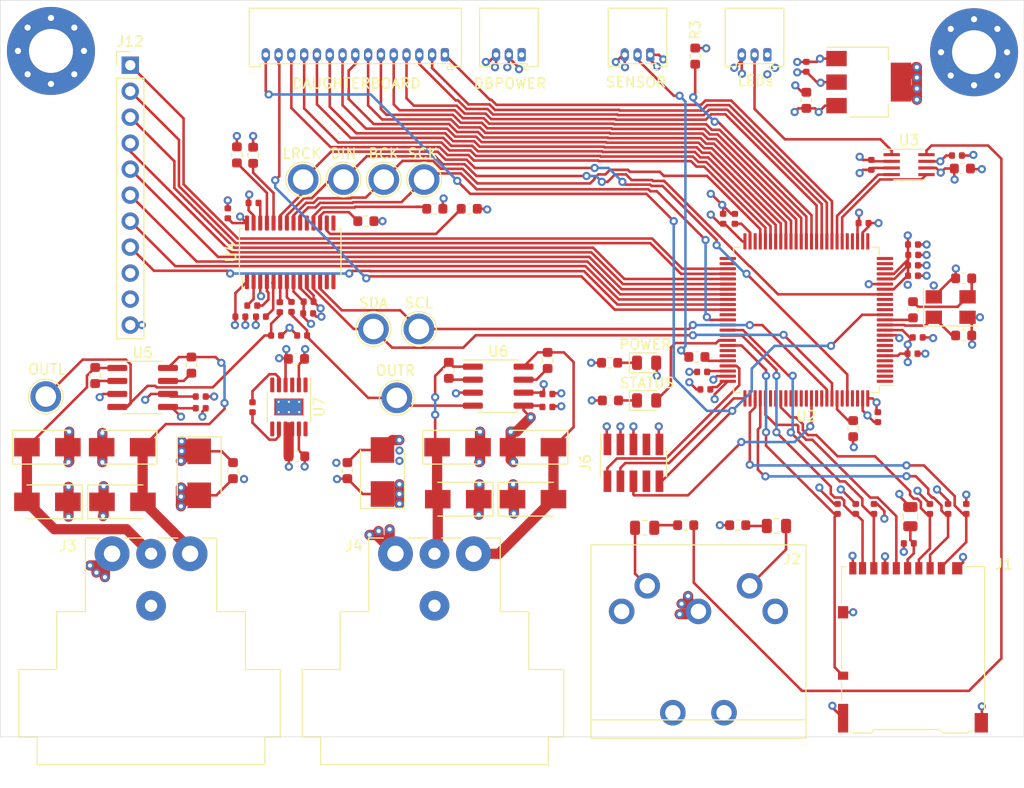
<source format=kicad_pcb>
(kicad_pcb (version 20171130) (host pcbnew "(5.1.6-0-10_14)")
  (layers (0 F.Cu signal) (1 In1.Cu power hide) (2 In2.Cu signal hide) (31 B.Cu signal) (34 B.Paste user) (35 F.Paste user) (36 B.SilkS user) (37 F.SilkS user) (38 B.Mask user) (39 F.Mask user) (44 Edge.Cuts user))
  (net 0 "")
  (net 1 +5V)
  (net 2 GND)
  (net 3 +3V3)
  (net 4 "Net-(C11-Pad1)")
  (net 5 "Net-(C12-Pad1)")
  (net 6 HSE_IN)
  (net 7 "Net-(C14-Pad1)")
  (net 8 "Net-(C17-Pad2)")
  (net 9 "Net-(C22-Pad1)")
  (net 10 "Net-(C23-Pad1)")
  (net 11 "Net-(C23-Pad2)")
  (net 12 "Net-(C24-Pad1)")
  (net 13 -5V)
  (net 14 "Net-(C31-Pad2)")
  (net 15 OUTL_P)
  (net 16 "Net-(C32-Pad1)")
  (net 17 OUTL_N)
  (net 18 "Net-(C33-Pad2)")
  (net 19 OUTR_P)
  (net 20 OUTR_N)
  (net 21 "Net-(C34-Pad1)")
  (net 22 "Net-(C37-Pad1)")
  (net 23 "Net-(C37-Pad2)")
  (net 24 "Net-(D2-Pad1)")
  (net 25 LED_STATUS)
  (net 26 "Net-(D3-Pad1)")
  (net 27 "Net-(FB3-Pad2)")
  (net 28 "Net-(FB3-Pad1)")
  (net 29 "Net-(FB4-Pad1)")
  (net 30 "Net-(FB4-Pad2)")
  (net 31 SDIO_D1)
  (net 32 SDIO_D2)
  (net 33 SDIO_D3)
  (net 34 SDIO_CMD)
  (net 35 SDIO_CK)
  (net 36 SDIO_D0)
  (net 37 SDIO_CD)
  (net 38 "Net-(J2-Pad1)")
  (net 39 "Net-(J2-Pad3)")
  (net 40 "Net-(J3-PadG)")
  (net 41 "Net-(J4-PadG)")
  (net 42 SWDIO)
  (net 43 SWCLK)
  (net 44 SWO)
  (net 45 "Net-(J6-Pad7)")
  (net 46 "Net-(J6-Pad8)")
  (net 47 NRST)
  (net 48 LCD_A)
  (net 49 LCD_C)
  (net 50 LCD_E)
  (net 51 LCD_G)
  (net 52 LCD_DIG1CC)
  (net 53 B_PREV)
  (net 54 B_STOP)
  (net 55 LCD_B)
  (net 56 LCD_D)
  (net 57 LCD_F)
  (net 58 LCD_DP)
  (net 59 LCD_DIG2CC)
  (net 60 B_NEXT)
  (net 61 GPIO9)
  (net 62 WS2812_5V)
  (net 63 "Net-(J9-Pad2)")
  (net 64 GPIO1)
  (net 65 GPIO2)
  (net 66 GPIO3)
  (net 67 GPIO4)
  (net 68 GPIO5)
  (net 69 GPIO6)
  (net 70 GPIO7)
  (net 71 GPIO8)
  (net 72 BOOT0)
  (net 73 BOOT1)
  (net 74 HSE_OUT)
  (net 75 MIDI_OUT_5V)
  (net 76 DAC_ADR1)
  (net 77 DAC_ADR2)
  (net 78 DAC_MODE1)
  (net 79 DAC_MODE2)
  (net 80 DAC_XSMT)
  (net 81 PHOTOSENSOR)
  (net 82 I2S_MCK)
  (net 83 I2S_CK)
  (net 84 I2S_WS)
  (net 85 I2S_SD)
  (net 86 DAC_OUTR)
  (net 87 DAC_OUTL)
  (net 88 I2C1_SCL)
  (net 89 I2C1_SDA)
  (net 90 "Net-(U2-Pad1)")
  (net 91 "Net-(U2-Pad2)")
  (net 92 "Net-(U2-Pad3)")
  (net 93 "Net-(U2-Pad4)")
  (net 94 "Net-(U2-Pad5)")
  (net 95 "Net-(U2-Pad7)")
  (net 96 "Net-(U2-Pad8)")
  (net 97 "Net-(U2-Pad9)")
  (net 98 "Net-(U2-Pad15)")
  (net 99 "Net-(U2-Pad16)")
  (net 100 "Net-(U2-Pad17)")
  (net 101 "Net-(U2-Pad23)")
  (net 102 "Net-(U2-Pad24)")
  (net 103 "Net-(U2-Pad25)")
  (net 104 "Net-(U2-Pad26)")
  (net 105 "Net-(U2-Pad29)")
  (net 106 "Net-(U2-Pad30)")
  (net 107 MIDI_OUT_3V3)
  (net 108 WS2812_3V3)
  (net 109 "Net-(U2-Pad48)")
  (net 110 "Net-(U2-Pad51)")
  (net 111 "Net-(U2-Pad52)")
  (net 112 "Net-(U2-Pad70)")
  (net 113 "Net-(U2-Pad77)")
  (net 114 "Net-(U2-Pad81)")
  (net 115 "Net-(U2-Pad82)")
  (net 116 "Net-(U2-Pad84)")
  (net 117 "Net-(U2-Pad85)")
  (net 118 "Net-(U2-Pad86)")
  (net 119 "Net-(U2-Pad87)")
  (net 120 "Net-(U2-Pad88)")
  (net 121 "Net-(U2-Pad90)")
  (net 122 "Net-(U2-Pad91)")
  (net 123 "Net-(U2-Pad95)")
  (net 124 "Net-(U2-Pad97)")
  (net 125 "Net-(U2-Pad98)")
  (net 126 "Net-(U4-Pad13)")
  (net 127 "Net-(U4-Pad14)")
  (net 128 "Net-(U4-Pad15)")
  (net 129 "Net-(U4-Pad19)")
  (net 130 "Net-(U7-Pad1)")
  (net 131 "Net-(U7-Pad3)")
  (net 132 "Net-(U7-Pad6)")
  (net 133 "Net-(U7-Pad7)")
  (net 134 "Net-(U7-Pad12)")
  (net 135 "Net-(J11-Pad1)")
  (net 136 "Net-(U2-Pad62)")
  (net 137 "Net-(U2-Pad64)")
  (net 138 "Net-(U2-Pad69)")
  (net 139 "Net-(R21-Pad2)")
  (net 140 "Net-(R22-Pad2)")
  (module Capacitor_SMD:C_0402_1005Metric (layer F.Cu) (at 80.033 93.345)
    (fp_text reference C40 hide)
    (fp_text value 2.2nF)
    (pad 1 smd roundrect (at -0.485 0) (size 0.59 0.64) (layers F.Cu F.Paste F.Mask) (net 87 DAC_OUTL))
    (pad 2 smd roundrect (at 0.485 0) (size 0.59 0.64) (layers F.Cu F.Paste F.Mask) (net 2 GND))
  )
  (module Capacitor_SMD:C_0402_1005Metric (layer F.Cu) (at 77.701 90.424)
    (fp_text reference C23 hide)
    (fp_text value 2.2u)
    (pad 2 smd roundrect (at 0.485 0) (size 0.59 0.64) (layers F.Cu F.Paste F.Mask) (net 11 "Net-(C23-Pad2)"))
    (pad 1 smd roundrect (at -0.485 0) (size 0.59 0.64) (layers F.Cu F.Paste F.Mask) (net 10 "Net-(C23-Pad1)"))
  )
  (module Capacitor_SMD:C_0402_1005Metric (layer F.Cu) (at 121.9605 98.6155 180)
    (fp_text reference C9 hide)
    (fp_text value 100nF)
    (pad 1 smd roundrect (at -0.485 0 180) (size 0.59 0.64) (layers F.Cu F.Paste F.Mask) (net 3 +3V3))
    (pad 2 smd roundrect (at 0.485 0 180) (size 0.59 0.64) (layers F.Cu F.Paste F.Mask) (net 2 GND))
  )
  (module Package_SO:SOIC-8_3.9x4.9mm_P1.27mm (layer F.Cu) (at 66.994 98.425)
    (fp_text reference U5 (at 0 -3.4) (layer F.SilkS))
    (fp_text value DRV135)
    (pad 8 smd roundrect (at 2.475 -1.905) (size 1.95 0.6) (layers F.Cu F.Paste F.Mask) (net 15 OUTL_P))
    (pad 7 smd roundrect (at 2.475 -0.635) (size 1.95 0.6) (layers F.Cu F.Paste F.Mask) (net 14 "Net-(C31-Pad2)"))
    (pad 6 smd roundrect (at 2.475 0.635) (size 1.95 0.6) (layers F.Cu F.Paste F.Mask) (net 1 +5V))
    (pad 5 smd roundrect (at 2.475 1.905) (size 1.95 0.6) (layers F.Cu F.Paste F.Mask) (net 13 -5V))
    (pad 4 smd roundrect (at -2.475 1.905) (size 1.95 0.6) (layers F.Cu F.Paste F.Mask) (net 87 DAC_OUTL))
    (pad 3 smd roundrect (at -2.475 0.635) (size 1.95 0.6) (layers F.Cu F.Paste F.Mask) (net 2 GND))
    (pad 2 smd roundrect (at -2.475 -0.635) (size 1.95 0.6) (layers F.Cu F.Paste F.Mask) (net 16 "Net-(C32-Pad1)"))
    (pad 1 smd roundrect (at -2.475 -1.905) (size 1.95 0.6) (layers F.Cu F.Paste F.Mask) (net 17 OUTL_N))
  )
  (module Package_SO:TSSOP-28_4.4x9.7mm_P0.65mm (layer F.Cu) (at 81.407 85.217 90)
    (fp_text reference U4 (at 0 -5.8 90) (layer F.SilkS))
    (fp_text value PCM5122PW)
    (pad 1 smd roundrect (at -2.8625 -4.225 90) (size 1.475 0.4) (layers F.Cu F.Paste F.Mask) (net 3 +3V3))
    (pad 2 smd roundrect (at -2.8625 -3.575 90) (size 1.475 0.4) (layers F.Cu F.Paste F.Mask) (net 10 "Net-(C23-Pad1)"))
    (pad 3 smd roundrect (at -2.8625 -2.925 90) (size 1.475 0.4) (layers F.Cu F.Paste F.Mask) (net 2 GND))
    (pad 4 smd roundrect (at -2.8625 -2.275 90) (size 1.475 0.4) (layers F.Cu F.Paste F.Mask) (net 11 "Net-(C23-Pad2)"))
    (pad 5 smd roundrect (at -2.8625 -1.625 90) (size 1.475 0.4) (layers F.Cu F.Paste F.Mask) (net 9 "Net-(C22-Pad1)"))
    (pad 6 smd roundrect (at -2.8625 -0.975 90) (size 1.475 0.4) (layers F.Cu F.Paste F.Mask) (net 139 "Net-(R21-Pad2)"))
    (pad 7 smd roundrect (at -2.8625 -0.325 90) (size 1.475 0.4) (layers F.Cu F.Paste F.Mask) (net 140 "Net-(R22-Pad2)"))
    (pad 8 smd roundrect (at -2.8625 0.325 90) (size 1.475 0.4) (layers F.Cu F.Paste F.Mask) (net 3 +3V3))
    (pad 9 smd roundrect (at -2.8625 0.975 90) (size 1.475 0.4) (layers F.Cu F.Paste F.Mask) (net 2 GND))
    (pad 10 smd roundrect (at -2.8625 1.625 90) (size 1.475 0.4) (layers F.Cu F.Paste F.Mask) (net 2 GND))
    (pad 11 smd roundrect (at -2.8625 2.275 90) (size 1.475 0.4) (layers F.Cu F.Paste F.Mask) (net 89 I2C1_SDA))
    (pad 12 smd roundrect (at -2.8625 2.925 90) (size 1.475 0.4) (layers F.Cu F.Paste F.Mask) (net 88 I2C1_SCL))
    (pad 13 smd roundrect (at -2.8625 3.575 90) (size 1.475 0.4) (layers F.Cu F.Paste F.Mask) (net 126 "Net-(U4-Pad13)"))
    (pad 14 smd roundrect (at -2.8625 4.225 90) (size 1.475 0.4) (layers F.Cu F.Paste F.Mask) (net 127 "Net-(U4-Pad14)"))
    (pad 15 smd roundrect (at 2.8625 4.225 90) (size 1.475 0.4) (layers F.Cu F.Paste F.Mask) (net 128 "Net-(U4-Pad15)"))
    (pad 16 smd roundrect (at 2.8625 3.575 90) (size 1.475 0.4) (layers F.Cu F.Paste F.Mask) (net 77 DAC_ADR2))
    (pad 17 smd roundrect (at 2.8625 2.925 90) (size 1.475 0.4) (layers F.Cu F.Paste F.Mask) (net 78 DAC_MODE1))
    (pad 18 smd roundrect (at 2.8625 2.275 90) (size 1.475 0.4) (layers F.Cu F.Paste F.Mask) (net 79 DAC_MODE2))
    (pad 19 smd roundrect (at 2.8625 1.625 90) (size 1.475 0.4) (layers F.Cu F.Paste F.Mask) (net 129 "Net-(U4-Pad19)"))
    (pad 20 smd roundrect (at 2.8625 0.975 90) (size 1.475 0.4) (layers F.Cu F.Paste F.Mask) (net 82 I2S_MCK))
    (pad 21 smd roundrect (at 2.8625 0.325 90) (size 1.475 0.4) (layers F.Cu F.Paste F.Mask) (net 83 I2S_CK))
    (pad 22 smd roundrect (at 2.8625 -0.325 90) (size 1.475 0.4) (layers F.Cu F.Paste F.Mask) (net 85 I2S_SD))
    (pad 23 smd roundrect (at 2.8625 -0.975 90) (size 1.475 0.4) (layers F.Cu F.Paste F.Mask) (net 84 I2S_WS))
    (pad 24 smd roundrect (at 2.8625 -1.625 90) (size 1.475 0.4) (layers F.Cu F.Paste F.Mask) (net 76 DAC_ADR1))
    (pad 25 smd roundrect (at 2.8625 -2.275 90) (size 1.475 0.4) (layers F.Cu F.Paste F.Mask) (net 80 DAC_XSMT))
    (pad 26 smd roundrect (at 2.8625 -2.925 90) (size 1.475 0.4) (layers F.Cu F.Paste F.Mask) (net 12 "Net-(C24-Pad1)"))
    (pad 27 smd roundrect (at 2.8625 -3.575 90) (size 1.475 0.4) (layers F.Cu F.Paste F.Mask) (net 2 GND))
    (pad 28 smd roundrect (at 2.8625 -4.225 90) (size 1.475 0.4) (layers F.Cu F.Paste F.Mask) (net 3 +3V3))
  )
  (module Resistor_SMD:R_0603_1608Metric (layer F.Cu) (at 98.895 80.9625)
    (fp_text reference R16 hide)
    (fp_text value 10k)
    (pad 1 smd roundrect (at -0.7875 0) (size 0.875 0.95) (layers F.Cu F.Paste F.Mask) (net 77 DAC_ADR2))
    (pad 2 smd roundrect (at 0.7875 0) (size 0.875 0.95) (layers F.Cu F.Paste F.Mask) (net 2 GND))
  )
  (module Resistor_SMD:R_0603_1608Metric (layer F.Cu) (at 88.7985 82.169)
    (fp_text reference R17 hide)
    (fp_text value 10k)
    (pad 2 smd roundrect (at 0.7875 0) (size 0.875 0.95) (layers F.Cu F.Paste F.Mask) (net 2 GND))
    (pad 1 smd roundrect (at -0.7875 0) (size 0.875 0.95) (layers F.Cu F.Paste F.Mask) (net 78 DAC_MODE1))
  )
  (module Resistor_SMD:R_0603_1608Metric (layer F.Cu) (at 95.5295 80.9625 180)
    (fp_text reference R18 hide)
    (fp_text value 10k)
    (pad 2 smd roundrect (at 0.7875 0 180) (size 0.875 0.95) (layers F.Cu F.Paste F.Mask) (net 79 DAC_MODE2))
    (pad 1 smd roundrect (at -0.7875 0 180) (size 0.875 0.95) (layers F.Cu F.Paste F.Mask) (net 3 +3V3))
  )
  (module Capacitor_SMD:C_0402_1005Metric (layer F.Cu) (at 138.176 76.6675 90)
    (fp_text reference C15 hide)
    (fp_text value 100nF)
    (pad 1 smd roundrect (at -0.485 0 90) (size 0.59 0.64) (layers F.Cu F.Paste F.Mask) (net 3 +3V3))
    (pad 2 smd roundrect (at 0.485 0 90) (size 0.59 0.64) (layers F.Cu F.Paste F.Mask) (net 2 GND))
  )
  (module Capacitor_SMD:C_0402_1005Metric (layer F.Cu) (at 146.535 75.7555)
    (fp_text reference C16 hide)
    (fp_text value 100nF)
    (pad 2 smd roundrect (at 0.485 0) (size 0.59 0.64) (layers F.Cu F.Paste F.Mask) (net 2 GND))
    (pad 1 smd roundrect (at -0.485 0) (size 0.59 0.64) (layers F.Cu F.Paste F.Mask) (net 1 +5V))
  )
  (module Package_SO:SSOP-8_2.95x2.8mm_P0.65mm (layer F.Cu) (at 141.859 76.6445)
    (fp_text reference U3 (at 0 -2.4) (layer F.SilkS))
    (fp_text value TXS0102DCT)
    (pad 1 smd rect (at -1.7 -0.975 270) (size 0.3 1.6) (layers F.Cu F.Paste F.Mask) (net 62 WS2812_5V))
    (pad 2 smd rect (at -1.7 -0.325 270) (size 0.3 1.6) (layers F.Cu F.Paste F.Mask) (net 2 GND))
    (pad 3 smd rect (at -1.7 0.325 270) (size 0.3 1.6) (layers F.Cu F.Paste F.Mask) (net 3 +3V3))
    (pad 4 smd rect (at -1.7 0.975 270) (size 0.3 1.6) (layers F.Cu F.Paste F.Mask) (net 108 WS2812_3V3))
    (pad 5 smd rect (at 1.7 0.975 270) (size 0.3 1.6) (layers F.Cu F.Paste F.Mask) (net 107 MIDI_OUT_3V3))
    (pad 6 smd rect (at 1.7 0.325 270) (size 0.3 1.6) (layers F.Cu F.Paste F.Mask) (net 3 +3V3))
    (pad 7 smd rect (at 1.7 -0.325 270) (size 0.3 1.6) (layers F.Cu F.Paste F.Mask) (net 1 +5V))
    (pad 8 smd rect (at 1.7 -0.975 270) (size 0.3 1.6) (layers F.Cu F.Paste F.Mask) (net 75 MIDI_OUT_5V))
  )
  (module Resistor_SMD:R_0603_1608Metric (layer F.Cu) (at 147.066 77.0255)
    (fp_text reference R6 hide)
    (fp_text value 10k)
    (pad 2 smd roundrect (at 0.7875 0) (size 0.875 0.95) (layers F.Cu F.Paste F.Mask) (net 2 GND))
    (pad 1 smd roundrect (at -0.7875 0) (size 0.875 0.95) (layers F.Cu F.Paste F.Mask) (net 3 +3V3))
  )
  (module Capacitor_SMD:C_0603_1608Metric (layer F.Cu) (at 131.826 70.358 90)
    (fp_text reference C1 hide)
    (fp_text value 10uF)
    (pad 1 smd roundrect (at -0.7875 0 90) (size 0.875 0.95) (layers F.Cu F.Paste F.Mask) (net 1 +5V))
    (pad 2 smd roundrect (at 0.7875 0 90) (size 0.875 0.95) (layers F.Cu F.Paste F.Mask) (net 2 GND))
  )
  (module Capacitor_SMD:C_0402_1005Metric (layer F.Cu) (at 142.7075 93.5355)
    (fp_text reference C4 hide)
    (fp_text value 100nF)
    (pad 1 smd roundrect (at -0.485 0) (size 0.59 0.64) (layers F.Cu F.Paste F.Mask) (net 3 +3V3))
    (pad 2 smd roundrect (at 0.485 0) (size 0.59 0.64) (layers F.Cu F.Paste F.Mask) (net 2 GND))
  )
  (module Capacitor_SMD:C_0402_1005Metric (layer F.Cu) (at 142.1995 95.123)
    (fp_text reference C5 hide)
    (fp_text value 100nF)
    (pad 2 smd roundrect (at 0.485 0) (size 0.59 0.64) (layers F.Cu F.Paste F.Mask) (net 2 GND))
    (pad 1 smd roundrect (at -0.485 0) (size 0.59 0.64) (layers F.Cu F.Paste F.Mask) (net 3 +3V3))
  )
  (module Capacitor_SMD:C_0402_1005Metric (layer F.Cu) (at 142.24 87.503)
    (fp_text reference C6 hide)
    (fp_text value 100nF)
    (pad 1 smd roundrect (at -0.485 0) (size 0.59 0.64) (layers F.Cu F.Paste F.Mask) (net 3 +3V3))
    (pad 2 smd roundrect (at 0.485 0) (size 0.59 0.64) (layers F.Cu F.Paste F.Mask) (net 2 GND))
  )
  (module Capacitor_SMD:C_0402_1005Metric (layer F.Cu) (at 137.414 82.3595)
    (fp_text reference C7 hide)
    (fp_text value 100nF)
    (pad 2 smd roundrect (at 0.485 0) (size 0.59 0.64) (layers F.Cu F.Paste F.Mask) (net 2 GND))
    (pad 1 smd roundrect (at -0.485 0) (size 0.59 0.64) (layers F.Cu F.Paste F.Mask) (net 3 +3V3))
  )
  (module Capacitor_SMD:C_0402_1005Metric (layer F.Cu) (at 123.698 81.938 90)
    (fp_text reference C8 hide)
    (fp_text value 100nF)
    (pad 1 smd roundrect (at -0.485 0 90) (size 0.59 0.64) (layers F.Cu F.Paste F.Mask) (net 3 +3V3))
    (pad 2 smd roundrect (at 0.485 0 90) (size 0.59 0.64) (layers F.Cu F.Paste F.Mask) (net 2 GND))
  )
  (module Capacitor_SMD:C_0402_1005Metric (layer F.Cu) (at 138.811 101.323 270)
    (fp_text reference C10 hide)
    (fp_text value 100nF)
    (pad 2 smd roundrect (at 0.485 0 270) (size 0.59 0.64) (layers F.Cu F.Paste F.Mask) (net 2 GND))
    (pad 1 smd roundrect (at -0.485 0 270) (size 0.59 0.64) (layers F.Cu F.Paste F.Mask) (net 3 +3V3))
  )
  (module Capacitor_SMD:C_0603_1608Metric (layer F.Cu) (at 147.193 93.345)
    (fp_text reference C13 hide)
    (fp_text value 36p)
    (pad 2 smd roundrect (at 0.7875 0) (size 0.875 0.95) (layers F.Cu F.Paste F.Mask) (net 2 GND))
    (pad 1 smd roundrect (at -0.7875 0) (size 0.875 0.95) (layers F.Cu F.Paste F.Mask) (net 6 HSE_IN))
  )
  (module Capacitor_SMD:C_0603_1608Metric (layer F.Cu) (at 147.193 87.757 180)
    (fp_text reference C14 hide)
    (fp_text value 36p)
    (pad 1 smd roundrect (at -0.7875 0 180) (size 0.875 0.95) (layers F.Cu F.Paste F.Mask) (net 7 "Net-(C14-Pad1)"))
    (pad 2 smd roundrect (at 0.7875 0 180) (size 0.875 0.95) (layers F.Cu F.Paste F.Mask) (net 2 GND))
  )
  (module Capacitor_SMD:C_0402_1005Metric (layer F.Cu) (at 141.836 113.665)
    (fp_text reference C17 hide)
    (fp_text value 100nF)
    (pad 1 smd roundrect (at -0.485 0) (size 0.59 0.64) (layers F.Cu F.Paste F.Mask) (net 2 GND))
    (pad 2 smd roundrect (at 0.485 0) (size 0.59 0.64) (layers F.Cu F.Paste F.Mask) (net 8 "Net-(C17-Pad2)"))
  )
  (module Capacitor_SMD:C_0402_1005Metric (layer F.Cu) (at 76.5405 91.5035)
    (fp_text reference C20 hide)
    (fp_text value 100nF)
    (pad 2 smd roundrect (at 0.485 0) (size 0.59 0.64) (layers F.Cu F.Paste F.Mask) (net 2 GND))
    (pad 1 smd roundrect (at -0.485 0) (size 0.59 0.64) (layers F.Cu F.Paste F.Mask) (net 3 +3V3))
  )
  (module Capacitor_SMD:C_0402_1005Metric (layer F.Cu) (at 83.208 90.043)
    (fp_text reference C21 hide)
    (fp_text value 100nF)
    (pad 2 smd roundrect (at 0.485 0) (size 0.59 0.64) (layers F.Cu F.Paste F.Mask) (net 2 GND))
    (pad 1 smd roundrect (at -0.485 0) (size 0.59 0.64) (layers F.Cu F.Paste F.Mask) (net 3 +3V3))
  )
  (module Capacitor_SMD:C_0402_1005Metric (layer F.Cu) (at 77.828 80.391 180)
    (fp_text reference C24 hide)
    (fp_text value 100nF)
    (pad 1 smd roundrect (at -0.485 0 180) (size 0.59 0.64) (layers F.Cu F.Paste F.Mask) (net 12 "Net-(C24-Pad1)"))
    (pad 2 smd roundrect (at 0.485 0 180) (size 0.59 0.64) (layers F.Cu F.Paste F.Mask) (net 2 GND))
  )
  (module Capacitor_SMD:C_0603_1608Metric (layer F.Cu) (at 75.819 106.553 270)
    (fp_text reference C25 hide)
    (fp_text value 10u)
    (pad 2 smd roundrect (at 0.7875 0 270) (size 0.875 0.95) (layers F.Cu F.Paste F.Mask) (net 2 GND))
    (pad 1 smd roundrect (at -0.7875 0 270) (size 0.875 0.95) (layers F.Cu F.Paste F.Mask) (net 1 +5V))
  )
  (module Capacitor_SMD:C_0603_1608Metric (layer F.Cu) (at 86.995 106.553 90)
    (fp_text reference C28 hide)
    (fp_text value 10u)
    (pad 1 smd roundrect (at -0.7875 0 90) (size 0.875 0.95) (layers F.Cu F.Paste F.Mask) (net 2 GND))
    (pad 2 smd roundrect (at 0.7875 0 90) (size 0.875 0.95) (layers F.Cu F.Paste F.Mask) (net 13 -5V))
  )
  (module Capacitor_SMD:C_0603_1608Metric (layer F.Cu) (at 71.755 96.2405 270)
    (fp_text reference C31 hide)
    (fp_text value 10u)
    (pad 2 smd roundrect (at 0.7875 0 270) (size 0.875 0.95) (layers F.Cu F.Paste F.Mask) (net 14 "Net-(C31-Pad2)"))
    (pad 1 smd roundrect (at -0.7875 0 270) (size 0.875 0.95) (layers F.Cu F.Paste F.Mask) (net 15 OUTL_P))
  )
  (module Capacitor_SMD:C_0603_1608Metric (layer F.Cu) (at 62.357 97.2565 90)
    (fp_text reference C32 hide)
    (fp_text value 10u)
    (pad 1 smd roundrect (at -0.7875 0 90) (size 0.875 0.95) (layers F.Cu F.Paste F.Mask) (net 16 "Net-(C32-Pad1)"))
    (pad 2 smd roundrect (at 0.7875 0 90) (size 0.875 0.95) (layers F.Cu F.Paste F.Mask) (net 17 OUTL_N))
  )
  (module Capacitor_SMD:C_0603_1608Metric (layer F.Cu) (at 106.553 95.7835 270)
    (fp_text reference C33 hide)
    (fp_text value 10u)
    (pad 2 smd roundrect (at 0.7875 0 270) (size 0.875 0.95) (layers F.Cu F.Paste F.Mask) (net 18 "Net-(C33-Pad2)"))
    (pad 1 smd roundrect (at -0.7875 0 270) (size 0.875 0.95) (layers F.Cu F.Paste F.Mask) (net 19 OUTR_P))
  )
  (module Capacitor_SMD:C_0603_1608Metric (layer F.Cu) (at 96.901 96.7485 90)
    (fp_text reference C34 hide)
    (fp_text value 10u)
    (pad 2 smd roundrect (at 0.7875 0 90) (size 0.875 0.95) (layers F.Cu F.Paste F.Mask) (net 20 OUTR_N))
    (pad 1 smd roundrect (at -0.7875 0 90) (size 0.875 0.95) (layers F.Cu F.Paste F.Mask) (net 21 "Net-(C34-Pad1)"))
  )
  (module Capacitor_SMD:C_0603_1608Metric (layer F.Cu) (at 82.042 105.156)
    (fp_text reference C35 hide)
    (fp_text value 10u)
    (pad 2 smd roundrect (at 0.7875 0) (size 0.875 0.95) (layers F.Cu F.Paste F.Mask) (net 2 GND))
    (pad 1 smd roundrect (at -0.7875 0) (size 0.875 0.95) (layers F.Cu F.Paste F.Mask) (net 1 +5V))
  )
  (module Capacitor_SMD:C_0603_1608Metric (layer F.Cu) (at 82.0165 95.631 180)
    (fp_text reference C36 hide)
    (fp_text value 10u)
    (pad 1 smd roundrect (at -0.7875 0 180) (size 0.875 0.95) (layers F.Cu F.Paste F.Mask) (net 2 GND))
    (pad 2 smd roundrect (at 0.7875 0 180) (size 0.875 0.95) (layers F.Cu F.Paste F.Mask) (net 13 -5V))
  )
  (module LED_SMD:LED_0805_2012Metric (layer F.Cu) (at 116.22 96.012)
    (fp_text reference D2 hide)
    (fp_text value Red)
    (pad 1 smd roundrect (at -0.9375 0) (size 0.975 1.4) (layers F.Cu F.Paste F.Mask) (net 24 "Net-(D2-Pad1)"))
    (pad 2 smd roundrect (at 0.9375 0) (size 0.975 1.4) (layers F.Cu F.Paste F.Mask) (net 3 +3V3))
  )
  (module LED_SMD:LED_0805_2012Metric (layer F.Cu) (at 116.22 99.695)
    (fp_text reference D3 hide)
    (fp_text value Blue)
    (pad 2 smd roundrect (at 0.9375 0) (size 0.975 1.4) (layers F.Cu F.Paste F.Mask) (net 25 LED_STATUS))
    (pad 1 smd roundrect (at -0.9375 0) (size 0.975 1.4) (layers F.Cu F.Paste F.Mask) (net 26 "Net-(D3-Pad1)"))
  )
  (module Diode_SMD:D_SMB (layer F.Cu) (at 72.517 106.816 270)
    (fp_text reference D4 hide)
    (fp_text value P6SMB6.8CA)
    (pad 2 smd rect (at 2.15 0 270) (size 2.5 2.3) (layers F.Cu F.Paste F.Mask) (net 2 GND))
    (pad 1 smd rect (at -2.15 0 270) (size 2.5 2.3) (layers F.Cu F.Paste F.Mask) (net 1 +5V))
  )
  (module Diode_SMD:D_SMB (layer F.Cu) (at 90.424 106.689 90)
    (fp_text reference D5 hide)
    (fp_text value P6SMB6.8CA)
    (pad 1 smd rect (at -2.15 0 90) (size 2.5 2.3) (layers F.Cu F.Paste F.Mask) (net 2 GND))
    (pad 2 smd rect (at 2.15 0 90) (size 2.5 2.3) (layers F.Cu F.Paste F.Mask) (net 13 -5V))
  )
  (module Diode_SMD:D_SMA (layer F.Cu) (at 65.024 109.601)
    (fp_text reference D6 hide)
    (fp_text value SS210)
    (pad 1 smd rect (at -2 0) (size 2.5 1.8) (layers F.Cu F.Paste F.Mask) (net 1 +5V))
    (pad 2 smd rect (at 2 0) (size 2.5 1.8) (layers F.Cu F.Paste F.Mask) (net 15 OUTL_P))
  )
  (module Diode_SMD:D_SMA (layer F.Cu) (at 57.69 104.267)
    (fp_text reference D7 hide)
    (fp_text value SS210)
    (pad 1 smd rect (at -2 0) (size 2.5 1.8) (layers F.Cu F.Paste F.Mask) (net 17 OUTL_N))
    (pad 2 smd rect (at 2 0) (size 2.5 1.8) (layers F.Cu F.Paste F.Mask) (net 13 -5V))
  )
  (module Diode_SMD:D_SMA (layer F.Cu) (at 57.69 109.601 180)
    (fp_text reference D8 hide)
    (fp_text value SS210)
    (pad 2 smd rect (at 2 0 180) (size 2.5 1.8) (layers F.Cu F.Paste F.Mask) (net 17 OUTL_N))
    (pad 1 smd rect (at -2 0 180) (size 2.5 1.8) (layers F.Cu F.Paste F.Mask) (net 1 +5V))
  )
  (module Diode_SMD:D_SMA (layer F.Cu) (at 64.992 104.267 180)
    (fp_text reference D9 hide)
    (fp_text value SS210)
    (pad 2 smd rect (at 2 0 180) (size 2.5 1.8) (layers F.Cu F.Paste F.Mask) (net 13 -5V))
    (pad 1 smd rect (at -2 0 180) (size 2.5 1.8) (layers F.Cu F.Paste F.Mask) (net 15 OUTL_P))
  )
  (module Diode_SMD:D_SMA (layer F.Cu) (at 105.124 109.347)
    (fp_text reference D10 hide)
    (fp_text value SS210)
    (pad 2 smd rect (at 2 0) (size 2.5 1.8) (layers F.Cu F.Paste F.Mask) (net 19 OUTR_P))
    (pad 1 smd rect (at -2 0) (size 2.5 1.8) (layers F.Cu F.Paste F.Mask) (net 1 +5V))
  )
  (module Diode_SMD:D_SMA (layer F.Cu) (at 97.758 104.267)
    (fp_text reference D11 hide)
    (fp_text value SS210)
    (pad 2 smd rect (at 2 0) (size 2.5 1.8) (layers F.Cu F.Paste F.Mask) (net 13 -5V))
    (pad 1 smd rect (at -2 0) (size 2.5 1.8) (layers F.Cu F.Paste F.Mask) (net 20 OUTR_N))
  )
  (module Diode_SMD:D_SMA (layer F.Cu) (at 97.822 109.347 180)
    (fp_text reference D12 hide)
    (fp_text value SS210)
    (pad 1 smd rect (at -2 0 180) (size 2.5 1.8) (layers F.Cu F.Paste F.Mask) (net 1 +5V))
    (pad 2 smd rect (at 2 0 180) (size 2.5 1.8) (layers F.Cu F.Paste F.Mask) (net 20 OUTR_N))
  )
  (module Diode_SMD:D_SMA (layer F.Cu) (at 105.124 104.267 180)
    (fp_text reference D13 hide)
    (fp_text value SS210)
    (pad 1 smd rect (at -2 0 180) (size 2.5 1.8) (layers F.Cu F.Paste F.Mask) (net 19 OUTR_P))
    (pad 2 smd rect (at 2 0 180) (size 2.5 1.8) (layers F.Cu F.Paste F.Mask) (net 13 -5V))
  )
  (module Inductor_SMD:L_0805_2012Metric (layer F.Cu) (at 141.986 111.0465 90)
    (fp_text reference FB2 hide)
    (fp_text value "100 @ 100MHz")
    (pad 2 smd roundrect (at 0.9375 0 90) (size 0.975 1.4) (layers F.Cu F.Paste F.Mask) (net 3 +3V3))
    (pad 1 smd roundrect (at -0.9375 0 90) (size 0.975 1.4) (layers F.Cu F.Paste F.Mask) (net 8 "Net-(C17-Pad2)"))
  )
  (module Inductor_SMD:L_0805_2012Metric (layer F.Cu) (at 116.0295 112.141)
    (fp_text reference FB3 hide)
    (fp_text value "100 @ 100MHz")
    (pad 2 smd roundrect (at 0.9375 0) (size 0.975 1.4) (layers F.Cu F.Paste F.Mask) (net 27 "Net-(FB3-Pad2)"))
    (pad 1 smd roundrect (at -0.9375 0) (size 0.975 1.4) (layers F.Cu F.Paste F.Mask) (net 28 "Net-(FB3-Pad1)"))
  )
  (module Inductor_SMD:L_0805_2012Metric (layer F.Cu) (at 128.905 111.9655)
    (fp_text reference FB4 hide)
    (fp_text value "100 @ 100MHz")
    (pad 1 smd roundrect (at -0.9375 0) (size 0.975 1.4) (layers F.Cu F.Paste F.Mask) (net 29 "Net-(FB4-Pad1)"))
    (pad 2 smd roundrect (at 0.9375 0) (size 0.975 1.4) (layers F.Cu F.Paste F.Mask) (net 30 "Net-(FB4-Pad2)"))
  )
  (module Connector_Card:microSD_HC_Hirose_DM3AT-SF-PEJM5 (layer F.Cu) (at 142.24 123.825)
    (fp_text reference J1 (at 8.89 -8.128) (layer F.SilkS))
    (fp_text value Micro_SD_Card_Det_Hirose_DM3AT)
    (pad 9 smd rect (at -5.875 -7.725) (size 0.7 1.2) (layers F.Cu F.Paste F.Mask) (net 2 GND))
    (pad 8 smd rect (at -4.925 -7.725) (size 0.7 1.2) (layers F.Cu F.Paste F.Mask) (net 31 SDIO_D1))
    (pad 1 smd rect (at 2.775 -7.725) (size 0.7 1.2) (layers F.Cu F.Paste F.Mask) (net 32 SDIO_D2))
    (pad 2 smd rect (at 1.675 -7.725) (size 0.7 1.2) (layers F.Cu F.Paste F.Mask) (net 33 SDIO_D3))
    (pad 3 smd rect (at 0.575 -7.725) (size 0.7 1.2) (layers F.Cu F.Paste F.Mask) (net 34 SDIO_CMD))
    (pad 4 smd rect (at -0.525 -7.725) (size 0.7 1.2) (layers F.Cu F.Paste F.Mask) (net 8 "Net-(C17-Pad2)"))
    (pad 5 smd rect (at -1.625 -7.725) (size 0.7 1.2) (layers F.Cu F.Paste F.Mask) (net 35 SDIO_CK))
    (pad 6 smd rect (at -2.725 -7.725) (size 0.7 1.2) (layers F.Cu F.Paste F.Mask) (net 2 GND))
    (pad 7 smd rect (at -3.825 -7.725) (size 0.7 1.2) (layers F.Cu F.Paste F.Mask) (net 36 SDIO_D0))
    (pad 11 smd rect (at 4.325 -7.725) (size 1 1.2) (layers F.Cu F.Paste F.Mask) (net 2 GND))
    (pad 11 smd rect (at -6.825 -3.425) (size 1 1.2) (layers F.Cu F.Paste F.Mask) (net 2 GND))
    (pad 10 smd rect (at -6.825 2.775) (size 1 0.8) (layers F.Cu F.Paste F.Mask) (net 37 SDIO_CD))
    (pad 11 smd rect (at -6.825 6.925) (size 1 2.8) (layers F.Cu F.Paste F.Mask) (net 2 GND))
    (pad 11 smd rect (at 6.675 7.375) (size 1.3 1.9) (layers F.Cu F.Paste F.Mask) (net 2 GND))
  )
  (module maxlibrary:Lumberg-0105-05 (layer F.Cu) (at 121.285 132.715 180)
    (fp_text reference J2 (at -9.144 17.526 180) (layer F.SilkS))
    (fp_text value "Lumberg 0105-05")
    (pad MP thru_hole circle (at 2.5 2.5) (size 2.5 2.5) (drill 1.5) (layers *.Cu *.Mask))
    (pad MP thru_hole circle (at -2.5 2.5) (size 2.5 2.5) (drill 1.5) (layers *.Cu *.Mask))
    (pad 2 thru_hole circle (at 0 12.4) (size 2.5 2.5) (drill 1.5) (layers *.Cu *.Mask) (net 2 GND))
    (pad 1 thru_hole circle (at -7.5 12.4) (size 2.5 2.5) (drill 1.5) (layers *.Cu *.Mask) (net 38 "Net-(J2-Pad1)"))
    (pad 3 thru_hole circle (at 7.5 12.4) (size 2.5 2.5) (drill 1.5) (layers *.Cu *.Mask) (net 39 "Net-(J2-Pad3)"))
    (pad 4 thru_hole circle (at -5 14.9) (size 2.5 2.5) (drill 1.5) (layers *.Cu *.Mask) (net 30 "Net-(FB4-Pad2)"))
    (pad 5 thru_hole circle (at 5 14.9) (size 2.5 2.5) (drill 1.5) (layers *.Cu *.Mask) (net 28 "Net-(FB3-Pad1)"))
  )
  (module Connector_Audio:Jack_XLR_Neutrik_NC3MAH_Horizontal (layer F.Cu) (at 64.008 114.681)
    (fp_text reference J3 (at -4.318 -0.762) (layer F.SilkS))
    (fp_text value LEFT)
    (pad 2 thru_hole circle (at 7.62 0) (size 3.4 3.4) (drill 1.6) (layers *.Cu *.Mask) (net 15 OUTL_P))
    (pad 1 thru_hole circle (at 0 0) (size 3.4 3.4) (drill 1.6) (layers *.Cu *.Mask) (net 2 GND))
    (pad 3 thru_hole circle (at 3.81 0) (size 2.9 2.9) (drill 1.2) (layers *.Cu *.Mask) (net 17 OUTL_N))
    (pad "" np_thru_hole circle (at 7.62 13.97) (size 1.6 1.6) (drill 1.6) (layers *.Cu *.Mask))
    (pad "" np_thru_hole circle (at 0 8.89) (size 1.6 1.6) (drill 1.6) (layers *.Cu *.Mask))
    (pad G thru_hole circle (at 3.81 5.08) (size 2.9 2.9) (drill 1.2) (layers *.Cu *.Mask) (net 40 "Net-(J3-PadG)"))
  )
  (module Connector_Audio:Jack_XLR_Neutrik_NC3MAH_Horizontal (layer F.Cu) (at 91.694 114.681)
    (fp_text reference J4 (at -4.064 -0.762) (layer F.SilkS))
    (fp_text value RIGHT)
    (pad G thru_hole circle (at 3.81 5.08) (size 2.9 2.9) (drill 1.2) (layers *.Cu *.Mask) (net 41 "Net-(J4-PadG)"))
    (pad "" np_thru_hole circle (at 0 8.89) (size 1.6 1.6) (drill 1.6) (layers *.Cu *.Mask))
    (pad "" np_thru_hole circle (at 7.62 13.97) (size 1.6 1.6) (drill 1.6) (layers *.Cu *.Mask))
    (pad 3 thru_hole circle (at 3.81 0) (size 2.9 2.9) (drill 1.2) (layers *.Cu *.Mask) (net 20 OUTR_N))
    (pad 1 thru_hole circle (at 0 0) (size 3.4 3.4) (drill 1.6) (layers *.Cu *.Mask) (net 2 GND))
    (pad 2 thru_hole circle (at 7.62 0) (size 3.4 3.4) (drill 1.6) (layers *.Cu *.Mask) (net 19 OUTR_P))
  )
  (module Connector_PinSocket_1.27mm:PinSocket_2x05_P1.27mm_Vertical_SMD (layer F.Cu) (at 114.935 105.791 90)
    (fp_text reference J6 (at 0 -4.675 90) (layer F.SilkS))
    (fp_text value SWD)
    (pad 1 smd rect (at 1.8 -2.54 90) (size 2.1 0.75) (layers F.Cu F.Paste F.Mask) (net 3 +3V3))
    (pad 2 smd rect (at -1.8 -2.54 90) (size 2.1 0.75) (layers F.Cu F.Paste F.Mask) (net 42 SWDIO))
    (pad 3 smd rect (at 1.8 -1.27 90) (size 2.1 0.75) (layers F.Cu F.Paste F.Mask) (net 2 GND))
    (pad 4 smd rect (at -1.8 -1.27 90) (size 2.1 0.75) (layers F.Cu F.Paste F.Mask) (net 43 SWCLK))
    (pad 5 smd rect (at 1.8 0 90) (size 2.1 0.75) (layers F.Cu F.Paste F.Mask) (net 2 GND))
    (pad 6 smd rect (at -1.8 0 90) (size 2.1 0.75) (layers F.Cu F.Paste F.Mask) (net 44 SWO))
    (pad 7 smd rect (at 1.8 1.27 90) (size 2.1 0.75) (layers F.Cu F.Paste F.Mask) (net 45 "Net-(J6-Pad7)"))
    (pad 8 smd rect (at -1.8 1.27 90) (size 2.1 0.75) (layers F.Cu F.Paste F.Mask) (net 46 "Net-(J6-Pad8)"))
    (pad 9 smd rect (at 1.8 2.54 90) (size 2.1 0.75) (layers F.Cu F.Paste F.Mask) (net 2 GND))
    (pad 10 smd rect (at -1.8 2.54 90) (size 2.1 0.75) (layers F.Cu F.Paste F.Mask) (net 47 NRST))
  )
  (module Connector_Molex:Molex_PicoBlade_53048-0310_1x03_P1.25mm_Horizontal (layer F.Cu) (at 128.016 65.913 180)
    (fp_text reference J8 hide)
    (fp_text value LEDs)
    (pad 1 thru_hole roundrect (at 0 0 180) (size 0.8 1.3) (drill 0.5) (layers *.Cu *.Mask) (net 1 +5V))
    (pad 2 thru_hole oval (at 1.25 0 180) (size 0.8 1.3) (drill 0.5) (layers *.Cu *.Mask) (net 62 WS2812_5V))
    (pad 3 thru_hole oval (at 2.5 0 180) (size 0.8 1.3) (drill 0.5) (layers *.Cu *.Mask) (net 2 GND))
  )
  (module Connector_Molex:Molex_PicoBlade_53048-0310_1x03_P1.25mm_Horizontal (layer F.Cu) (at 116.583999 65.913 180)
    (fp_text reference J9 hide)
    (fp_text value PHOTOSENSOR)
    (pad 3 thru_hole oval (at 2.5 0 180) (size 0.8 1.3) (drill 0.5) (layers *.Cu *.Mask) (net 2 GND))
    (pad 2 thru_hole oval (at 1.25 0 180) (size 0.8 1.3) (drill 0.5) (layers *.Cu *.Mask) (net 63 "Net-(J9-Pad2)"))
    (pad 1 thru_hole roundrect (at 0 0 180) (size 0.8 1.3) (drill 0.5) (layers *.Cu *.Mask) (net 1 +5V))
  )
  (module Resistor_SMD:R_0603_1608Metric (layer F.Cu) (at 112.611 96.012 180)
    (fp_text reference R1 hide)
    (fp_text value 2k2)
    (pad 1 smd roundrect (at -0.7875 0 180) (size 0.875 0.95) (layers F.Cu F.Paste F.Mask) (net 24 "Net-(D2-Pad1)"))
    (pad 2 smd roundrect (at 0.7875 0 180) (size 0.875 0.95) (layers F.Cu F.Paste F.Mask) (net 2 GND))
  )
  (module Resistor_SMD:R_0603_1608Metric (layer F.Cu) (at 136.398 102.451 270)
    (fp_text reference R2 hide)
    (fp_text value 10k)
    (pad 1 smd roundrect (at -0.7875 0 270) (size 0.875 0.95) (layers F.Cu F.Paste F.Mask) (net 72 BOOT0))
    (pad 2 smd roundrect (at 0.7875 0 270) (size 0.875 0.95) (layers F.Cu F.Paste F.Mask) (net 2 GND))
  )
  (module Resistor_SMD:R_0603_1608Metric (layer F.Cu) (at 120.9675 66.04 90)
    (fp_text reference R3 (at 2.5655 0 90) (layer F.SilkS))
    (fp_text value 10k)
    (pad 2 smd roundrect (at 0.7875 0 90) (size 0.875 0.95) (layers F.Cu F.Paste F.Mask) (net 2 GND))
    (pad 1 smd roundrect (at -0.7875 0 90) (size 0.875 0.95) (layers F.Cu F.Paste F.Mask) (net 73 BOOT1))
  )
  (module Resistor_SMD:R_0603_1608Metric (layer F.Cu) (at 112.687 99.695 180)
    (fp_text reference R4 hide)
    (fp_text value 1k)
    (pad 2 smd roundrect (at 0.7875 0 180) (size 0.875 0.95) (layers F.Cu F.Paste F.Mask) (net 2 GND))
    (pad 1 smd roundrect (at -0.7875 0 180) (size 0.875 0.95) (layers F.Cu F.Paste F.Mask) (net 26 "Net-(D3-Pad1)"))
  )
  (module Resistor_SMD:R_0603_1608Metric (layer F.Cu) (at 142.24 90.8305 90)
    (fp_text reference R5 hide)
    (fp_text value 184R)
    (pad 2 smd roundrect (at 0.7875 0 90) (size 0.875 0.95) (layers F.Cu F.Paste F.Mask) (net 7 "Net-(C14-Pad1)"))
    (pad 1 smd roundrect (at -0.7875 0 90) (size 0.875 0.95) (layers F.Cu F.Paste F.Mask) (net 74 HSE_OUT))
  )
  (module Resistor_SMD:R_0603_1608Metric (layer F.Cu) (at 120.0405 111.887)
    (fp_text reference R13 hide)
    (fp_text value 220R)
    (pad 2 smd roundrect (at 0.7875 0) (size 0.875 0.95) (layers F.Cu F.Paste F.Mask) (net 75 MIDI_OUT_5V))
    (pad 1 smd roundrect (at -0.7875 0) (size 0.875 0.95) (layers F.Cu F.Paste F.Mask) (net 27 "Net-(FB3-Pad2)"))
  )
  (module Resistor_SMD:R_0603_1608Metric (layer F.Cu) (at 125.1205 111.887)
    (fp_text reference R14 hide)
    (fp_text value 220R)
    (pad 1 smd roundrect (at -0.7875 0) (size 0.875 0.95) (layers F.Cu F.Paste F.Mask) (net 1 +5V))
    (pad 2 smd roundrect (at 0.7875 0) (size 0.875 0.95) (layers F.Cu F.Paste F.Mask) (net 29 "Net-(FB4-Pad1)"))
  )
  (module Resistor_SMD:R_0603_1608Metric (layer F.Cu) (at 77.7875 75.73 90)
    (fp_text reference R15 hide)
    (fp_text value 10k)
    (pad 1 smd roundrect (at -0.7875 0 90) (size 0.875 0.95) (layers F.Cu F.Paste F.Mask) (net 76 DAC_ADR1))
    (pad 2 smd roundrect (at 0.7875 0 90) (size 0.875 0.95) (layers F.Cu F.Paste F.Mask) (net 2 GND))
  )
  (module Resistor_SMD:R_0603_1608Metric (layer F.Cu) (at 76.2 75.692 270)
    (fp_text reference R19 hide)
    (fp_text value 10k)
    (pad 2 smd roundrect (at 0.7875 0 270) (size 0.875 0.95) (layers F.Cu F.Paste F.Mask) (net 80 DAC_XSMT))
    (pad 1 smd roundrect (at -0.7875 0 270) (size 0.875 0.95) (layers F.Cu F.Paste F.Mask) (net 3 +3V3))
  )
  (module Resistor_SMD:R_0603_1608Metric (layer F.Cu) (at 121.1325 95.4405)
    (fp_text reference R20 hide)
    (fp_text value 1k)
    (pad 1 smd roundrect (at -0.7875 0) (size 0.875 0.95) (layers F.Cu F.Paste F.Mask) (net 63 "Net-(J9-Pad2)"))
    (pad 2 smd roundrect (at 0.7875 0) (size 0.875 0.95) (layers F.Cu F.Paste F.Mask) (net 81 PHOTOSENSOR))
  )
  (module TestPoint:TestPoint_Plated_Hole_D2.0mm (layer F.Cu) (at 94.488 78.105)
    (fp_text reference TP1 hide)
    (fp_text value SCK)
    (pad 1 thru_hole circle (at 0 0) (size 3 3) (drill 2) (layers *.Cu *.Mask) (net 82 I2S_MCK))
  )
  (module Package_TO_SOT_SMD:SOT-223-3_TabPin2 (layer F.Cu) (at 137.922 68.58)
    (fp_text reference U1 hide)
    (fp_text value AMS1117-3.3)
    (pad 2 smd rect (at 3.15 0) (size 2 3.8) (layers F.Cu F.Paste F.Mask) (net 3 +3V3))
    (pad 2 smd rect (at -3.15 0) (size 2 1.5) (layers F.Cu F.Paste F.Mask) (net 3 +3V3))
    (pad 3 smd rect (at -3.15 2.3) (size 2 1.5) (layers F.Cu F.Paste F.Mask) (net 1 +5V))
    (pad 1 smd rect (at -3.15 -2.3) (size 2 1.5) (layers F.Cu F.Paste F.Mask) (net 2 GND))
  )
  (module Package_QFP:LQFP-100_14x14mm_P0.5mm (layer F.Cu) (at 131.826 91.821 180)
    (fp_text reference U2 (at 0 -9.42) (layer F.SilkS))
    (fp_text value STM32F407VGTx)
    (pad 1 smd roundrect (at -7.675 -6 180) (size 1.6 0.3) (layers F.Cu F.Paste F.Mask) (net 90 "Net-(U2-Pad1)"))
    (pad 2 smd roundrect (at -7.675 -5.5 180) (size 1.6 0.3) (layers F.Cu F.Paste F.Mask) (net 91 "Net-(U2-Pad2)"))
    (pad 3 smd roundrect (at -7.675 -5 180) (size 1.6 0.3) (layers F.Cu F.Paste F.Mask) (net 92 "Net-(U2-Pad3)"))
    (pad 4 smd roundrect (at -7.675 -4.5 180) (size 1.6 0.3) (layers F.Cu F.Paste F.Mask) (net 93 "Net-(U2-Pad4)"))
    (pad 5 smd roundrect (at -7.675 -4 180) (size 1.6 0.3) (layers F.Cu F.Paste F.Mask) (net 94 "Net-(U2-Pad5)"))
    (pad 6 smd roundrect (at -7.675 -3.5 180) (size 1.6 0.3) (layers F.Cu F.Paste F.Mask) (net 3 +3V3))
    (pad 7 smd roundrect (at -7.675 -3 180) (size 1.6 0.3) (layers F.Cu F.Paste F.Mask) (net 95 "Net-(U2-Pad7)"))
    (pad 8 smd roundrect (at -7.675 -2.5 180) (size 1.6 0.3) (layers F.Cu F.Paste F.Mask) (net 96 "Net-(U2-Pad8)"))
    (pad 9 smd roundrect (at -7.675 -2 180) (size 1.6 0.3) (layers F.Cu F.Paste F.Mask) (net 97 "Net-(U2-Pad9)"))
    (pad 10 smd roundrect (at -7.675 -1.5 180) (size 1.6 0.3) (layers F.Cu F.Paste F.Mask) (net 2 GND))
    (pad 11 smd roundrect (at -7.675 -1 180) (size 1.6 0.3) (layers F.Cu F.Paste F.Mask) (net 3 +3V3))
    (pad 12 smd roundrect (at -7.675 -0.5 180) (size 1.6 0.3) (layers F.Cu F.Paste F.Mask) (net 6 HSE_IN))
    (pad 13 smd roundrect (at -7.675 0 180) (size 1.6 0.3) (layers F.Cu F.Paste F.Mask) (net 74 HSE_OUT))
    (pad 14 smd roundrect (at -7.675 0.5 180) (size 1.6 0.3) (layers F.Cu F.Paste F.Mask) (net 47 NRST))
    (pad 15 smd roundrect (at -7.675 1 180) (size 1.6 0.3) (layers F.Cu F.Paste F.Mask) (net 98 "Net-(U2-Pad15)"))
    (pad 16 smd roundrect (at -7.675 1.5 180) (size 1.6 0.3) (layers F.Cu F.Paste F.Mask) (net 99 "Net-(U2-Pad16)"))
    (pad 17 smd roundrect (at -7.675 2 180) (size 1.6 0.3) (layers F.Cu F.Paste F.Mask) (net 100 "Net-(U2-Pad17)"))
    (pad 18 smd roundrect (at -7.675 2.5 180) (size 1.6 0.3) (layers F.Cu F.Paste F.Mask) (net 85 I2S_SD))
    (pad 19 smd roundrect (at -7.675 3 180) (size 1.6 0.3) (layers F.Cu F.Paste F.Mask) (net 3 +3V3))
    (pad 20 smd roundrect (at -7.675 3.5 180) (size 1.6 0.3) (layers F.Cu F.Paste F.Mask) (net 2 GND))
    (pad 21 smd roundrect (at -7.675 4 180) (size 1.6 0.3) (layers F.Cu F.Paste F.Mask) (net 3 +3V3))
    (pad 22 smd roundrect (at -7.675 4.5 180) (size 1.6 0.3) (layers F.Cu F.Paste F.Mask) (net 3 +3V3))
    (pad 23 smd roundrect (at -7.675 5 180) (size 1.6 0.3) (layers F.Cu F.Paste F.Mask) (net 101 "Net-(U2-Pad23)"))
    (pad 24 smd roundrect (at -7.675 5.5 180) (size 1.6 0.3) (layers F.Cu F.Paste F.Mask) (net 102 "Net-(U2-Pad24)"))
    (pad 25 smd roundrect (at -7.675 6 180) (size 1.6 0.3) (layers F.Cu F.Paste F.Mask) (net 103 "Net-(U2-Pad25)"))
    (pad 26 smd roundrect (at -6 7.675 180) (size 0.3 1.6) (layers F.Cu F.Paste F.Mask) (net 104 "Net-(U2-Pad26)"))
    (pad 27 smd roundrect (at -5.5 7.675 180) (size 0.3 1.6) (layers F.Cu F.Paste F.Mask) (net 2 GND))
    (pad 28 smd roundrect (at -5 7.675 180) (size 0.3 1.6) (layers F.Cu F.Paste F.Mask) (net 3 +3V3))
    (pad 29 smd roundrect (at -4.5 7.675 180) (size 0.3 1.6) (layers F.Cu F.Paste F.Mask) (net 105 "Net-(U2-Pad29)"))
    (pad 30 smd roundrect (at -4 7.675 180) (size 0.3 1.6) (layers F.Cu F.Paste F.Mask) (net 106 "Net-(U2-Pad30)"))
    (pad 31 smd roundrect (at -3.5 7.675 180) (size 0.3 1.6) (layers F.Cu F.Paste F.Mask) (net 107 MIDI_OUT_3V3))
    (pad 32 smd roundrect (at -3 7.675 180) (size 0.3 1.6) (layers F.Cu F.Paste F.Mask) (net 108 WS2812_3V3))
    (pad 33 smd roundrect (at -2.5 7.675 180) (size 0.3 1.6) (layers F.Cu F.Paste F.Mask) (net 48 LCD_A))
    (pad 34 smd roundrect (at -2 7.675 180) (size 0.3 1.6) (layers F.Cu F.Paste F.Mask) (net 55 LCD_B))
    (pad 35 smd roundrect (at -1.5 7.675 180) (size 0.3 1.6) (layers F.Cu F.Paste F.Mask) (net 49 LCD_C))
    (pad 36 smd roundrect (at -1 7.675 180) (size 0.3 1.6) (layers F.Cu F.Paste F.Mask) (net 56 LCD_D))
    (pad 37 smd roundrect (at -0.5 7.675 180) (size 0.3 1.6) (layers F.Cu F.Paste F.Mask) (net 73 BOOT1))
    (pad 38 smd roundrect (at 0 7.675 180) (size 0.3 1.6) (layers F.Cu F.Paste F.Mask) (net 50 LCD_E))
    (pad 39 smd roundrect (at 0.5 7.675 180) (size 0.3 1.6) (layers F.Cu F.Paste F.Mask) (net 57 LCD_F))
    (pad 40 smd roundrect (at 1 7.675 180) (size 0.3 1.6) (layers F.Cu F.Paste F.Mask) (net 51 LCD_G))
    (pad 41 smd roundrect (at 1.5 7.675 180) (size 0.3 1.6) (layers F.Cu F.Paste F.Mask) (net 58 LCD_DP))
    (pad 42 smd roundrect (at 2 7.675 180) (size 0.3 1.6) (layers F.Cu F.Paste F.Mask) (net 52 LCD_DIG1CC))
    (pad 43 smd roundrect (at 2.5 7.675 180) (size 0.3 1.6) (layers F.Cu F.Paste F.Mask) (net 59 LCD_DIG2CC))
    (pad 44 smd roundrect (at 3 7.675 180) (size 0.3 1.6) (layers F.Cu F.Paste F.Mask) (net 53 B_PREV))
    (pad 45 smd roundrect (at 3.5 7.675 180) (size 0.3 1.6) (layers F.Cu F.Paste F.Mask) (net 60 B_NEXT))
    (pad 46 smd roundrect (at 4 7.675 180) (size 0.3 1.6) (layers F.Cu F.Paste F.Mask) (net 54 B_STOP))
    (pad 47 smd roundrect (at 4.5 7.675 180) (size 0.3 1.6) (layers F.Cu F.Paste F.Mask) (net 83 I2S_CK))
    (pad 48 smd roundrect (at 5 7.675 180) (size 0.3 1.6) (layers F.Cu F.Paste F.Mask) (net 109 "Net-(U2-Pad48)"))
    (pad 49 smd roundrect (at 5.5 7.675 180) (size 0.3 1.6) (layers F.Cu F.Paste F.Mask) (net 4 "Net-(C11-Pad1)"))
    (pad 50 smd roundrect (at 6 7.675 180) (size 0.3 1.6) (layers F.Cu F.Paste F.Mask) (net 3 +3V3))
    (pad 51 smd roundrect (at 7.675 6 180) (size 1.6 0.3) (layers F.Cu F.Paste F.Mask) (net 110 "Net-(U2-Pad51)"))
    (pad 52 smd roundrect (at 7.675 5.5 180) (size 1.6 0.3) (layers F.Cu F.Paste F.Mask) (net 111 "Net-(U2-Pad52)"))
    (pad 53 smd roundrect (at 7.675 5 180) (size 1.6 0.3) (layers F.Cu F.Paste F.Mask) (net 64 GPIO1))
    (pad 54 smd roundrect (at 7.675 4.5 180) (size 1.6 0.3) (layers F.Cu F.Paste F.Mask) (net 65 GPIO2))
    (pad 55 smd roundrect (at 7.675 4 180) (size 1.6 0.3) (layers F.Cu F.Paste F.Mask) (net 66 GPIO3))
    (pad 56 smd roundrect (at 7.675 3.5 180) (size 1.6 0.3) (layers F.Cu F.Paste F.Mask) (net 67 GPIO4))
    (pad 57 smd roundrect (at 7.675 3 180) (size 1.6 0.3) (layers F.Cu F.Paste F.Mask) (net 68 GPIO5))
    (pad 58 smd roundrect (at 7.675 2.5 180) (size 1.6 0.3) (layers F.Cu F.Paste F.Mask) (net 69 GPIO6))
    (pad 59 smd roundrect (at 7.675 2 180) (size 1.6 0.3) (layers F.Cu F.Paste F.Mask) (net 70 GPIO7))
    (pad 60 smd roundrect (at 7.675 1.5 180) (size 1.6 0.3) (layers F.Cu F.Paste F.Mask) (net 71 GPIO8))
    (pad 61 smd roundrect (at 7.675 1 180) (size 1.6 0.3) (layers F.Cu F.Paste F.Mask) (net 61 GPIO9))
    (pad 62 smd roundrect (at 7.675 0.5 180) (size 1.6 0.3) (layers F.Cu F.Paste F.Mask) (net 136 "Net-(U2-Pad62)"))
    (pad 63 smd roundrect (at 7.675 0 180) (size 1.6 0.3) (layers F.Cu F.Paste F.Mask) (net 82 I2S_MCK))
    (pad 64 smd roundrect (at 7.675 -0.5 180) (size 1.6 0.3) (layers F.Cu F.Paste F.Mask) (net 137 "Net-(U2-Pad64)"))
    (pad 65 smd roundrect (at 7.675 -1 180) (size 1.6 0.3) (layers F.Cu F.Paste F.Mask) (net 36 SDIO_D0))
    (pad 66 smd roundrect (at 7.675 -1.5 180) (size 1.6 0.3) (layers F.Cu F.Paste F.Mask) (net 31 SDIO_D1))
    (pad 67 smd roundrect (at 7.675 -2 180) (size 1.6 0.3) (layers F.Cu F.Paste F.Mask) (net 25 LED_STATUS))
    (pad 68 smd roundrect (at 7.675 -2.5 180) (size 1.6 0.3) (layers F.Cu F.Paste F.Mask) (net 37 SDIO_CD))
    (pad 69 smd roundrect (at 7.675 -3 180) (size 1.6 0.3) (layers F.Cu F.Paste F.Mask) (net 138 "Net-(U2-Pad69)"))
    (pad 70 smd roundrect (at 7.675 -3.5 180) (size 1.6 0.3) (layers F.Cu F.Paste F.Mask) (net 112 "Net-(U2-Pad70)"))
    (pad 71 smd roundrect (at 7.675 -4 180) (size 1.6 0.3) (layers F.Cu F.Paste F.Mask) (net 81 PHOTOSENSOR))
    (pad 72 smd roundrect (at 7.675 -4.5 180) (size 1.6 0.3) (layers F.Cu F.Paste F.Mask) (net 42 SWDIO))
    (pad 73 smd roundrect (at 7.675 -5 180) (size 1.6 0.3) (layers F.Cu F.Paste F.Mask) (net 5 "Net-(C12-Pad1)"))
    (pad 74 smd roundrect (at 7.675 -5.5 180) (size 1.6 0.3) (layers F.Cu F.Paste F.Mask) (net 2 GND))
    (pad 75 smd roundrect (at 7.675 -6 180) (size 1.6 0.3) (layers F.Cu F.Paste F.Mask) (net 3 +3V3))
    (pad 76 smd roundrect (at 6 -7.675 180) (size 0.3 1.6) (layers F.Cu F.Paste F.Mask) (net 43 SWCLK))
    (pad 77 smd roundrect (at 5.5 -7.675 180) (size 0.3 1.6) (layers F.Cu F.Paste F.Mask) (net 113 "Net-(U2-Pad77)"))
    (pad 78 smd roundrect (at 5 -7.675 180) (size 0.3 1.6) (layers F.Cu F.Paste F.Mask) (net 32 SDIO_D2))
    (pad 79 smd roundrect (at 4.5 -7.675 180) (size 0.3 1.6) (layers F.Cu F.Paste F.Mask) (net 33 SDIO_D3))
    (pad 80 smd roundrect (at 4 -7.675 180) (size 0.3 1.6) (layers F.Cu F.Paste F.Mask) (net 35 SDIO_CK))
    (pad 81 smd roundrect (at 3.5 -7.675 180) (size 0.3 1.6) (layers F.Cu F.Paste F.Mask) (net 114 "Net-(U2-Pad81)"))
    (pad 82 smd roundrect (at 3 -7.675 180) (size 0.3 1.6) (layers F.Cu F.Paste F.Mask) (net 115 "Net-(U2-Pad82)"))
    (pad 83 smd roundrect (at 2.5 -7.675 180) (size 0.3 1.6) (layers F.Cu F.Paste F.Mask) (net 34 SDIO_CMD))
    (pad 84 smd roundrect (at 2 -7.675 180) (size 0.3 1.6) (layers F.Cu F.Paste F.Mask) (net 116 "Net-(U2-Pad84)"))
    (pad 85 smd roundrect (at 1.5 -7.675 180) (size 0.3 1.6) (layers F.Cu F.Paste F.Mask) (net 117 "Net-(U2-Pad85)"))
    (pad 86 smd roundrect (at 1 -7.675 180) (size 0.3 1.6) (layers F.Cu F.Paste F.Mask) (net 118 "Net-(U2-Pad86)"))
    (pad 87 smd roundrect (at 0.5 -7.675 180) (size 0.3 1.6) (layers F.Cu F.Paste F.Mask) (net 119 "Net-(U2-Pad87)"))
    (pad 88 smd roundrect (at 0 -7.675 180) (size 0.3 1.6) (layers F.Cu F.Paste F.Mask) (net 120 "Net-(U2-Pad88)"))
    (pad 89 smd roundrect (at -0.5 -7.675 180) (size 0.3 1.6) (layers F.Cu F.Paste F.Mask) (net 44 SWO))
    (pad 90 smd roundrect (at -1 -7.675 180) (size 0.3 1.6) (layers F.Cu F.Paste F.Mask) (net 121 "Net-(U2-Pad90)"))
    (pad 91 smd roundrect (at -1.5 -7.675 180) (size 0.3 1.6) (layers F.Cu F.Paste F.Mask) (net 122 "Net-(U2-Pad91)"))
    (pad 92 smd roundrect (at -2 -7.675 180) (size 0.3 1.6) (layers F.Cu F.Paste F.Mask) (net 88 I2C1_SCL))
    (pad 93 smd roundrect (at -2.5 -7.675 180) (size 0.3 1.6) (layers F.Cu F.Paste F.Mask) (net 89 I2C1_SDA))
    (pad 94 smd roundrect (at -3 -7.675 180) (size 0.3 1.6) (layers F.Cu F.Paste F.Mask) (net 72 BOOT0))
    (pad 95 smd roundrect (at -3.5 -7.675 180) (size 0.3 1.6) (layers F.Cu F.Paste F.Mask) (net 123 "Net-(U2-Pad95)"))
    (pad 96 smd roundrect (at -4 -7.675 180) (size 0.3 1.6) (layers F.Cu F.Paste F.Mask) (net 84 I2S_WS))
    (pad 97 smd roundrect (at -4.5 -7.675 180) (size 0.3 1.6) (layers F.Cu F.Paste F.Mask) (net 124 "Net-(U2-Pad97)"))
    (pad 98 smd roundrect (at -5 -7.675 180) (size 0.3 1.6) (layers F.Cu F.Paste F.Mask) (net 125 "Net-(U2-Pad98)"))
    (pad 99 smd roundrect (at -5.5 -7.675 180) (size 0.3 1.6) (layers F.Cu F.Paste F.Mask) (net 2 GND))
    (pad 100 smd roundrect (at -6 -7.675 180) (size 0.3 1.6) (layers F.Cu F.Paste F.Mask) (net 3 +3V3))
  )
  (module Package_SO:SOIC-8_3.9x4.9mm_P1.27mm (layer F.Cu) (at 101.727 98.298)
    (fp_text reference U6 (at 0 -3.4) (layer F.SilkS))
    (fp_text value DRV135)
    (pad 1 smd roundrect (at -2.475 -1.905) (size 1.95 0.6) (layers F.Cu F.Paste F.Mask) (net 20 OUTR_N))
    (pad 2 smd roundrect (at -2.475 -0.635) (size 1.95 0.6) (layers F.Cu F.Paste F.Mask) (net 21 "Net-(C34-Pad1)"))
    (pad 3 smd roundrect (at -2.475 0.635) (size 1.95 0.6) (layers F.Cu F.Paste F.Mask) (net 2 GND))
    (pad 4 smd roundrect (at -2.475 1.905) (size 1.95 0.6) (layers F.Cu F.Paste F.Mask) (net 86 DAC_OUTR))
    (pad 5 smd roundrect (at 2.475 1.905) (size 1.95 0.6) (layers F.Cu F.Paste F.Mask) (net 13 -5V))
    (pad 6 smd roundrect (at 2.475 0.635) (size 1.95 0.6) (layers F.Cu F.Paste F.Mask) (net 1 +5V))
    (pad 7 smd roundrect (at 2.475 -0.635) (size 1.95 0.6) (layers F.Cu F.Paste F.Mask) (net 18 "Net-(C33-Pad2)"))
    (pad 8 smd roundrect (at 2.475 -1.905) (size 1.95 0.6) (layers F.Cu F.Paste F.Mask) (net 19 OUTR_P))
  )
  (module Package_SO:MSOP-12-1EP_3x4mm_P0.65mm_EP1.65x2.85mm_ThermalVias (layer F.Cu) (at 81.28 100.33 270)
    (fp_text reference U7 (at 0 -2.95 90) (layer F.SilkS))
    (fp_text value LTC3261)
    (pad 1 smd roundrect (at -2.15 -1.625 270) (size 1.45 0.4) (layers F.Cu F.Paste F.Mask) (net 130 "Net-(U7-Pad1)"))
    (pad 2 smd roundrect (at -2.15 -0.975 270) (size 1.45 0.4) (layers F.Cu F.Paste F.Mask) (net 2 GND))
    (pad 3 smd roundrect (at -2.15 -0.325 270) (size 1.45 0.4) (layers F.Cu F.Paste F.Mask) (net 131 "Net-(U7-Pad3)"))
    (pad 4 smd roundrect (at -2.15 0.325 270) (size 1.45 0.4) (layers F.Cu F.Paste F.Mask) (net 13 -5V))
    (pad 5 smd roundrect (at -2.15 0.975 270) (size 1.45 0.4) (layers F.Cu F.Paste F.Mask) (net 23 "Net-(C37-Pad2)"))
    (pad 6 smd roundrect (at -2.15 1.625 270) (size 1.45 0.4) (layers F.Cu F.Paste F.Mask) (net 132 "Net-(U7-Pad6)"))
    (pad 7 smd roundrect (at 2.15 1.625 270) (size 1.45 0.4) (layers F.Cu F.Paste F.Mask) (net 133 "Net-(U7-Pad7)"))
    (pad 8 smd roundrect (at 2.15 0.975 270) (size 1.45 0.4) (layers F.Cu F.Paste F.Mask) (net 22 "Net-(C37-Pad1)"))
    (pad 9 smd roundrect (at 2.15 0.325 270) (size 1.45 0.4) (layers F.Cu F.Paste F.Mask) (net 1 +5V))
    (pad 10 smd roundrect (at 2.15 -0.325 270) (size 1.45 0.4) (layers F.Cu F.Paste F.Mask) (net 1 +5V))
    (pad 11 smd roundrect (at 2.15 -0.975 270) (size 1.45 0.4) (layers F.Cu F.Paste F.Mask) (net 2 GND))
    (pad 12 smd roundrect (at 2.15 -1.625 270) (size 1.45 0.4) (layers F.Cu F.Paste F.Mask) (net 134 "Net-(U7-Pad12)"))
    (pad 13 smd rect (at 0 0 270) (size 1.65 2.85) (layers F.Cu F.Mask) (net 2 GND))
    (pad 13 thru_hole circle (at -0.5 -1 270) (size 0.5 0.5) (drill 0.2) (layers *.Cu) (net 2 GND))
    (pad 13 thru_hole circle (at 0.5 -1 270) (size 0.5 0.5) (drill 0.2) (layers *.Cu) (net 2 GND))
    (pad 13 thru_hole circle (at -0.5 0 270) (size 0.5 0.5) (drill 0.2) (layers *.Cu) (net 2 GND))
    (pad 13 thru_hole circle (at 0.5 0 270) (size 0.5 0.5) (drill 0.2) (layers *.Cu) (net 2 GND))
    (pad 13 thru_hole circle (at -0.5 1 270) (size 0.5 0.5) (drill 0.2) (layers *.Cu) (net 2 GND))
    (pad 13 thru_hole circle (at 0.5 1 270) (size 0.5 0.5) (drill 0.2) (layers *.Cu) (net 2 GND))
    (pad 13 smd rect (at 0 0 270) (size 1.5 2.5) (layers B.Cu) (net 2 GND))
  )
  (module Crystal:Crystal_SMD_5032-4Pin_5.0x3.2mm (layer F.Cu) (at 145.924 90.567)
    (fp_text reference Y1 hide)
    (fp_text value X503224576MSB4SI)
    (pad 1 smd rect (at -1.65 1) (size 1.6 1.3) (layers F.Cu F.Paste F.Mask) (net 6 HSE_IN))
    (pad 2 smd rect (at 1.65 1) (size 1.6 1.3) (layers F.Cu F.Paste F.Mask) (net 2 GND))
    (pad 3 smd rect (at 1.65 -1) (size 1.6 1.3) (layers F.Cu F.Paste F.Mask) (net 7 "Net-(C14-Pad1)"))
    (pad 4 smd rect (at -1.65 -1) (size 1.6 1.3) (layers F.Cu F.Paste F.Mask) (net 2 GND))
  )
  (module TestPoint:TestPoint_Plated_Hole_D2.0mm (layer F.Cu) (at 90.551 78.105)
    (fp_text reference TP2 hide)
    (fp_text value BCK)
    (pad 1 thru_hole circle (at 0 0) (size 3 3) (drill 2) (layers *.Cu *.Mask) (net 83 I2S_CK))
  )
  (module TestPoint:TestPoint_Plated_Hole_D2.0mm (layer F.Cu) (at 82.677 78.105)
    (fp_text reference TP3 hide)
    (fp_text value LRCK)
    (pad 1 thru_hole circle (at 0 0) (size 3 3) (drill 2) (layers *.Cu *.Mask) (net 84 I2S_WS))
  )
  (module TestPoint:TestPoint_Plated_Hole_D2.0mm (layer F.Cu) (at 86.614 78.105)
    (fp_text reference TP4 hide)
    (fp_text value DIN)
    (pad 1 thru_hole circle (at 0 0) (size 3 3) (drill 2) (layers *.Cu *.Mask) (net 85 I2S_SD))
  )
  (module TestPoint:TestPoint_Plated_Hole_D2.0mm (layer F.Cu) (at 57.531 99.314)
    (fp_text reference TP5 hide)
    (fp_text value OUTL)
    (pad 1 thru_hole circle (at 0 0) (size 3 3) (drill 2) (layers *.Cu *.Mask) (net 87 DAC_OUTL))
  )
  (module TestPoint:TestPoint_Plated_Hole_D2.0mm (layer F.Cu) (at 91.821 99.441)
    (fp_text reference TP6 hide)
    (fp_text value OUTR)
    (pad 1 thru_hole circle (at 0 0) (size 3 3) (drill 2) (layers *.Cu *.Mask) (net 86 DAC_OUTR))
  )
  (module TestPoint:TestPoint_Plated_Hole_D2.0mm (layer F.Cu) (at 93.98 92.71)
    (fp_text reference TP7 hide)
    (fp_text value SCL)
    (pad 1 thru_hole circle (at 0 0) (size 3 3) (drill 2) (layers *.Cu *.Mask) (net 88 I2C1_SCL))
  )
  (module TestPoint:TestPoint_Plated_Hole_D2.0mm (layer F.Cu) (at 89.535 92.71)
    (fp_text reference TP8 hide)
    (fp_text value SDA)
    (pad 1 thru_hole circle (at 0 0) (size 3 3) (drill 2) (layers *.Cu *.Mask) (net 89 I2C1_SDA))
  )
  (module Capacitor_SMD:C_0402_1005Metric (layer F.Cu) (at 131.826 67.0815 90)
    (fp_text reference C2 hide)
    (fp_text value 10uF)
    (pad 2 smd roundrect (at 0.485 0 90) (size 0.59 0.64) (layers F.Cu F.Paste F.Mask) (net 2 GND))
    (pad 1 smd roundrect (at -0.485 0 90) (size 0.59 0.64) (layers F.Cu F.Paste F.Mask) (net 3 +3V3))
  )
  (module Capacitor_SMD:C_0402_1005Metric (layer F.Cu) (at 142.24 84.455)
    (fp_text reference C3 hide)
    (fp_text value 10uF)
    (pad 1 smd roundrect (at -0.485 0) (size 0.59 0.64) (layers F.Cu F.Paste F.Mask) (net 3 +3V3))
    (pad 2 smd roundrect (at 0.485 0) (size 0.59 0.64) (layers F.Cu F.Paste F.Mask) (net 2 GND))
  )
  (module Capacitor_SMD:C_0402_1005Metric (layer F.Cu) (at 124.841 81.938 90)
    (fp_text reference C11 hide)
    (fp_text value 2.2u)
    (pad 2 smd roundrect (at 0.485 0 90) (size 0.59 0.64) (layers F.Cu F.Paste F.Mask) (net 2 GND))
    (pad 1 smd roundrect (at -0.485 0 90) (size 0.59 0.64) (layers F.Cu F.Paste F.Mask) (net 4 "Net-(C11-Pad1)"))
  )
  (module Capacitor_SMD:C_0402_1005Metric (layer F.Cu) (at 121.643 96.901 180)
    (fp_text reference C12 hide)
    (fp_text value 2.2u)
    (pad 2 smd roundrect (at 0.485 0 180) (size 0.59 0.64) (layers F.Cu F.Paste F.Mask) (net 2 GND))
    (pad 1 smd roundrect (at -0.485 0 180) (size 0.59 0.64) (layers F.Cu F.Paste F.Mask) (net 5 "Net-(C12-Pad1)"))
  )
  (module Capacitor_SMD:C_0402_1005Metric (layer F.Cu) (at 83.162 91.186)
    (fp_text reference C18 hide)
    (fp_text value 10u)
    (pad 2 smd roundrect (at 0.485 0) (size 0.59 0.64) (layers F.Cu F.Paste F.Mask) (net 2 GND))
    (pad 1 smd roundrect (at -0.485 0) (size 0.59 0.64) (layers F.Cu F.Paste F.Mask) (net 3 +3V3))
  )
  (module Capacitor_SMD:C_0402_1005Metric (layer F.Cu) (at 75.311 81.407 90)
    (fp_text reference C19 hide)
    (fp_text value 2.2u)
    (pad 1 smd roundrect (at -0.485 0 90) (size 0.59 0.64) (layers F.Cu F.Paste F.Mask) (net 3 +3V3))
    (pad 2 smd roundrect (at 0.485 0 90) (size 0.59 0.64) (layers F.Cu F.Paste F.Mask) (net 2 GND))
  )
  (module Capacitor_SMD:C_0402_1005Metric (layer F.Cu) (at 78.5495 91.5035 180)
    (fp_text reference C22 hide)
    (fp_text value 2.2u)
    (pad 1 smd roundrect (at -0.485 0 180) (size 0.59 0.64) (layers F.Cu F.Paste F.Mask) (net 9 "Net-(C22-Pad1)"))
    (pad 2 smd roundrect (at 0.485 0 180) (size 0.59 0.64) (layers F.Cu F.Paste F.Mask) (net 2 GND))
  )
  (module Capacitor_SMD:C_0402_1005Metric (layer F.Cu) (at 72.667 99.314)
    (fp_text reference C26 hide)
    (fp_text value 1u)
    (pad 1 smd roundrect (at -0.485 0) (size 0.59 0.64) (layers F.Cu F.Paste F.Mask) (net 1 +5V))
    (pad 2 smd roundrect (at 0.485 0) (size 0.59 0.64) (layers F.Cu F.Paste F.Mask) (net 2 GND))
  )
  (module Capacitor_SMD:C_0402_1005Metric (layer F.Cu) (at 106.5275 99.06)
    (fp_text reference C27 hide)
    (fp_text value 1u)
    (pad 1 smd roundrect (at -0.485 0) (size 0.59 0.64) (layers F.Cu F.Paste F.Mask) (net 1 +5V))
    (pad 2 smd roundrect (at 0.485 0) (size 0.59 0.64) (layers F.Cu F.Paste F.Mask) (net 2 GND))
  )
  (module Capacitor_SMD:C_0402_1005Metric (layer F.Cu) (at 72.667 100.457 180)
    (fp_text reference C29 hide)
    (fp_text value 1u)
    (pad 2 smd roundrect (at 0.485 0 180) (size 0.59 0.64) (layers F.Cu F.Paste F.Mask) (net 13 -5V))
    (pad 1 smd roundrect (at -0.485 0 180) (size 0.59 0.64) (layers F.Cu F.Paste F.Mask) (net 2 GND))
  )
  (module Capacitor_SMD:C_0402_1005Metric (layer F.Cu) (at 106.5275 100.33 180)
    (fp_text reference C30 hide)
    (fp_text value 1u)
    (pad 1 smd roundrect (at -0.485 0 180) (size 0.59 0.64) (layers F.Cu F.Paste F.Mask) (net 2 GND))
    (pad 2 smd roundrect (at 0.485 0 180) (size 0.59 0.64) (layers F.Cu F.Paste F.Mask) (net 13 -5V))
  )
  (module Capacitor_SMD:C_0402_1005Metric (layer F.Cu) (at 77.724 100.3555 90)
    (fp_text reference C37 hide)
    (fp_text value 1u)
    (pad 1 smd roundrect (at -0.485 0 90) (size 0.59 0.64) (layers F.Cu F.Paste F.Mask) (net 22 "Net-(C37-Pad1)"))
    (pad 2 smd roundrect (at 0.485 0 90) (size 0.59 0.64) (layers F.Cu F.Paste F.Mask) (net 23 "Net-(C37-Pad2)"))
  )
  (module Capacitor_SMD:C_0402_1005Metric (layer F.Cu) (at 142.24 86.487)
    (fp_text reference C38 hide)
    (fp_text value 100nF)
    (pad 2 smd roundrect (at 0.485 0) (size 0.59 0.64) (layers F.Cu F.Paste F.Mask) (net 2 GND))
    (pad 1 smd roundrect (at -0.485 0) (size 0.59 0.64) (layers F.Cu F.Paste F.Mask) (net 3 +3V3))
  )
  (module Capacitor_SMD:C_0402_1005Metric (layer F.Cu) (at 142.263 85.471)
    (fp_text reference C39 hide)
    (fp_text value 1uF)
    (pad 1 smd roundrect (at -0.485 0) (size 0.59 0.64) (layers F.Cu F.Paste F.Mask) (net 3 +3V3))
    (pad 2 smd roundrect (at 0.485 0) (size 0.59 0.64) (layers F.Cu F.Paste F.Mask) (net 2 GND))
  )
  (module Connector_Molex:Molex_PicoBlade_53048-1510_1x15_P1.25mm_Horizontal (layer F.Cu) (at 96.52 65.913 180)
    (fp_text reference J7 hide)
    (fp_text value DB)
    (pad 1 thru_hole roundrect (at 0 0 180) (size 0.8 1.3) (drill 0.5) (layers *.Cu *.Mask) (net 48 LCD_A))
    (pad 2 thru_hole oval (at 1.25 0 180) (size 0.8 1.3) (drill 0.5) (layers *.Cu *.Mask) (net 55 LCD_B))
    (pad 3 thru_hole oval (at 2.5 0 180) (size 0.8 1.3) (drill 0.5) (layers *.Cu *.Mask) (net 49 LCD_C))
    (pad 4 thru_hole oval (at 3.75 0 180) (size 0.8 1.3) (drill 0.5) (layers *.Cu *.Mask) (net 56 LCD_D))
    (pad 5 thru_hole oval (at 5 0 180) (size 0.8 1.3) (drill 0.5) (layers *.Cu *.Mask) (net 50 LCD_E))
    (pad 6 thru_hole oval (at 6.25 0 180) (size 0.8 1.3) (drill 0.5) (layers *.Cu *.Mask) (net 57 LCD_F))
    (pad 7 thru_hole oval (at 7.5 0 180) (size 0.8 1.3) (drill 0.5) (layers *.Cu *.Mask) (net 51 LCD_G))
    (pad 8 thru_hole oval (at 8.75 0 180) (size 0.8 1.3) (drill 0.5) (layers *.Cu *.Mask) (net 58 LCD_DP))
    (pad 9 thru_hole oval (at 10 0 180) (size 0.8 1.3) (drill 0.5) (layers *.Cu *.Mask) (net 52 LCD_DIG1CC))
    (pad 10 thru_hole oval (at 11.25 0 180) (size 0.8 1.3) (drill 0.5) (layers *.Cu *.Mask) (net 59 LCD_DIG2CC))
    (pad 11 thru_hole oval (at 12.5 0 180) (size 0.8 1.3) (drill 0.5) (layers *.Cu *.Mask) (net 53 B_PREV))
    (pad 12 thru_hole oval (at 13.75 0 180) (size 0.8 1.3) (drill 0.5) (layers *.Cu *.Mask) (net 60 B_NEXT))
    (pad 13 thru_hole oval (at 15 0 180) (size 0.8 1.3) (drill 0.5) (layers *.Cu *.Mask) (net 54 B_STOP))
    (pad 14 thru_hole oval (at 16.25 0 180) (size 0.8 1.3) (drill 0.5) (layers *.Cu *.Mask) (net 61 GPIO9))
    (pad 15 thru_hole oval (at 17.5 0 180) (size 0.8 1.3) (drill 0.5) (layers *.Cu *.Mask) (net 47 NRST))
  )
  (module Connector_Molex:Molex_PicoBlade_53048-0310_1x03_P1.25mm_Horizontal (layer F.Cu) (at 104.013 65.913 180)
    (fp_text reference J11 hide)
    (fp_text value DBPOWER)
    (pad 1 thru_hole roundrect (at 0 0 180) (size 0.8 1.3) (drill 0.5) (layers *.Cu *.Mask) (net 135 "Net-(J11-Pad1)"))
    (pad 2 thru_hole oval (at 1.25 0 180) (size 0.8 1.3) (drill 0.5) (layers *.Cu *.Mask) (net 3 +3V3))
    (pad 3 thru_hole oval (at 2.5 0 180) (size 0.8 1.3) (drill 0.5) (layers *.Cu *.Mask) (net 2 GND))
  )
  (module Resistor_SMD:R_0402_1005Metric (layer F.Cu) (at 134.874 110.2965 270)
    (fp_text reference R7 hide)
    (fp_text value 47K)
    (pad 2 smd roundrect (at 0.485 0 270) (size 0.59 0.64) (layers F.Cu F.Paste F.Mask) (net 37 SDIO_CD))
    (pad 1 smd roundrect (at -0.485 0 270) (size 0.59 0.64) (layers F.Cu F.Paste F.Mask) (net 3 +3V3))
  )
  (module Resistor_SMD:R_0402_1005Metric (layer F.Cu) (at 136.652 110.2965 270)
    (fp_text reference R8 hide)
    (fp_text value 47K)
    (pad 1 smd roundrect (at -0.485 0 270) (size 0.59 0.64) (layers F.Cu F.Paste F.Mask) (net 3 +3V3))
    (pad 2 smd roundrect (at 0.485 0 270) (size 0.59 0.64) (layers F.Cu F.Paste F.Mask) (net 31 SDIO_D1))
  )
  (module Resistor_SMD:R_0402_1005Metric (layer F.Cu) (at 138.43 110.2965 270)
    (fp_text reference R9 hide)
    (fp_text value 47K)
    (pad 2 smd roundrect (at 0.485 0 270) (size 0.59 0.64) (layers F.Cu F.Paste F.Mask) (net 36 SDIO_D0))
    (pad 1 smd roundrect (at -0.485 0 270) (size 0.59 0.64) (layers F.Cu F.Paste F.Mask) (net 3 +3V3))
  )
  (module Resistor_SMD:R_0402_1005Metric (layer F.Cu) (at 143.891 110.2965 270)
    (fp_text reference R10 hide)
    (fp_text value 47K)
    (pad 1 smd roundrect (at -0.485 0 270) (size 0.59 0.64) (layers F.Cu F.Paste F.Mask) (net 3 +3V3))
    (pad 2 smd roundrect (at 0.485 0 270) (size 0.59 0.64) (layers F.Cu F.Paste F.Mask) (net 34 SDIO_CMD))
  )
  (module Resistor_SMD:R_0402_1005Metric (layer F.Cu) (at 145.669 110.2965 270)
    (fp_text reference R11 hide)
    (fp_text value 47K)
    (pad 1 smd roundrect (at -0.485 0 270) (size 0.59 0.64) (layers F.Cu F.Paste F.Mask) (net 3 +3V3))
    (pad 2 smd roundrect (at 0.485 0 270) (size 0.59 0.64) (layers F.Cu F.Paste F.Mask) (net 33 SDIO_D3))
  )
  (module Resistor_SMD:R_0402_1005Metric (layer F.Cu) (at 147.447 110.2965 270)
    (fp_text reference R12 hide)
    (fp_text value 47K)
    (pad 2 smd roundrect (at 0.485 0 270) (size 0.59 0.64) (layers F.Cu F.Paste F.Mask) (net 32 SDIO_D2))
    (pad 1 smd roundrect (at -0.485 0 270) (size 0.59 0.64) (layers F.Cu F.Paste F.Mask) (net 3 +3V3))
  )
  (module Connector_PinHeader_2.54mm:PinHeader_1x11_P2.54mm_Vertical (layer F.Cu) (at 65.786 66.929)
    (fp_text reference J12 (at 0 -2.33) (layer F.SilkS))
    (fp_text value GPIO)
    (pad 1 thru_hole rect (at 0 0) (size 1.7 1.7) (drill 1) (layers *.Cu *.Mask) (net 64 GPIO1))
    (pad 2 thru_hole oval (at 0 2.54) (size 1.7 1.7) (drill 1) (layers *.Cu *.Mask) (net 65 GPIO2))
    (pad 3 thru_hole oval (at 0 5.08) (size 1.7 1.7) (drill 1) (layers *.Cu *.Mask) (net 66 GPIO3))
    (pad 4 thru_hole oval (at 0 7.62) (size 1.7 1.7) (drill 1) (layers *.Cu *.Mask) (net 67 GPIO4))
    (pad 5 thru_hole oval (at 0 10.16) (size 1.7 1.7) (drill 1) (layers *.Cu *.Mask) (net 68 GPIO5))
    (pad 6 thru_hole oval (at 0 12.7) (size 1.7 1.7) (drill 1) (layers *.Cu *.Mask) (net 69 GPIO6))
    (pad 7 thru_hole oval (at 0 15.24) (size 1.7 1.7) (drill 1) (layers *.Cu *.Mask) (net 70 GPIO7))
    (pad 8 thru_hole oval (at 0 17.78) (size 1.7 1.7) (drill 1) (layers *.Cu *.Mask) (net 71 GPIO8))
    (pad 9 thru_hole oval (at 0 20.32) (size 1.7 1.7) (drill 1) (layers *.Cu *.Mask) (net 3 +3V3))
    (pad 10 thru_hole oval (at 0 22.86) (size 1.7 1.7) (drill 1) (layers *.Cu *.Mask) (net 1 +5V))
    (pad 11 thru_hole oval (at 0 25.4) (size 1.7 1.7) (drill 1) (layers *.Cu *.Mask) (net 2 GND))
  )
  (module Capacitor_SMD:C_0402_1005Metric (layer F.Cu) (at 82.573 93.345 180)
    (fp_text reference C41 hide)
    (fp_text value 2.2nF)
    (pad 2 smd roundrect (at 0.485 0 180) (size 0.59 0.64) (layers F.Cu F.Paste F.Mask) (net 2 GND))
    (pad 1 smd roundrect (at -0.485 0 180) (size 0.59 0.64) (layers F.Cu F.Paste F.Mask) (net 86 DAC_OUTR))
  )
  (module Capacitor_SMD:C_0402_1005Metric (layer F.Cu) (at 80.391 90.574 90)
    (fp_text reference R21 hide)
    (fp_text value 470R)
    (pad 1 smd roundrect (at -0.485 0 90) (size 0.59 0.64) (layers F.Cu F.Paste F.Mask) (net 87 DAC_OUTL))
    (pad 2 smd roundrect (at 0.485 0 90) (size 0.59 0.64) (layers F.Cu F.Paste F.Mask) (net 139 "Net-(R21-Pad2)"))
  )
  (module Capacitor_SMD:C_0402_1005Metric (layer F.Cu) (at 81.534 90.551 90)
    (fp_text reference R22 hide)
    (fp_text value 470R)
    (pad 2 smd roundrect (at 0.485 0 90) (size 0.59 0.64) (layers F.Cu F.Paste F.Mask) (net 140 "Net-(R22-Pad2)"))
    (pad 1 smd roundrect (at -0.485 0 90) (size 0.59 0.64) (layers F.Cu F.Paste F.Mask) (net 86 DAC_OUTR))
  )
  (module MountingHole:MountingHole_4.3mm_M4_Pad_Via (layer F.Cu) (at 148.209 65.659)
    (fp_text reference H1 hide)
    (fp_text value MountingHole)
    (pad 1 thru_hole circle (at 0 0) (size 8.6 8.6) (drill 4.3) (layers *.Cu *.Mask))
    (pad 1 thru_hole circle (at 3.225 0) (size 0.9 0.9) (drill 0.6) (layers *.Cu *.Mask))
    (pad 1 thru_hole circle (at 2.280419 2.280419) (size 0.9 0.9) (drill 0.6) (layers *.Cu *.Mask))
    (pad 1 thru_hole circle (at 0 3.225) (size 0.9 0.9) (drill 0.6) (layers *.Cu *.Mask))
    (pad 1 thru_hole circle (at -2.280419 2.280419) (size 0.9 0.9) (drill 0.6) (layers *.Cu *.Mask))
    (pad 1 thru_hole circle (at -3.225 0) (size 0.9 0.9) (drill 0.6) (layers *.Cu *.Mask))
    (pad 1 thru_hole circle (at -2.280419 -2.280419) (size 0.9 0.9) (drill 0.6) (layers *.Cu *.Mask))
    (pad 1 thru_hole circle (at 0 -3.225) (size 0.9 0.9) (drill 0.6) (layers *.Cu *.Mask))
    (pad 1 thru_hole circle (at 2.280419 -2.280419) (size 0.9 0.9) (drill 0.6) (layers *.Cu *.Mask))
  )
  (module MountingHole:MountingHole_4.3mm_M4_Pad_Via (layer F.Cu) (at 58.039 65.532)
    (fp_text reference H2 hide)
    (fp_text value MountingHole)
    (pad 1 thru_hole circle (at 2.280419 -2.280419) (size 0.9 0.9) (drill 0.6) (layers *.Cu *.Mask))
    (pad 1 thru_hole circle (at 0 -3.225) (size 0.9 0.9) (drill 0.6) (layers *.Cu *.Mask))
    (pad 1 thru_hole circle (at -2.280419 -2.280419) (size 0.9 0.9) (drill 0.6) (layers *.Cu *.Mask))
    (pad 1 thru_hole circle (at -3.225 0) (size 0.9 0.9) (drill 0.6) (layers *.Cu *.Mask))
    (pad 1 thru_hole circle (at -2.280419 2.280419) (size 0.9 0.9) (drill 0.6) (layers *.Cu *.Mask))
    (pad 1 thru_hole circle (at 0 3.225) (size 0.9 0.9) (drill 0.6) (layers *.Cu *.Mask))
    (pad 1 thru_hole circle (at 2.280419 2.280419) (size 0.9 0.9) (drill 0.6) (layers *.Cu *.Mask))
    (pad 1 thru_hole circle (at 3.225 0) (size 0.9 0.9) (drill 0.6) (layers *.Cu *.Mask))
    (pad 1 thru_hole circle (at 0 0) (size 8.6 8.6) (drill 4.3) (layers *.Cu *.Mask))
  )
  (gr_text STATUS (at 116.2685 97.9805) (layer F.SilkS) (effects (font (size 1 1))))
  (gr_text POWER (at 116.078 94.234) (layer F.SilkS) (effects (font (size 1 1))))
  (gr_text SCK (at 94.361 75.565) (layer F.SilkS) (effects (font (size 1 1))))
  (gr_text BCK (at 90.551 75.565) (layer F.SilkS) (effects (font (size 1 1))))
  (gr_text DIN (at 86.614 75.565) (layer F.SilkS) (effects (font (size 1 1))))
  (gr_text LRCK (at 82.55 75.565) (layer F.SilkS) (effects (font (size 1 1))))
  (gr_text SDA (at 89.535 90.17) (layer F.SilkS) (effects (font (size 1 1))))
  (gr_text SCL (at 93.98 90.17) (layer F.SilkS) (effects (font (size 1 1))))
  (gr_text OUTR (at 91.694 96.774) (layer F.SilkS) (effects (font (size 1 1))))
  (gr_text OUTL (at 57.658 96.647) (layer F.SilkS) (effects (font (size 1 1))))
  (gr_text LEDs (at 126.873 68.453) (layer F.SilkS) (effects (font (size 1 1))))
  (gr_text DAUGHTERBOARD (at 87.884 68.707) (layer F.SilkS) (effects (font (size 1 1))))
  (gr_text DBPOWER (at 102.87 68.707) (layer F.SilkS) (effects (font (size 1 1))))
  (gr_text SENSOR (at 115.189 68.58) (layer F.SilkS) (effects (font (size 1 1))))
  (gr_line (start 153.086 60.579) (end 153.086 132.579) (layer Edge.Cuts) (width 0.05))
  (gr_line (start 153.086 132.579) (end 53.086 132.579) (layer Edge.Cuts) (width 0.05))
  (gr_line (start 53.086 132.579) (end 53.086 60.579) (layer Edge.Cuts) (width 0.05))
  (gr_line (start 53.086 60.579) (end 153.086 60.579) (layer Edge.Cuts) (width 0.05))
  (via (at 133.0325 71.501) (size 0.8) (drill 0.4) (layers F.Cu B.Cu) (net 1))
  (via (at 141.732 94.234) (size 0.8) (drill 0.4) (layers F.Cu B.Cu) (net 3))
  (segment (start 69.723 99.314) (end 69.469 99.06) (width 0.25) (layer F.Cu) (net 1))
  (segment (start 72.182 99.314) (end 69.723 99.314) (width 0.25) (layer F.Cu) (net 1))
  (segment (start 74.7195 104.666) (end 75.819 105.7655) (width 0.25) (layer F.Cu) (net 1))
  (segment (start 72.517 104.666) (end 74.7195 104.666) (width 0.25) (layer F.Cu) (net 1))
  (via (at 128.016 67.818) (size 0.8) (drill 0.4) (layers F.Cu B.Cu) (net 1))
  (via (at 130.683 71.501) (size 0.8) (drill 0.4) (layers F.Cu B.Cu) (net 1))
  (via (at 128.778 67.183) (size 0.8) (drill 0.4) (layers F.Cu B.Cu) (net 1))
  (via (at 117.221 67.056) (size 0.8) (drill 0.4) (layers F.Cu B.Cu) (net 1))
  (via (at 117.856 66.3575) (size 0.8) (drill 0.4) (layers F.Cu B.Cu) (net 1))
  (segment (start 80.955 104.8565) (end 81.2545 105.156) (width 0.25) (layer F.Cu) (net 1))
  (via (at 123.3805 111.887) (size 0.8) (drill 0.4) (layers F.Cu B.Cu) (net 1))
  (via (at 99.8855 107.8865) (size 0.8) (drill 0.4) (layers F.Cu B.Cu) (net 1))
  (via (at 103.1875 107.8865) (size 0.8) (drill 0.4) (layers F.Cu B.Cu) (net 1))
  (via (at 103.251 110.744) (size 0.8) (drill 0.4) (layers F.Cu B.Cu) (net 1))
  (via (at 99.822 110.871) (size 0.8) (drill 0.4) (layers F.Cu B.Cu) (net 1))
  (via (at 70.8025 103.6955) (size 0.8) (drill 0.4) (layers F.Cu B.Cu) (net 1))
  (via (at 70.8025 104.648) (size 0.8) (drill 0.4) (layers F.Cu B.Cu) (net 1))
  (via (at 70.739 105.6005) (size 0.8) (drill 0.4) (layers F.Cu B.Cu) (net 1))
  (via (at 81.28 106.172) (size 0.8) (drill 0.4) (layers F.Cu B.Cu) (net 1))
  (via (at 63.1825 108.077) (size 0.8) (drill 0.4) (layers F.Cu B.Cu) (net 1))
  (via (at 59.7535 108.1405) (size 0.8) (drill 0.4) (layers F.Cu B.Cu) (net 1))
  (via (at 59.7535 111.0615) (size 0.8) (drill 0.4) (layers F.Cu B.Cu) (net 1))
  (via (at 63.119 110.998) (size 0.8) (drill 0.4) (layers F.Cu B.Cu) (net 1))
  (segment (start 70.8025 103.6955) (end 70.8025 105.537) (width 1) (layer F.Cu) (net 1))
  (segment (start 70.8025 105.537) (end 70.739 105.6005) (width 1) (layer F.Cu) (net 1))
  (segment (start 72.499 104.648) (end 72.517 104.666) (width 1) (layer F.Cu) (net 1))
  (segment (start 70.8025 104.648) (end 72.499 104.648) (width 1) (layer F.Cu) (net 1))
  (segment (start 71.6735 104.666) (end 70.739 105.6005) (width 1) (layer F.Cu) (net 1))
  (segment (start 72.517 104.666) (end 71.6735 104.666) (width 1) (layer F.Cu) (net 1))
  (segment (start 71.773 104.666) (end 70.8025 103.6955) (width 1) (layer F.Cu) (net 1))
  (segment (start 72.517 104.666) (end 71.773 104.666) (width 1) (layer F.Cu) (net 1))
  (segment (start 103.251 109.474) (end 103.124 109.347) (width 1) (layer F.Cu) (net 1))
  (segment (start 103.251 110.744) (end 103.251 109.474) (width 1) (layer F.Cu) (net 1))
  (segment (start 103.1875 109.2835) (end 103.124 109.347) (width 1) (layer F.Cu) (net 1))
  (segment (start 103.1875 107.8865) (end 103.1875 109.2835) (width 1) (layer F.Cu) (net 1))
  (segment (start 99.8855 109.2835) (end 99.822 109.347) (width 1) (layer F.Cu) (net 1))
  (segment (start 99.8855 107.8865) (end 99.8855 109.2835) (width 1) (layer F.Cu) (net 1))
  (segment (start 99.822 110.871) (end 99.822 109.347) (width 1) (layer F.Cu) (net 1))
  (segment (start 81.28 105.1815) (end 81.2545 105.156) (width 0.25) (layer F.Cu) (net 1))
  (segment (start 81.28 106.172) (end 81.28 105.1815) (width 0.25) (layer F.Cu) (net 1))
  (segment (start 124.333 111.887) (end 123.3805 111.887) (width 0.25) (layer F.Cu) (net 1))
  (segment (start 105.9155 98.933) (end 106.0425 99.06) (width 0.25) (layer F.Cu) (net 1))
  (segment (start 104.202 98.933) (end 105.9155 98.933) (width 0.25) (layer F.Cu) (net 1))
  (segment (start 116.583999 66.418999) (end 117.221 67.056) (width 0.25) (layer F.Cu) (net 1))
  (segment (start 116.583999 65.913) (end 116.583999 66.418999) (width 0.25) (layer F.Cu) (net 1))
  (segment (start 117.4115 65.913) (end 117.856 66.3575) (width 0.25) (layer F.Cu) (net 1))
  (segment (start 116.583999 65.913) (end 117.4115 65.913) (width 0.25) (layer F.Cu) (net 1))
  (segment (start 133.6535 70.88) (end 133.0325 71.501) (width 0.25) (layer F.Cu) (net 1))
  (segment (start 134.772 70.88) (end 133.6535 70.88) (width 0.25) (layer F.Cu) (net 1))
  (segment (start 132.677 71.1455) (end 133.0325 71.501) (width 0.25) (layer F.Cu) (net 1))
  (segment (start 131.826 71.1455) (end 132.677 71.1455) (width 0.25) (layer F.Cu) (net 1))
  (segment (start 131.0385 71.1455) (end 130.683 71.501) (width 0.25) (layer F.Cu) (net 1))
  (segment (start 131.826 71.1455) (end 131.0385 71.1455) (width 0.25) (layer F.Cu) (net 1))
  (via (at 144.907 76.327) (size 0.8) (drill 0.4) (layers F.Cu B.Cu) (net 1))
  (segment (start 145.4785 75.7555) (end 144.907 76.327) (width 0.25) (layer F.Cu) (net 1))
  (segment (start 146.05 75.7555) (end 145.4785 75.7555) (width 0.25) (layer F.Cu) (net 1))
  (segment (start 143.5665 76.327) (end 143.559 76.3195) (width 0.25) (layer F.Cu) (net 1))
  (segment (start 144.907 76.327) (end 143.5665 76.327) (width 0.25) (layer F.Cu) (net 1))
  (via (at 106.172 98.1075) (size 0.8) (drill 0.4) (layers F.Cu B.Cu) (net 1))
  (segment (start 106.172 98.9305) (end 106.0425 99.06) (width 0.25) (layer F.Cu) (net 1))
  (segment (start 106.172 98.1075) (end 106.172 98.9305) (width 0.25) (layer F.Cu) (net 1))
  (segment (start 69.469 99.06) (end 68.8975 99.06) (width 0.25) (layer F.Cu) (net 1))
  (segment (start 59.7535 108.1405) (end 59.7535 111.0615) (width 1) (layer F.Cu) (net 1))
  (segment (start 63.1825 110.9345) (end 63.119 110.998) (width 1) (layer F.Cu) (net 1))
  (segment (start 63.1825 108.077) (end 63.1825 110.9345) (width 1) (layer F.Cu) (net 1))
  (segment (start 81.2545 105.156) (end 81.2545 102.324) (width 1) (layer F.Cu) (net 1))
  (via (at 67.2465 99.6315) (size 0.8) (drill 0.4) (layers F.Cu B.Cu) (net 1))
  (segment (start 67.818 99.06) (end 67.2465 99.6315) (width 0.25) (layer F.Cu) (net 1))
  (segment (start 69.469 99.06) (end 67.818 99.06) (width 0.25) (layer F.Cu) (net 1))
  (segment (start 147.9805 91.9735) (end 147.574 91.567) (width 0.25) (layer F.Cu) (net 2))
  (segment (start 147.9805 93.345) (end 147.9805 91.9735) (width 0.25) (layer F.Cu) (net 2))
  (segment (start 146.084 87.757) (end 144.274 89.567) (width 0.25) (layer F.Cu) (net 2))
  (segment (start 146.4055 87.757) (end 146.084 87.757) (width 0.25) (layer F.Cu) (net 2))
  (segment (start 74.1935 108.966) (end 75.819 107.3405) (width 0.25) (layer F.Cu) (net 2))
  (segment (start 72.517 108.966) (end 74.1935 108.966) (width 0.25) (layer F.Cu) (net 2))
  (segment (start 88.4935 108.839) (end 86.995 107.3405) (width 0.25) (layer F.Cu) (net 2))
  (segment (start 90.424 108.839) (end 88.4935 108.839) (width 0.25) (layer F.Cu) (net 2))
  (via (at 143.4465 95.123) (size 0.8) (drill 0.4) (layers F.Cu B.Cu) (net 2))
  (via (at 148.0185 94.234) (size 0.8) (drill 0.4) (layers F.Cu B.Cu) (net 2))
  (via (at 148.7805 91.567) (size 0.8) (drill 0.4) (layers F.Cu B.Cu) (net 2))
  (via (at 144.272 88.4555) (size 0.8) (drill 0.4) (layers F.Cu B.Cu) (net 2))
  (via (at 146.431 86.8045) (size 0.8) (drill 0.4) (layers F.Cu B.Cu) (net 2))
  (via (at 143.5735 87.503) (size 0.8) (drill 0.4) (layers F.Cu B.Cu) (net 2))
  (via (at 143.5735 86.487) (size 0.8) (drill 0.4) (layers F.Cu B.Cu) (net 2))
  (via (at 143.5735 85.471) (size 0.8) (drill 0.4) (layers F.Cu B.Cu) (net 2))
  (via (at 143.5735 84.455) (size 0.8) (drill 0.4) (layers F.Cu B.Cu) (net 2))
  (via (at 138.8745 82.3595) (size 0.8) (drill 0.4) (layers F.Cu B.Cu) (net 2))
  (via (at 133.1595 66.294) (size 0.8) (drill 0.4) (layers F.Cu B.Cu) (net 2))
  (via (at 122.047 65.278) (size 0.8) (drill 0.4) (layers F.Cu B.Cu) (net 2))
  (via (at 125.5395 67.7545) (size 0.8) (drill 0.4) (layers F.Cu B.Cu) (net 2))
  (via (at 124.7775 67.183) (size 0.8) (drill 0.4) (layers F.Cu B.Cu) (net 2))
  (via (at 114.1095 67.1195) (size 0.8) (drill 0.4) (layers F.Cu B.Cu) (net 2))
  (via (at 113.2205 66.6115) (size 0.8) (drill 0.4) (layers F.Cu B.Cu) (net 2))
  (segment (start 82.255 104.5815) (end 82.8295 105.156) (width 0.25) (layer F.Cu) (net 2))
  (segment (start 82.255 102.48) (end 82.255 104.5815) (width 0.25) (layer F.Cu) (net 2))
  (segment (start 82.255 96.18) (end 82.804 95.631) (width 0.25) (layer F.Cu) (net 2))
  (segment (start 82.255 98.18) (end 82.255 96.18) (width 0.25) (layer F.Cu) (net 2))
  (via (at 101.4095 67.1195) (size 0.8) (drill 0.4) (layers F.Cu B.Cu) (net 2))
  (via (at 100.5205 66.6115) (size 0.8) (drill 0.4) (layers F.Cu B.Cu) (net 2))
  (via (at 100.6475 81.026) (size 0.8) (drill 0.4) (layers F.Cu B.Cu) (net 2))
  (via (at 82.8675 94.6785) (size 0.8) (drill 0.4) (layers F.Cu B.Cu) (net 2))
  (via (at 76.8985 107.3785) (size 0.8) (drill 0.4) (layers F.Cu B.Cu) (net 2))
  (via (at 85.979 107.3785) (size 0.8) (drill 0.4) (layers F.Cu B.Cu) (net 2))
  (via (at 92.075 108.839) (size 0.8) (drill 0.4) (layers F.Cu B.Cu) (net 2))
  (via (at 70.739 109.093) (size 0.8) (drill 0.4) (layers F.Cu B.Cu) (net 2))
  (via (at 90.043 112.4585) (size 0.8) (drill 0.4) (layers F.Cu B.Cu) (net 2))
  (via (at 89.154 112.8395) (size 0.8) (drill 0.4) (layers F.Cu B.Cu) (net 2))
  (via (at 97.5995 98.9965) (size 0.8) (drill 0.4) (layers F.Cu B.Cu) (net 2))
  (via (at 107.8865 98.9965) (size 0.8) (drill 0.4) (layers F.Cu B.Cu) (net 2))
  (via (at 107.8865 100.2665) (size 0.8) (drill 0.4) (layers F.Cu B.Cu) (net 2))
  (via (at 110.871 99.695) (size 0.8) (drill 0.4) (layers F.Cu B.Cu) (net 2))
  (via (at 110.8075 96.012) (size 0.8) (drill 0.4) (layers F.Cu B.Cu) (net 2))
  (via (at 113.665 102.235) (size 0.8) (drill 0.4) (layers F.Cu B.Cu) (net 2))
  (via (at 114.935 102.235) (size 0.8) (drill 0.4) (layers F.Cu B.Cu) (net 2))
  (via (at 117.4115 102.235) (size 0.8) (drill 0.4) (layers F.Cu B.Cu) (net 2))
  (via (at 120.396 97.917) (size 0.8) (drill 0.4) (layers F.Cu B.Cu) (net 2))
  (via (at 120.396 96.901) (size 0.8) (drill 0.4) (layers F.Cu B.Cu) (net 2))
  (via (at 138.684 99.8855) (size 0.8) (drill 0.4) (layers F.Cu B.Cu) (net 3))
  (via (at 136.4615 104.267) (size 0.8) (drill 0.4) (layers F.Cu B.Cu) (net 2))
  (via (at 139.5095 114.935) (size 0.8) (drill 0.4) (layers F.Cu B.Cu) (net 2))
  (via (at 147.1295 114.9985) (size 0.8) (drill 0.4) (layers F.Cu B.Cu) (net 2))
  (via (at 136.398 120.396) (size 0.8) (drill 0.4) (layers F.Cu B.Cu) (net 2))
  (via (at 148.971 129.6035) (size 0.8) (drill 0.4) (layers F.Cu B.Cu) (net 2))
  (via (at 120.269 118.8085) (size 0.8) (drill 0.4) (layers F.Cu B.Cu) (net 2))
  (via (at 119.634 119.5705) (size 0.8) (drill 0.4) (layers F.Cu B.Cu) (net 2))
  (via (at 119.4435 120.5865) (size 0.8) (drill 0.4) (layers F.Cu B.Cu) (net 2))
  (via (at 62.8015 99.3775) (size 0.8) (drill 0.4) (layers F.Cu B.Cu) (net 2))
  (via (at 73.9775 99.314) (size 0.8) (drill 0.4) (layers F.Cu B.Cu) (net 2))
  (via (at 72.8345 101.2825) (size 0.8) (drill 0.4) (layers F.Cu B.Cu) (net 2))
  (via (at 77.0255 92.329) (size 0.8) (drill 0.4) (layers F.Cu B.Cu) (net 2))
  (via (at 78.0415 92.329) (size 0.8) (drill 0.4) (layers F.Cu B.Cu) (net 2))
  (via (at 90.424 82.169) (size 0.8) (drill 0.4) (layers F.Cu B.Cu) (net 2))
  (via (at 84.455 91.5035) (size 0.8) (drill 0.4) (layers F.Cu B.Cu) (net 2))
  (via (at 70.739 110.0455) (size 0.8) (drill 0.4) (layers F.Cu B.Cu) (net 2))
  (via (at 70.739 108.204) (size 0.8) (drill 0.4) (layers F.Cu B.Cu) (net 2))
  (via (at 92.075 107.8865) (size 0.8) (drill 0.4) (layers F.Cu B.Cu) (net 2))
  (via (at 92.075 109.7915) (size 0.8) (drill 0.4) (layers F.Cu B.Cu) (net 2))
  (via (at 61.849 115.824) (size 0.8) (drill 0.4) (layers F.Cu B.Cu) (net 2))
  (via (at 62.484 116.5225) (size 0.8) (drill 0.4) (layers F.Cu B.Cu) (net 2))
  (via (at 63.3095 116.967) (size 0.8) (drill 0.4) (layers F.Cu B.Cu) (net 2))
  (segment (start 71.628 108.966) (end 70.739 109.855) (width 1) (layer F.Cu) (net 2))
  (segment (start 72.517 108.966) (end 71.628 108.966) (width 1) (layer F.Cu) (net 2))
  (segment (start 70.739 109.855) (end 70.739 110.0455) (width 1) (layer F.Cu) (net 2))
  (segment (start 70.739 108.204) (end 70.739 109.855) (width 1) (layer F.Cu) (net 2))
  (segment (start 71.501 108.966) (end 70.739 108.204) (width 1) (layer F.Cu) (net 2))
  (segment (start 72.517 108.966) (end 71.501 108.966) (width 1) (layer F.Cu) (net 2))
  (segment (start 92.075 107.8865) (end 92.075 109.7915) (width 1) (layer F.Cu) (net 2))
  (segment (start 83.9645 91.5035) (end 83.647 91.186) (width 0.25) (layer F.Cu) (net 2))
  (segment (start 84.455 91.5035) (end 83.9645 91.5035) (width 0.25) (layer F.Cu) (net 2))
  (segment (start 83.032 88.768058) (end 83.032 88.0795) (width 0.25) (layer F.Cu) (net 2))
  (segment (start 83.693 90.043) (end 83.693 89.429058) (width 0.25) (layer F.Cu) (net 2))
  (segment (start 83.693 90.043) (end 84.34557 90.69557) (width 0.25) (layer F.Cu) (net 2))
  (segment (start 84.34557 90.69557) (end 84.37393 90.69557) (width 0.25) (layer F.Cu) (net 2))
  (via (at 84.37393 90.69557) (size 0.8) (drill 0.4) (layers F.Cu B.Cu) (net 2))
  (segment (start 83.693 89.429058) (end 83.032 88.768058) (width 0.25) (layer F.Cu) (net 2))
  (segment (start 83.693 90.024768) (end 83.693 90.043) (width 0.25) (layer F.Cu) (net 2))
  (segment (start 82.382 88.713768) (end 83.693 90.024768) (width 0.25) (layer F.Cu) (net 2))
  (segment (start 82.382 88.0795) (end 82.382 88.713768) (width 0.25) (layer F.Cu) (net 2))
  (segment (start 78.0645 92.306) (end 78.0415 92.329) (width 0.25) (layer F.Cu) (net 2))
  (segment (start 78.0645 91.5035) (end 78.0645 92.306) (width 0.25) (layer F.Cu) (net 2))
  (segment (start 77.0255 91.5035) (end 77.0255 92.329) (width 0.25) (layer F.Cu) (net 2))
  (segment (start 78.482 89.2135) (end 78.486 89.2175) (width 0.25) (layer F.Cu) (net 2))
  (segment (start 77.343 81.128) (end 77.343 80.391) (width 0.25) (layer F.Cu) (net 2))
  (segment (start 77.832 81.617) (end 77.343 81.128) (width 0.25) (layer F.Cu) (net 2))
  (segment (start 77.832 82.3545) (end 77.832 81.617) (width 0.25) (layer F.Cu) (net 2))
  (via (at 77.7875 73.8505) (size 0.8) (drill 0.4) (layers F.Cu B.Cu) (net 2))
  (via (at 77.4065 79.5655) (size 0.8) (drill 0.4) (layers F.Cu B.Cu) (net 2))
  (via (at 75.311 80.137) (size 0.8) (drill 0.4) (layers F.Cu B.Cu) (net 2))
  (segment (start 77.7875 74.9425) (end 77.7875 73.8505) (width 0.25) (layer F.Cu) (net 2))
  (segment (start 75.311 80.922) (end 75.311 80.137) (width 0.25) (layer F.Cu) (net 2))
  (segment (start 77.343 79.629) (end 77.4065 79.5655) (width 0.25) (layer F.Cu) (net 2))
  (segment (start 77.343 80.391) (end 77.343 79.629) (width 0.25) (layer F.Cu) (net 2))
  (segment (start 73.9775 99.314) (end 73.152 99.314) (width 0.25) (layer F.Cu) (net 2))
  (segment (start 72.8345 100.7745) (end 73.152 100.457) (width 0.25) (layer F.Cu) (net 2))
  (segment (start 72.8345 101.2825) (end 72.8345 100.7745) (width 0.25) (layer F.Cu) (net 2))
  (segment (start 62.865 115.824) (end 64.008 114.681) (width 1) (layer F.Cu) (net 2))
  (segment (start 61.849 115.824) (end 62.865 115.824) (width 1) (layer F.Cu) (net 2))
  (segment (start 62.484 116.205) (end 64.008 114.681) (width 1) (layer F.Cu) (net 2))
  (segment (start 62.484 116.5225) (end 62.484 116.205) (width 1) (layer F.Cu) (net 2))
  (segment (start 63.3095 115.3795) (end 64.008 114.681) (width 1) (layer F.Cu) (net 2))
  (segment (start 63.3095 116.967) (end 63.3095 115.3795) (width 1) (layer F.Cu) (net 2))
  (segment (start 90.043 113.03) (end 91.694 114.681) (width 1) (layer F.Cu) (net 2))
  (segment (start 90.043 112.4585) (end 90.043 113.03) (width 1) (layer F.Cu) (net 2))
  (segment (start 89.8525 112.8395) (end 91.694 114.681) (width 1) (layer F.Cu) (net 2))
  (segment (start 89.154 112.8395) (end 89.8525 112.8395) (width 1) (layer F.Cu) (net 2))
  (segment (start 120.269 119.299) (end 121.285 120.315) (width 1) (layer F.Cu) (net 2))
  (segment (start 120.269 118.8085) (end 120.269 119.299) (width 1) (layer F.Cu) (net 2))
  (segment (start 120.5405 119.5705) (end 121.285 120.315) (width 1) (layer F.Cu) (net 2))
  (segment (start 119.634 119.5705) (end 120.5405 119.5705) (width 1) (layer F.Cu) (net 2))
  (segment (start 121.0135 120.5865) (end 121.285 120.315) (width 1) (layer F.Cu) (net 2))
  (segment (start 119.4435 120.5865) (end 121.0135 120.5865) (width 1) (layer F.Cu) (net 2))
  (segment (start 113.665 102.235) (end 113.665 103.991) (width 0.25) (layer F.Cu) (net 2))
  (segment (start 114.935 102.235) (end 114.935 103.991) (width 0.25) (layer F.Cu) (net 2))
  (segment (start 117.4115 103.9275) (end 117.475 103.991) (width 0.25) (layer F.Cu) (net 2))
  (segment (start 117.4115 102.235) (end 117.4115 103.9275) (width 0.25) (layer F.Cu) (net 2))
  (segment (start 111.8995 99.695) (end 110.871 99.695) (width 0.25) (layer F.Cu) (net 2))
  (segment (start 111.8235 96.012) (end 110.8075 96.012) (width 0.25) (layer F.Cu) (net 2))
  (segment (start 114.083999 67.093999) (end 114.1095 67.1195) (width 0.25) (layer F.Cu) (net 2))
  (segment (start 114.083999 65.913) (end 114.083999 67.093999) (width 0.25) (layer F.Cu) (net 2))
  (segment (start 113.919 65.913) (end 113.2205 66.6115) (width 0.25) (layer F.Cu) (net 2))
  (segment (start 114.083999 65.913) (end 113.919 65.913) (width 0.25) (layer F.Cu) (net 2))
  (segment (start 125.516 66.4445) (end 124.7775 67.183) (width 0.25) (layer F.Cu) (net 2))
  (segment (start 125.516 65.913) (end 125.516 66.4445) (width 0.25) (layer F.Cu) (net 2))
  (segment (start 125.516 67.731) (end 125.5395 67.7545) (width 0.25) (layer F.Cu) (net 2))
  (segment (start 125.516 65.913) (end 125.516 67.731) (width 0.25) (layer F.Cu) (net 2))
  (segment (start 133.1735 66.28) (end 133.1595 66.294) (width 0.25) (layer F.Cu) (net 2))
  (segment (start 134.772 66.28) (end 133.1735 66.28) (width 0.25) (layer F.Cu) (net 2))
  (segment (start 132.857 66.5965) (end 133.1595 66.294) (width 0.25) (layer F.Cu) (net 2))
  (segment (start 131.826 66.5965) (end 132.857 66.5965) (width 0.25) (layer F.Cu) (net 2))
  (via (at 130.937 66.6115) (size 0.8) (drill 0.4) (layers F.Cu B.Cu) (net 2))
  (segment (start 131.811 66.6115) (end 131.826 66.5965) (width 0.25) (layer F.Cu) (net 2))
  (segment (start 130.937 66.6115) (end 131.811 66.6115) (width 0.25) (layer F.Cu) (net 2))
  (via (at 148.971 77.089) (size 0.8) (drill 0.4) (layers F.Cu B.Cu) (net 2))
  (segment (start 147.917 77.089) (end 147.8535 77.0255) (width 0.25) (layer F.Cu) (net 2))
  (segment (start 148.971 77.089) (end 147.917 77.089) (width 0.25) (layer F.Cu) (net 2))
  (segment (start 140.159 76.3195) (end 138.0415 76.3195) (width 0.25) (layer F.Cu) (net 2))
  (segment (start 138.176 76.185) (end 138.176 76.1825) (width 0.25) (layer F.Cu) (net 2))
  (segment (start 138.0415 76.3195) (end 138.176 76.185) (width 0.25) (layer F.Cu) (net 2))
  (via (at 141.351 114.4905) (size 0.8) (drill 0.4) (layers F.Cu B.Cu) (net 2))
  (segment (start 141.351 113.665) (end 141.351 114.4905) (width 0.25) (layer F.Cu) (net 2))
  (segment (start 139.5095 116.0945) (end 139.515 116.1) (width 0.25) (layer F.Cu) (net 2))
  (segment (start 139.5095 114.935) (end 139.5095 116.0945) (width 0.25) (layer F.Cu) (net 2))
  (segment (start 147.1295 115.5355) (end 146.565 116.1) (width 0.25) (layer F.Cu) (net 2))
  (segment (start 147.1295 114.9985) (end 147.1295 115.5355) (width 0.25) (layer F.Cu) (net 2))
  (segment (start 136.394 120.4) (end 136.398 120.396) (width 0.25) (layer F.Cu) (net 2))
  (segment (start 135.415 120.4) (end 136.394 120.4) (width 0.25) (layer F.Cu) (net 2))
  (via (at 134.366 129.54) (size 0.8) (drill 0.4) (layers F.Cu B.Cu) (net 2))
  (segment (start 134.366 129.701) (end 135.415 130.75) (width 0.25) (layer F.Cu) (net 2))
  (segment (start 134.366 129.54) (end 134.366 129.701) (width 0.25) (layer F.Cu) (net 2))
  (segment (start 148.971 131.144) (end 148.915 131.2) (width 0.25) (layer F.Cu) (net 2))
  (segment (start 148.971 129.6035) (end 148.971 131.144) (width 0.25) (layer F.Cu) (net 2))
  (segment (start 101.513 67.016) (end 101.4095 67.1195) (width 0.25) (layer F.Cu) (net 2))
  (segment (start 101.513 65.913) (end 101.513 67.016) (width 0.25) (layer F.Cu) (net 2))
  (segment (start 100.8145 66.6115) (end 101.513 65.913) (width 0.25) (layer F.Cu) (net 2))
  (segment (start 100.5205 66.6115) (end 100.8145 66.6115) (width 0.25) (layer F.Cu) (net 2))
  (segment (start 136.365 114.902) (end 136.3345 114.8715) (width 0.25) (layer F.Cu) (net 2))
  (segment (start 136.365 116.1) (end 136.365 114.902) (width 0.25) (layer F.Cu) (net 2))
  (via (at 136.3345 114.8715) (size 0.8) (drill 0.4) (layers F.Cu B.Cu) (net 2))
  (via (at 91.1225 112.28851) (size 0.8) (drill 0.4) (layers F.Cu B.Cu) (net 2))
  (segment (start 91.1225 114.1095) (end 91.1225 112.28851) (width 1) (layer F.Cu) (net 2))
  (segment (start 91.694 114.681) (end 91.1225 114.1095) (width 1) (layer F.Cu) (net 2))
  (via (at 82.819825 106.156175) (size 0.8) (drill 0.4) (layers F.Cu B.Cu) (net 2))
  (segment (start 82.8295 105.156) (end 82.8295 106.1465) (width 0.25) (layer F.Cu) (net 2))
  (segment (start 82.8295 106.1465) (end 82.819825 106.156175) (width 0.25) (layer F.Cu) (net 2))
  (via (at 66.90849 92.322277) (size 0.8) (drill 0.4) (layers F.Cu B.Cu) (net 2))
  (segment (start 66.901767 92.329) (end 66.90849 92.322277) (width 0.25) (layer F.Cu) (net 2))
  (segment (start 65.786 92.329) (end 66.901767 92.329) (width 0.25) (layer F.Cu) (net 2))
  (segment (start 138.8745 82.3595) (end 137.899 82.3595) (width 0.25) (layer F.Cu) (net 2))
  (segment (start 137.899 82.707298) (end 137.899 82.3595) (width 0.25) (layer F.Cu) (net 2))
  (segment (start 137.326 83.280298) (end 137.899 82.707298) (width 0.25) (layer F.Cu) (net 2))
  (segment (start 137.326 84.146) (end 137.326 83.280298) (width 0.25) (layer F.Cu) (net 2))
  (via (at 137.922 88.3285) (size 0.8) (drill 0.4) (layers F.Cu B.Cu) (net 2))
  (segment (start 137.9295 88.321) (end 137.922 88.3285) (width 0.25) (layer F.Cu) (net 2))
  (segment (start 139.501 88.321) (end 137.9295 88.321) (width 0.25) (layer F.Cu) (net 2))
  (via (at 140.9065 93.599) (size 0.8) (drill 0.4) (layers F.Cu B.Cu) (net 2))
  (segment (start 143.4465 95.123) (end 142.6845 95.123) (width 0.25) (layer F.Cu) (net 2))
  (segment (start 136.398 104.2035) (end 136.4615 104.267) (width 0.25) (layer F.Cu) (net 2))
  (segment (start 136.398 103.2385) (end 136.398 104.2035) (width 0.25) (layer F.Cu) (net 2))
  (segment (start 121.158 96.901) (end 120.396 96.901) (width 0.25) (layer F.Cu) (net 2))
  (via (at 122.7455 97.663) (size 0.8) (drill 0.4) (layers F.Cu B.Cu) (net 2))
  (segment (start 123.0875 97.321) (end 122.7455 97.663) (width 0.25) (layer F.Cu) (net 2))
  (segment (start 124.151 97.321) (end 123.0875 97.321) (width 0.25) (layer F.Cu) (net 2))
  (segment (start 121.0945 98.6155) (end 120.396 97.917) (width 0.25) (layer F.Cu) (net 2))
  (segment (start 121.4755 98.6155) (end 121.0945 98.6155) (width 0.25) (layer F.Cu) (net 2))
  (segment (start 63.119 99.06) (end 62.8015 99.3775) (width 0.25) (layer F.Cu) (net 2))
  (segment (start 64.519 99.06) (end 63.119 99.06) (width 0.25) (layer F.Cu) (net 2))
  (segment (start 107.076 98.9965) (end 107.0125 99.06) (width 0.25) (layer F.Cu) (net 2))
  (segment (start 107.8865 98.9965) (end 107.076 98.9965) (width 0.25) (layer F.Cu) (net 2))
  (segment (start 107.076 100.2665) (end 107.0125 100.33) (width 0.25) (layer F.Cu) (net 2))
  (segment (start 107.8865 100.2665) (end 107.076 100.2665) (width 0.25) (layer F.Cu) (net 2))
  (segment (start 97.663 98.933) (end 97.5995 98.9965) (width 0.25) (layer F.Cu) (net 2))
  (segment (start 99.252 98.933) (end 97.663 98.933) (width 0.25) (layer F.Cu) (net 2))
  (via (at 81.3435 92.583) (size 0.8) (drill 0.4) (layers F.Cu B.Cu) (net 2))
  (segment (start 78.482 88.0795) (end 78.482 89.428043) (width 0.25) (layer F.Cu) (net 2))
  (via (at 78.55701 89.503053) (size 0.8) (drill 0.4) (layers F.Cu B.Cu) (net 2))
  (segment (start 78.482 89.428043) (end 78.55701 89.503053) (width 0.25) (layer F.Cu) (net 2))
  (via (at 122.4915 79.502) (size 0.8) (drill 0.4) (layers F.Cu B.Cu) (net 2))
  (segment (start 123.698 81.453) (end 123.698 80.671373) (width 0.25) (layer F.Cu) (net 2))
  (segment (start 123.698 80.671373) (end 123.604621 80.577994) (width 0.25) (layer F.Cu) (net 2))
  (segment (start 123.604621 80.577994) (end 122.528627 79.502) (width 0.25) (layer F.Cu) (net 2))
  (via (at 123.604621 80.577994) (size 0.8) (drill 0.4) (layers F.Cu B.Cu) (net 2))
  (segment (start 124.479627 81.453) (end 123.604621 80.577994) (width 0.25) (layer F.Cu) (net 2))
  (segment (start 124.841 81.453) (end 124.479627 81.453) (width 0.25) (layer F.Cu) (net 2))
  (segment (start 122.528627 79.502) (end 122.4915 79.502) (width 0.25) (layer F.Cu) (net 2))
  (via (at 137.032992 75.8825) (size 0.8) (drill 0.4) (layers F.Cu B.Cu) (net 2))
  (segment (start 137.332992 76.1825) (end 137.032992 75.8825) (width 0.25) (layer F.Cu) (net 2))
  (segment (start 138.176 76.1825) (end 137.332992 76.1825) (width 0.25) (layer F.Cu) (net 2))
  (via (at 148.1455 75.692) (size 0.8) (drill 0.4) (layers F.Cu B.Cu) (net 2))
  (segment (start 147.02 75.7555) (end 148.082 75.7555) (width 0.25) (layer F.Cu) (net 2))
  (segment (start 148.082 75.7555) (end 148.1455 75.692) (width 0.25) (layer F.Cu) (net 2))
  (via (at 144.2085 93.599) (size 0.8) (drill 0.4) (layers F.Cu B.Cu) (net 2))
  (segment (start 144.145 93.5355) (end 144.2085 93.599) (width 0.25) (layer F.Cu) (net 2))
  (segment (start 143.1925 93.5355) (end 144.145 93.5355) (width 0.25) (layer F.Cu) (net 2))
  (segment (start 140.6285 93.321) (end 139.501 93.321) (width 0.25) (layer F.Cu) (net 2))
  (segment (start 140.9065 93.599) (end 140.6285 93.321) (width 0.25) (layer F.Cu) (net 2))
  (via (at 137.795 101.1555) (size 0.8) (drill 0.4) (layers F.Cu B.Cu) (net 2))
  (segment (start 137.326 99.496) (end 137.326 100.6865) (width 0.25) (layer F.Cu) (net 2))
  (segment (start 137.326 100.6865) (end 137.795 101.1555) (width 0.25) (layer F.Cu) (net 2))
  (segment (start 138.4475 101.808) (end 137.795 101.1555) (width 0.25) (layer F.Cu) (net 2))
  (segment (start 138.811 101.808) (end 138.4475 101.808) (width 0.25) (layer F.Cu) (net 2))
  (segment (start 82.804 94.742) (end 82.8675 94.6785) (width 0.25) (layer F.Cu) (net 2))
  (segment (start 82.804 95.631) (end 82.804 94.742) (width 0.25) (layer F.Cu) (net 2))
  (segment (start 82.088 93.3275) (end 81.3435 92.583) (width 0.25) (layer F.Cu) (net 2))
  (segment (start 82.088 93.345) (end 82.088 93.3275) (width 0.25) (layer F.Cu) (net 2))
  (segment (start 80.5815 93.345) (end 81.3435 92.583) (width 0.25) (layer F.Cu) (net 2))
  (segment (start 80.518 93.345) (end 80.5815 93.345) (width 0.25) (layer F.Cu) (net 2))
  (segment (start 90.424 82.169) (end 89.586 82.169) (width 0.25) (layer F.Cu) (net 2))
  (segment (start 143.5735 85.471) (end 142.748 85.471) (width 0.25) (layer F.Cu) (net 2))
  (segment (start 143.5735 86.487) (end 142.725 86.487) (width 0.25) (layer F.Cu) (net 2))
  (segment (start 143.5735 87.503) (end 142.725 87.503) (width 0.25) (layer F.Cu) (net 2))
  (segment (start 147.9805 94.196) (end 148.0185 94.234) (width 0.25) (layer F.Cu) (net 2))
  (segment (start 147.9805 93.345) (end 147.9805 94.196) (width 0.25) (layer F.Cu) (net 2))
  (segment (start 146.4055 86.83) (end 146.431 86.8045) (width 0.25) (layer F.Cu) (net 2))
  (segment (start 146.4055 87.757) (end 146.4055 86.83) (width 0.25) (layer F.Cu) (net 2))
  (segment (start 100.584 80.9625) (end 100.6475 81.026) (width 0.25) (layer F.Cu) (net 2))
  (segment (start 99.6825 80.9625) (end 100.584 80.9625) (width 0.25) (layer F.Cu) (net 2))
  (segment (start 86.017 107.3405) (end 85.979 107.3785) (width 0.25) (layer F.Cu) (net 2))
  (segment (start 86.995 107.3405) (end 86.017 107.3405) (width 0.25) (layer F.Cu) (net 2))
  (segment (start 122.0215 65.2525) (end 122.047 65.278) (width 0.25) (layer F.Cu) (net 2))
  (segment (start 120.9675 65.2525) (end 122.0215 65.2525) (width 0.25) (layer F.Cu) (net 2))
  (via (at 130.7465 68.8975) (size 0.8) (drill 0.4) (layers F.Cu B.Cu) (net 2))
  (segment (start 131.4195 69.5705) (end 130.7465 68.8975) (width 0.25) (layer F.Cu) (net 2))
  (segment (start 131.826 69.5705) (end 131.4195 69.5705) (width 0.25) (layer F.Cu) (net 2))
  (segment (start 143.5735 84.455) (end 142.725 84.455) (width 0.25) (layer F.Cu) (net 2))
  (via (at 141.732 95.9485) (size 0.8) (drill 0.4) (layers F.Cu B.Cu) (net 3))
  (segment (start 140.772 95.321) (end 140.7795 95.3135) (width 0.25) (layer F.Cu) (net 3))
  (segment (start 139.501 95.321) (end 140.772 95.321) (width 0.25) (layer F.Cu) (net 3))
  (segment (start 139.52599 92.84599) (end 139.501 92.821) (width 0.25) (layer F.Cu) (net 3))
  (segment (start 141.732 95.1055) (end 141.7145 95.123) (width 0.25) (layer F.Cu) (net 3))
  (segment (start 141.732 94.234) (end 141.732 95.1055) (width 0.25) (layer F.Cu) (net 3))
  (segment (start 141.732 95.1405) (end 141.7145 95.123) (width 0.25) (layer F.Cu) (net 3))
  (segment (start 141.732 95.9485) (end 141.732 95.1405) (width 0.25) (layer F.Cu) (net 3))
  (segment (start 140.97 95.123) (end 140.7795 95.3135) (width 0.25) (layer F.Cu) (net 3))
  (segment (start 141.7145 95.123) (end 140.97 95.123) (width 0.25) (layer F.Cu) (net 3))
  (segment (start 141.684702 87.503) (end 141.755 87.503) (width 0.25) (layer F.Cu) (net 3))
  (segment (start 140.366702 88.821) (end 141.684702 87.503) (width 0.25) (layer F.Cu) (net 3))
  (segment (start 139.501 88.821) (end 140.366702 88.821) (width 0.25) (layer F.Cu) (net 3))
  (segment (start 140.421 87.821) (end 141.755 86.487) (width 0.25) (layer F.Cu) (net 3))
  (segment (start 139.501 87.821) (end 140.421 87.821) (width 0.25) (layer F.Cu) (net 3))
  (segment (start 141.778 85.909702) (end 141.778 85.471) (width 0.25) (layer F.Cu) (net 3))
  (segment (start 140.366702 87.321) (end 141.778 85.909702) (width 0.25) (layer F.Cu) (net 3))
  (segment (start 139.501 87.321) (end 140.366702 87.321) (width 0.25) (layer F.Cu) (net 3))
  (segment (start 141.755 87.503) (end 141.755 84.455) (width 0.25) (layer F.Cu) (net 3))
  (via (at 141.732 83.566) (size 0.8) (drill 0.4) (layers F.Cu B.Cu) (net 3))
  (via (at 141.732 88.392) (size 0.8) (drill 0.4) (layers F.Cu B.Cu) (net 3))
  (via (at 136.9695 81.3435) (size 0.8) (drill 0.4) (layers F.Cu B.Cu) (net 3))
  (via (at 146.304 78.105) (size 0.8) (drill 0.4) (layers F.Cu B.Cu) (net 3))
  (via (at 142.621 70.2945) (size 0.8) (drill 0.4) (layers F.Cu B.Cu) (net 3))
  (via (at 142.621 69.215) (size 0.8) (drill 0.4) (layers F.Cu B.Cu) (net 3))
  (via (at 142.621 68.1355) (size 0.8) (drill 0.4) (layers F.Cu B.Cu) (net 3))
  (via (at 142.621 67.1195) (size 0.8) (drill 0.4) (layers F.Cu B.Cu) (net 3))
  (via (at 130.937 67.6275) (size 0.8) (drill 0.4) (layers F.Cu B.Cu) (net 3))
  (via (at 133.223 68.6435) (size 0.8) (drill 0.4) (layers F.Cu B.Cu) (net 3))
  (segment (start 123.852768 82.423) (end 123.698 82.423) (width 0.25) (layer F.Cu) (net 3))
  (segment (start 125.575768 84.146) (end 123.852768 82.423) (width 0.25) (layer F.Cu) (net 3))
  (segment (start 125.826 84.146) (end 125.575768 84.146) (width 0.25) (layer F.Cu) (net 3))
  (segment (start 75.7735 82.3545) (end 75.311 81.892) (width 0.25) (layer F.Cu) (net 3))
  (segment (start 77.182 82.3545) (end 75.7735 82.3545) (width 0.25) (layer F.Cu) (net 3))
  (via (at 103.759 67.31) (size 0.8) (drill 0.4) (layers F.Cu B.Cu) (net 3))
  (via (at 96.393 79.9465) (size 0.8) (drill 0.4) (layers F.Cu B.Cu) (net 3))
  (via (at 83.439 92.202) (size 0.8) (drill 0.4) (layers F.Cu B.Cu) (net 3))
  (segment (start 82.723 91.14) (end 82.677 91.186) (width 0.25) (layer F.Cu) (net 3))
  (segment (start 82.723 90.043) (end 82.723 91.14) (width 0.25) (layer F.Cu) (net 3))
  (segment (start 82.677 91.5035) (end 83.185 92.0115) (width 0.25) (layer F.Cu) (net 3))
  (segment (start 82.677 91.186) (end 82.677 91.5035) (width 0.25) (layer F.Cu) (net 3))
  (segment (start 96.317 80.0225) (end 96.393 79.9465) (width 0.25) (layer F.Cu) (net 3))
  (segment (start 96.317 80.9625) (end 96.317 80.0225) (width 0.25) (layer F.Cu) (net 3))
  (via (at 76.0095 92.329) (size 0.8) (drill 0.4) (layers F.Cu B.Cu) (net 3))
  (segment (start 76.0555 92.283) (end 76.0095 92.329) (width 0.25) (layer F.Cu) (net 3))
  (segment (start 76.0555 91.5035) (end 76.0555 92.283) (width 0.25) (layer F.Cu) (net 3))
  (via (at 112.3315 102.235) (size 0.8) (drill 0.4) (layers F.Cu B.Cu) (net 3))
  (segment (start 112.3315 103.9275) (end 112.395 103.991) (width 0.25) (layer F.Cu) (net 3))
  (segment (start 112.3315 102.235) (end 112.3315 103.9275) (width 0.25) (layer F.Cu) (net 3))
  (via (at 117.221 97.282) (size 0.8) (drill 0.4) (layers F.Cu B.Cu) (net 3))
  (segment (start 117.221 96.0755) (end 117.1575 96.012) (width 0.25) (layer F.Cu) (net 3))
  (segment (start 117.221 97.282) (end 117.221 96.0755) (width 0.25) (layer F.Cu) (net 3))
  (segment (start 133.2865 68.58) (end 133.223 68.6435) (width 0.25) (layer F.Cu) (net 3))
  (segment (start 134.772 68.58) (end 133.2865 68.58) (width 0.25) (layer F.Cu) (net 3))
  (segment (start 132.903 68.6435) (end 131.826 67.5665) (width 0.25) (layer F.Cu) (net 3))
  (segment (start 133.223 68.6435) (end 132.903 68.6435) (width 0.25) (layer F.Cu) (net 3))
  (segment (start 130.998 67.5665) (end 130.937 67.6275) (width 0.25) (layer F.Cu) (net 3))
  (segment (start 131.826 67.5665) (end 130.998 67.5665) (width 0.25) (layer F.Cu) (net 3))
  (segment (start 142.621 67.1195) (end 142.621 70.2945) (width 1) (layer F.Cu) (net 3))
  (segment (start 142.5325 67.1195) (end 141.072 68.58) (width 1) (layer F.Cu) (net 3))
  (segment (start 142.621 67.1195) (end 142.5325 67.1195) (width 1) (layer F.Cu) (net 3))
  (segment (start 142.621 70.129) (end 141.072 68.58) (width 1) (layer F.Cu) (net 3))
  (segment (start 142.621 70.2945) (end 142.621 70.129) (width 1) (layer F.Cu) (net 3))
  (segment (start 138.359 76.9695) (end 140.159 76.9695) (width 0.25) (layer F.Cu) (net 3))
  (segment (start 138.176 77.1525) (end 138.359 76.9695) (width 0.25) (layer F.Cu) (net 3))
  (segment (start 146.2785 78.0795) (end 146.304 78.105) (width 0.25) (layer F.Cu) (net 3))
  (segment (start 146.2785 77.0255) (end 146.2785 78.0795) (width 0.25) (layer F.Cu) (net 3))
  (via (at 147.447 108.9025) (size 0.8) (drill 0.4) (layers F.Cu B.Cu) (net 3))
  (segment (start 147.447 108.9025) (end 147.447 109.8115) (width 0.25) (layer F.Cu) (net 3))
  (via (at 76.5175 81.7245) (size 0.8) (drill 0.4) (layers F.Cu B.Cu) (net 3))
  (via (at 76.2 73.8505) (size 0.8) (drill 0.4) (layers F.Cu B.Cu) (net 3))
  (segment (start 76.2 73.8505) (end 76.2 74.9045) (width 0.25) (layer F.Cu) (net 3))
  (segment (start 77.1475 82.3545) (end 76.5175 81.7245) (width 0.25) (layer F.Cu) (net 3))
  (segment (start 77.182 82.3545) (end 77.1475 82.3545) (width 0.25) (layer F.Cu) (net 3))
  (segment (start 145.357775 77.0255) (end 144.957422 77.425853) (width 0.25) (layer F.Cu) (net 3))
  (via (at 144.957422 77.425853) (size 0.8) (drill 0.4) (layers F.Cu B.Cu) (net 3))
  (segment (start 146.2785 77.0255) (end 145.357775 77.0255) (width 0.25) (layer F.Cu) (net 3))
  (segment (start 143.559 76.9695) (end 144.501069 76.9695) (width 0.25) (layer F.Cu) (net 3))
  (segment (start 144.501069 76.9695) (end 144.957422 77.425853) (width 0.25) (layer F.Cu) (net 3))
  (segment (start 136.9695 82.319) (end 136.929 82.3595) (width 0.25) (layer F.Cu) (net 3))
  (segment (start 136.9695 81.3435) (end 136.9695 82.319) (width 0.25) (layer F.Cu) (net 3))
  (segment (start 136.826 82.4625) (end 136.826 84.146) (width 0.25) (layer F.Cu) (net 3))
  (segment (start 136.929 82.3595) (end 136.826 82.4625) (width 0.25) (layer F.Cu) (net 3))
  (segment (start 138.2945 99.496) (end 138.684 99.8855) (width 0.25) (layer F.Cu) (net 3))
  (segment (start 137.826 99.496) (end 138.2945 99.496) (width 0.25) (layer F.Cu) (net 3))
  (segment (start 138.684 100.711) (end 138.811 100.838) (width 0.25) (layer F.Cu) (net 3))
  (segment (start 138.684 99.8855) (end 138.684 100.711) (width 0.25) (layer F.Cu) (net 3))
  (via (at 122.8725 99.568) (size 0.8) (drill 0.4) (layers F.Cu B.Cu) (net 3))
  (segment (start 123.660502 97.821) (end 123.093501 98.388001) (width 0.25) (layer F.Cu) (net 3))
  (segment (start 122.672999 98.388001) (end 122.4455 98.6155) (width 0.25) (layer F.Cu) (net 3))
  (segment (start 123.093501 98.388001) (end 122.672999 98.388001) (width 0.25) (layer F.Cu) (net 3))
  (segment (start 124.151 97.821) (end 123.660502 97.821) (width 0.25) (layer F.Cu) (net 3))
  (segment (start 122.8725 99.0995) (end 124.151 97.821) (width 0.25) (layer F.Cu) (net 3))
  (segment (start 122.8725 99.568) (end 122.8725 99.0995) (width 0.25) (layer F.Cu) (net 3))
  (segment (start 76.0555 89.206) (end 76.0555 91.5035) (width 0.25) (layer F.Cu) (net 3))
  (segment (start 77.182 88.0795) (end 76.0555 89.206) (width 0.25) (layer F.Cu) (net 3))
  (via (at 102.616 67.1195) (size 0.8) (drill 0.4) (layers F.Cu B.Cu) (net 3))
  (segment (start 102.763 65.913) (end 102.763 66.9725) (width 0.25) (layer F.Cu) (net 3))
  (segment (start 102.763 66.9725) (end 102.616 67.1195) (width 0.25) (layer F.Cu) (net 3))
  (via (at 135.1915 108.394502) (size 0.8) (drill 0.4) (layers F.Cu B.Cu) (net 3))
  (segment (start 135.235002 108.394502) (end 135.1915 108.394502) (width 0.25) (layer F.Cu) (net 3))
  (segment (start 136.652 109.8115) (end 135.235002 108.394502) (width 0.25) (layer F.Cu) (net 3))
  (via (at 139.446004 111.252) (size 0.8) (drill 0.4) (layers F.Cu B.Cu) (net 3))
  (segment (start 138.43 109.8115) (end 138.75 109.8115) (width 0.25) (layer F.Cu) (net 3))
  (segment (start 138.75 109.8115) (end 139.446004 110.507504) (width 0.25) (layer F.Cu) (net 3))
  (segment (start 139.446004 110.507504) (end 139.446004 111.252) (width 0.25) (layer F.Cu) (net 3))
  (via (at 140.9065 108.839) (size 0.8) (drill 0.4) (layers F.Cu B.Cu) (net 3))
  (segment (start 141.986 110.109) (end 140.9065 109.0295) (width 0.25) (layer F.Cu) (net 3))
  (segment (start 140.9065 109.0295) (end 140.9065 108.839) (width 0.25) (layer F.Cu) (net 3))
  (via (at 142.6845 108.5215) (size 0.8) (drill 0.4) (layers F.Cu B.Cu) (net 3))
  (segment (start 142.6845 108.605) (end 142.6845 108.5215) (width 0.25) (layer F.Cu) (net 3))
  (segment (start 143.891 109.8115) (end 142.6845 108.605) (width 0.25) (layer F.Cu) (net 3))
  (segment (start 145.669 109.474) (end 144.5895 108.3945) (width 0.25) (layer F.Cu) (net 3))
  (via (at 144.5895 108.3945) (size 0.8) (drill 0.4) (layers F.Cu B.Cu) (net 3))
  (segment (start 145.669 109.8115) (end 145.669 109.474) (width 0.25) (layer F.Cu) (net 3))
  (segment (start 137.3505 77.1525) (end 137.033 77.47) (width 0.25) (layer F.Cu) (net 3))
  (segment (start 138.176 77.1525) (end 137.3505 77.1525) (width 0.25) (layer F.Cu) (net 3))
  (via (at 137.033 77.47) (size 0.8) (drill 0.4) (layers F.Cu B.Cu) (net 3))
  (segment (start 141.732 94.026) (end 142.2225 93.5355) (width 0.25) (layer F.Cu) (net 3))
  (segment (start 141.732 94.234) (end 141.732 94.026) (width 0.25) (layer F.Cu) (net 3))
  (segment (start 102.763 66.187) (end 102.763 65.913) (width 0.25) (layer F.Cu) (net 3))
  (segment (start 103.6955 67.1195) (end 102.763 66.187) (width 0.25) (layer F.Cu) (net 3))
  (segment (start 81.732 89.052) (end 82.723 90.043) (width 0.25) (layer F.Cu) (net 3))
  (segment (start 81.732 88.0795) (end 81.732 89.052) (width 0.25) (layer F.Cu) (net 3))
  (via (at 133.096006 108.204) (size 0.8) (drill 0.4) (layers F.Cu B.Cu) (net 3))
  (segment (start 134.874 109.8115) (end 134.554 109.8115) (width 0.25) (layer F.Cu) (net 3))
  (segment (start 134.554 109.8115) (end 133.096006 108.353506) (width 0.25) (layer F.Cu) (net 3))
  (segment (start 133.096006 108.353506) (end 133.096006 108.204) (width 0.25) (layer F.Cu) (net 3))
  (segment (start 141.755 83.589) (end 141.732 83.566) (width 0.25) (layer F.Cu) (net 3))
  (segment (start 141.755 84.455) (end 141.755 83.589) (width 0.25) (layer F.Cu) (net 3))
  (segment (start 141.213 92.821) (end 139.501 92.821) (width 0.25) (layer F.Cu) (net 3))
  (segment (start 141.9275 93.5355) (end 141.213 92.821) (width 0.25) (layer F.Cu) (net 3))
  (segment (start 142.2225 93.5355) (end 141.9275 93.5355) (width 0.25) (layer F.Cu) (net 3))
  (via (at 122.4915 81.534) (size 0.8) (drill 0.4) (layers F.Cu B.Cu) (net 3))
  (segment (start 123.3805 82.423) (end 122.4915 81.534) (width 0.25) (layer F.Cu) (net 3))
  (segment (start 123.698 82.423) (end 123.3805 82.423) (width 0.25) (layer F.Cu) (net 3))
  (segment (start 125.468702 82.423) (end 124.841 82.423) (width 0.25) (layer F.Cu) (net 4))
  (segment (start 126.326 83.280298) (end 125.468702 82.423) (width 0.25) (layer F.Cu) (net 4))
  (segment (start 126.326 84.146) (end 126.326 83.280298) (width 0.25) (layer F.Cu) (net 4))
  (segment (start 122.208 96.821) (end 122.128 96.901) (width 0.25) (layer F.Cu) (net 5))
  (segment (start 124.151 96.821) (end 122.208 96.821) (width 0.25) (layer F.Cu) (net 5))
  (segment (start 146.052 93.345) (end 144.274 91.567) (width 0.25) (layer F.Cu) (net 6))
  (segment (start 146.4055 93.345) (end 146.052 93.345) (width 0.25) (layer F.Cu) (net 6))
  (segment (start 143.46049 92.38051) (end 141.467421 92.38051) (width 0.25) (layer F.Cu) (net 6))
  (segment (start 144.274 91.567) (end 143.46049 92.38051) (width 0.25) (layer F.Cu) (net 6))
  (segment (start 141.407911 92.321) (end 139.501 92.321) (width 0.25) (layer F.Cu) (net 6))
  (segment (start 141.467421 92.38051) (end 141.407911 92.321) (width 0.25) (layer F.Cu) (net 6))
  (segment (start 146.598999 90.542001) (end 147.574 89.567) (width 0.25) (layer F.Cu) (net 7))
  (segment (start 142.739001 90.542001) (end 146.598999 90.542001) (width 0.25) (layer F.Cu) (net 7))
  (segment (start 142.24 90.043) (end 142.739001 90.542001) (width 0.25) (layer F.Cu) (net 7))
  (segment (start 147.9805 89.1605) (end 147.574 89.567) (width 0.25) (layer F.Cu) (net 7))
  (segment (start 147.9805 87.757) (end 147.9805 89.1605) (width 0.25) (layer F.Cu) (net 7))
  (segment (start 142.321 114.644) (end 142.321 113.665) (width 0.25) (layer F.Cu) (net 8))
  (segment (start 141.715 115.25) (end 142.321 114.644) (width 0.25) (layer F.Cu) (net 8))
  (segment (start 141.715 116.1) (end 141.715 115.25) (width 0.25) (layer F.Cu) (net 8))
  (segment (start 141.986 113.33) (end 142.321 113.665) (width 0.25) (layer F.Cu) (net 8))
  (segment (start 141.986 111.984) (end 141.986 113.33) (width 0.25) (layer F.Cu) (net 8))
  (segment (start 79.65701 88.20449) (end 79.782 88.0795) (width 0.25) (layer F.Cu) (net 9))
  (segment (start 79.74599 90.79201) (end 79.0345 91.5035) (width 0.25) (layer F.Cu) (net 9))
  (segment (start 79.74599 88.11551) (end 79.74599 90.79201) (width 0.25) (layer F.Cu) (net 9))
  (segment (start 79.782 88.0795) (end 79.74599 88.11551) (width 0.25) (layer F.Cu) (net 9))
  (segment (start 77.832 89.789768) (end 77.216 90.405768) (width 0.25) (layer F.Cu) (net 10))
  (segment (start 77.216 90.405768) (end 77.216 90.424) (width 0.25) (layer F.Cu) (net 10))
  (segment (start 77.832 88.0795) (end 77.832 89.789768) (width 0.25) (layer F.Cu) (net 10))
  (segment (start 79.132 89.005039) (end 79.282012 89.155051) (width 0.25) (layer F.Cu) (net 11))
  (segment (start 79.132 88.0795) (end 79.132 89.005039) (width 0.25) (layer F.Cu) (net 11))
  (segment (start 78.694716 90.424) (end 78.186 90.424) (width 0.25) (layer F.Cu) (net 11))
  (segment (start 79.282012 89.155051) (end 79.282012 89.836704) (width 0.25) (layer F.Cu) (net 11))
  (segment (start 79.282012 89.836704) (end 78.694716 90.424) (width 0.25) (layer F.Cu) (net 11))
  (segment (start 78.482 80.56) (end 78.313 80.391) (width 0.25) (layer F.Cu) (net 12))
  (segment (start 78.482 82.3545) (end 78.482 80.56) (width 0.25) (layer F.Cu) (net 12))
  (segment (start 69.596 100.457) (end 69.469 100.33) (width 0.25) (layer F.Cu) (net 13))
  (segment (start 72.182 100.457) (end 69.596 100.457) (width 0.25) (layer F.Cu) (net 13))
  (segment (start 88.2215 104.539) (end 86.995 105.7655) (width 0.25) (layer F.Cu) (net 13))
  (segment (start 90.424 104.539) (end 88.2215 104.539) (width 0.25) (layer F.Cu) (net 13))
  (segment (start 80.955 95.905) (end 81.229 95.631) (width 0.25) (layer F.Cu) (net 13))
  (segment (start 80.955 98.18) (end 80.955 95.905) (width 0.25) (layer F.Cu) (net 13))
  (segment (start 81.229 95.631) (end 81.229 95.631) (width 0.25) (layer F.Cu) (net 13))
  (via (at 81.026 94.6785) (size 0.8) (drill 0.4) (layers F.Cu B.Cu) (net 13))
  (via (at 80.3275 95.5675) (size 0.8) (drill 0.4) (layers F.Cu B.Cu) (net 13))
  (via (at 85.9155 105.791) (size 0.8) (drill 0.4) (layers F.Cu B.Cu) (net 13))
  (via (at 99.949 102.743) (size 0.8) (drill 0.4) (layers F.Cu B.Cu) (net 13))
  (via (at 103.1875 105.7275) (size 0.8) (drill 0.4) (layers F.Cu B.Cu) (net 13))
  (via (at 99.8855 105.7275) (size 0.8) (drill 0.4) (layers F.Cu B.Cu) (net 13))
  (via (at 63.0555 105.7275) (size 0.8) (drill 0.4) (layers F.Cu B.Cu) (net 13))
  (via (at 70.739 101.2825) (size 0.8) (drill 0.4) (layers F.Cu B.Cu) (net 13))
  (via (at 59.817 102.743) (size 0.8) (drill 0.4) (layers F.Cu B.Cu) (net 13))
  (via (at 59.7535 105.7275) (size 0.8) (drill 0.4) (layers F.Cu B.Cu) (net 13))
  (via (at 92.075 104.5845) (size 0.8) (drill 0.4) (layers F.Cu B.Cu) (net 13))
  (via (at 92.075 103.5685) (size 0.8) (drill 0.4) (layers F.Cu B.Cu) (net 13))
  (via (at 92.075 105.6005) (size 0.8) (drill 0.4) (layers F.Cu B.Cu) (net 13))
  (via (at 63.0555 102.87) (size 0.8) (drill 0.4) (layers F.Cu B.Cu) (net 13))
  (segment (start 91.3945 103.5685) (end 90.424 104.539) (width 1) (layer F.Cu) (net 13))
  (segment (start 92.075 103.5685) (end 91.3945 103.5685) (width 1) (layer F.Cu) (net 13))
  (segment (start 81.026 95.428) (end 81.229 95.631) (width 0.25) (layer F.Cu) (net 13))
  (segment (start 81.026 94.6785) (end 81.026 95.428) (width 0.25) (layer F.Cu) (net 13))
  (segment (start 81.1655 95.5675) (end 81.229 95.631) (width 0.25) (layer F.Cu) (net 13))
  (segment (start 80.3275 95.5675) (end 81.1655 95.5675) (width 0.25) (layer F.Cu) (net 13))
  (segment (start 69.7865 100.33) (end 70.739 101.2825) (width 0.25) (layer F.Cu) (net 13))
  (segment (start 69.469 100.33) (end 69.7865 100.33) (width 0.25) (layer F.Cu) (net 13))
  (segment (start 105.9155 100.203) (end 106.0425 100.33) (width 0.25) (layer F.Cu) (net 13))
  (segment (start 104.202 100.203) (end 105.9155 100.203) (width 0.25) (layer F.Cu) (net 13))
  (via (at 102.943613 102.747111) (size 0.8) (drill 0.4) (layers F.Cu B.Cu) (net 13))
  (via (at 104.902 101.346) (size 0.8) (drill 0.4) (layers F.Cu B.Cu) (net 13))
  (segment (start 104.202 100.646) (end 104.902 101.346) (width 0.25) (layer F.Cu) (net 13))
  (segment (start 104.202 100.203) (end 104.202 100.646) (width 0.25) (layer F.Cu) (net 13))
  (segment (start 63.0555 102.87) (end 63.0555 105.7275) (width 1) (layer F.Cu) (net 13))
  (segment (start 59.817 105.664) (end 59.7535 105.7275) (width 1) (layer F.Cu) (net 13))
  (segment (start 59.817 102.743) (end 59.817 105.664) (width 1) (layer F.Cu) (net 13))
  (segment (start 99.949 105.664) (end 99.8855 105.7275) (width 1) (layer F.Cu) (net 13))
  (segment (start 99.949 102.743) (end 99.949 105.664) (width 1) (layer F.Cu) (net 13))
  (segment (start 102.943613 105.483613) (end 103.1875 105.7275) (width 1) (layer F.Cu) (net 13))
  (segment (start 102.943613 102.747111) (end 102.943613 105.483613) (width 1) (layer F.Cu) (net 13))
  (segment (start 103.500889 102.747111) (end 104.902 101.346) (width 1) (layer F.Cu) (net 13))
  (segment (start 102.943613 102.747111) (end 103.500889 102.747111) (width 1) (layer F.Cu) (net 13))
  (segment (start 70.993 97.79) (end 69.469 97.79) (width 0.25) (layer F.Cu) (net 14))
  (segment (start 71.755 97.028) (end 70.993 97.79) (width 0.25) (layer F.Cu) (net 14))
  (segment (start 67.024 110.077) (end 67.024 109.601) (width 0.25) (layer F.Cu) (net 15))
  (segment (start 67.024 104.299) (end 66.992 104.267) (width 0.25) (layer F.Cu) (net 15))
  (via (at 74.9935 99.949) (size 0.8) (drill 0.4) (layers F.Cu B.Cu) (net 15))
  (segment (start 74.9935 99.949) (end 74.9935 96.3295) (width 0.25) (layer B.Cu) (net 15))
  (via (at 74.676 96.012) (size 0.8) (drill 0.4) (layers F.Cu B.Cu) (net 15))
  (segment (start 74.9935 96.3295) (end 74.676 96.012) (width 0.25) (layer B.Cu) (net 15))
  (segment (start 74.117 95.453) (end 71.755 95.453) (width 0.25) (layer F.Cu) (net 15))
  (segment (start 74.676 96.012) (end 74.117 95.453) (width 0.25) (layer F.Cu) (net 15))
  (segment (start 70.536 95.453) (end 69.469 96.52) (width 0.25) (layer F.Cu) (net 15))
  (segment (start 71.755 95.453) (end 70.536 95.453) (width 0.25) (layer F.Cu) (net 15))
  (segment (start 71.628 114.205) (end 67.024 109.601) (width 1) (layer F.Cu) (net 15))
  (segment (start 71.628 114.681) (end 71.628 114.205) (width 1) (layer F.Cu) (net 15))
  (segment (start 66.992 109.569) (end 67.024 109.601) (width 1) (layer F.Cu) (net 15))
  (segment (start 66.992 104.267) (end 66.992 109.569) (width 1) (layer F.Cu) (net 15))
  (segment (start 69.251499 102.007501) (end 73.500684 102.007501) (width 0.25) (layer F.Cu) (net 15))
  (segment (start 66.992 104.267) (end 69.251499 102.007501) (width 0.25) (layer F.Cu) (net 15))
  (segment (start 73.500684 102.007501) (end 74.9935 100.514685) (width 0.25) (layer F.Cu) (net 15))
  (segment (start 74.9935 100.514685) (end 74.9935 99.949) (width 0.25) (layer F.Cu) (net 15))
  (segment (start 62.611 97.79) (end 62.357 98.044) (width 0.25) (layer F.Cu) (net 16))
  (segment (start 64.519 97.79) (end 62.611 97.79) (width 0.25) (layer F.Cu) (net 16))
  (segment (start 62.408 96.52) (end 62.357 96.469) (width 0.25) (layer F.Cu) (net 17))
  (segment (start 64.519 96.52) (end 62.408 96.52) (width 0.25) (layer F.Cu) (net 17))
  (segment (start 61.55699 98.40001) (end 55.69 104.267) (width 0.25) (layer F.Cu) (net 17))
  (segment (start 61.55699 97.26901) (end 61.55699 98.40001) (width 0.25) (layer F.Cu) (net 17))
  (segment (start 62.357 96.469) (end 61.55699 97.26901) (width 0.25) (layer F.Cu) (net 17))
  (segment (start 58.369999 112.280999) (end 55.69 109.601) (width 1) (layer F.Cu) (net 17))
  (segment (start 65.417999 112.280999) (end 58.369999 112.280999) (width 1) (layer F.Cu) (net 17))
  (segment (start 67.818 114.681) (end 65.417999 112.280999) (width 1) (layer F.Cu) (net 17))
  (segment (start 55.69 104.267) (end 55.69 109.601) (width 1) (layer F.Cu) (net 17))
  (segment (start 105.461 97.663) (end 104.202 97.663) (width 0.25) (layer F.Cu) (net 18))
  (segment (start 106.553 96.571) (end 105.461 97.663) (width 0.25) (layer F.Cu) (net 18))
  (segment (start 105.599 94.996) (end 106.553 94.996) (width 0.25) (layer F.Cu) (net 19))
  (segment (start 104.202 96.393) (end 105.599 94.996) (width 0.25) (layer F.Cu) (net 19))
  (segment (start 106.553 94.996) (end 108.1405 94.996) (width 0.25) (layer F.Cu) (net 19))
  (segment (start 108.1405 94.996) (end 109.093 95.9485) (width 0.25) (layer F.Cu) (net 19))
  (segment (start 109.093 102.298) (end 107.124 104.267) (width 0.25) (layer F.Cu) (net 19))
  (segment (start 109.093 95.9485) (end 109.093 102.298) (width 0.25) (layer F.Cu) (net 19))
  (segment (start 101.79 114.681) (end 107.124 109.347) (width 1) (layer F.Cu) (net 19))
  (segment (start 99.314 114.681) (end 101.79 114.681) (width 1) (layer F.Cu) (net 19))
  (segment (start 107.124 109.347) (end 107.124 104.267) (width 1) (layer F.Cu) (net 19))
  (segment (start 97.333 96.393) (end 96.901 95.961) (width 0.25) (layer F.Cu) (net 20))
  (segment (start 99.252 96.393) (end 97.333 96.393) (width 0.25) (layer F.Cu) (net 20))
  (via (at 95.5675 99.3775) (size 0.8) (drill 0.4) (layers F.Cu B.Cu) (net 20))
  (segment (start 95.5675 97.2945) (end 95.5675 99.3775) (width 0.25) (layer F.Cu) (net 20))
  (segment (start 96.901 95.961) (end 95.5675 97.2945) (width 0.25) (layer F.Cu) (net 20))
  (via (at 95.5675 101.092) (size 0.8) (drill 0.4) (layers F.Cu B.Cu) (net 20))
  (segment (start 95.5675 99.3775) (end 95.5675 101.092) (width 0.25) (layer B.Cu) (net 20))
  (segment (start 95.5675 104.0765) (end 95.758 104.267) (width 0.25) (layer F.Cu) (net 20))
  (segment (start 95.5675 101.092) (end 95.5675 104.0765) (width 0.25) (layer F.Cu) (net 20))
  (segment (start 95.758 109.283) (end 95.822 109.347) (width 1) (layer F.Cu) (net 20))
  (segment (start 95.758 104.267) (end 95.758 109.283) (width 1) (layer F.Cu) (net 20))
  (segment (start 95.822 114.363) (end 95.504 114.681) (width 1) (layer F.Cu) (net 20))
  (segment (start 95.822 109.347) (end 95.822 114.363) (width 1) (layer F.Cu) (net 20))
  (segment (start 97.028 97.663) (end 96.901 97.536) (width 0.25) (layer F.Cu) (net 21))
  (segment (start 99.252 97.663) (end 97.028 97.663) (width 0.25) (layer F.Cu) (net 21))
  (segment (start 77.724 101.875058) (end 77.724 100.8405) (width 0.25) (layer F.Cu) (net 22))
  (segment (start 79.378952 103.53001) (end 77.724 101.875058) (width 0.25) (layer F.Cu) (net 22))
  (segment (start 79.97999 103.53001) (end 79.378952 103.53001) (width 0.25) (layer F.Cu) (net 22))
  (segment (start 80.305 103.205) (end 79.97999 103.53001) (width 0.25) (layer F.Cu) (net 22))
  (segment (start 80.305 102.48) (end 80.305 103.205) (width 0.25) (layer F.Cu) (net 22))
  (segment (start 80.305 97.455) (end 80.305 98.18) (width 0.25) (layer F.Cu) (net 23))
  (segment (start 79.97999 97.12999) (end 80.305 97.455) (width 0.25) (layer F.Cu) (net 23))
  (segment (start 79.378952 97.12999) (end 79.97999 97.12999) (width 0.25) (layer F.Cu) (net 23))
  (segment (start 77.724 98.784942) (end 79.378952 97.12999) (width 0.25) (layer F.Cu) (net 23))
  (segment (start 77.724 99.8705) (end 77.724 98.784942) (width 0.25) (layer F.Cu) (net 23))
  (segment (start 113.3985 96.012) (end 115.2825 96.012) (width 0.25) (layer F.Cu) (net 24))
  (segment (start 118.591498 94.520998) (end 118.591498 98.261002) (width 0.25) (layer F.Cu) (net 25))
  (segment (start 119.031998 94.080498) (end 118.591498 94.520998) (width 0.25) (layer F.Cu) (net 25))
  (segment (start 119.945011 94.080499) (end 119.031998 94.080498) (width 0.25) (layer F.Cu) (net 25))
  (segment (start 124.151 93.821) (end 123.285298 93.821) (width 0.25) (layer F.Cu) (net 25))
  (segment (start 117.643027 99.209473) (end 117.1575 99.695) (width 0.25) (layer F.Cu) (net 25))
  (segment (start 123.285298 93.821) (end 122.999298 94.107) (width 0.25) (layer F.Cu) (net 25))
  (segment (start 119.971512 94.107) (end 119.945011 94.080499) (width 0.25) (layer F.Cu) (net 25))
  (segment (start 122.999298 94.107) (end 119.971512 94.107) (width 0.25) (layer F.Cu) (net 25))
  (segment (start 118.591498 98.261002) (end 117.643027 99.209473) (width 0.25) (layer F.Cu) (net 25))
  (segment (start 115.2825 99.695) (end 113.4745 99.695) (width 0.25) (layer F.Cu) (net 26))
  (segment (start 117.221 111.887) (end 116.967 112.141) (width 0.25) (layer F.Cu) (net 27))
  (segment (start 119.253 111.887) (end 117.221 111.887) (width 0.25) (layer F.Cu) (net 27))
  (segment (start 115.092 116.622) (end 116.285 117.815) (width 0.25) (layer F.Cu) (net 28))
  (segment (start 115.092 112.141) (end 115.092 116.622) (width 0.25) (layer F.Cu) (net 28))
  (segment (start 125.9865 111.9655) (end 125.908 111.887) (width 0.25) (layer F.Cu) (net 29))
  (segment (start 127.9675 111.9655) (end 125.9865 111.9655) (width 0.25) (layer F.Cu) (net 29))
  (segment (start 129.8425 114.2575) (end 126.285 117.815) (width 0.25) (layer F.Cu) (net 30))
  (segment (start 129.8425 111.9655) (end 129.8425 114.2575) (width 0.25) (layer F.Cu) (net 30))
  (segment (start 137.315 111.4445) (end 136.652 110.7815) (width 0.25) (layer F.Cu) (net 31))
  (segment (start 137.315 116.1) (end 137.315 111.4445) (width 0.25) (layer F.Cu) (net 31))
  (segment (start 136.652 110.7815) (end 136.652 110.871) (width 0.25) (layer F.Cu) (net 31))
  (via (at 128.905 102.8065) (size 0.8) (drill 0.4) (layers F.Cu B.Cu) (net 31))
  (segment (start 128.905 102.8065) (end 128.905 97.3455) (width 0.25) (layer B.Cu) (net 31))
  (via (at 128.905 97.282) (size 0.8) (drill 0.4) (layers F.Cu B.Cu) (net 31))
  (segment (start 128.905 97.3455) (end 128.905 97.282) (width 0.25) (layer B.Cu) (net 31))
  (segment (start 128.905 96.716315) (end 125.534675 93.34599) (width 0.25) (layer F.Cu) (net 31))
  (segment (start 128.905 97.282) (end 128.905 96.716315) (width 0.25) (layer F.Cu) (net 31))
  (segment (start 124.17599 93.34599) (end 124.151 93.321) (width 0.25) (layer F.Cu) (net 31))
  (segment (start 125.534675 93.34599) (end 124.17599 93.34599) (width 0.25) (layer F.Cu) (net 31))
  (segment (start 135.233734 109.183002) (end 134.589498 109.183002) (width 0.25) (layer F.Cu) (net 31))
  (segment (start 134.212498 108.806002) (end 134.212498 108.113998) (width 0.25) (layer F.Cu) (net 31))
  (segment (start 134.212498 108.113998) (end 129.304999 103.206499) (width 0.25) (layer F.Cu) (net 31))
  (segment (start 129.304999 103.206499) (end 128.905 102.8065) (width 0.25) (layer F.Cu) (net 31))
  (segment (start 136.652 110.7815) (end 136.332 110.7815) (width 0.25) (layer F.Cu) (net 31))
  (segment (start 135.51901 109.96851) (end 135.51901 109.468278) (width 0.25) (layer F.Cu) (net 31))
  (segment (start 134.589498 109.183002) (end 134.212498 108.806002) (width 0.25) (layer F.Cu) (net 31))
  (segment (start 136.332 110.7815) (end 135.51901 109.96851) (width 0.25) (layer F.Cu) (net 31))
  (segment (start 135.51901 109.468278) (end 135.233734 109.183002) (width 0.25) (layer F.Cu) (net 31))
  (segment (start 145.015 115.964998) (end 145.015 116.1) (width 0.25) (layer F.Cu) (net 32))
  (segment (start 147.447 113.532998) (end 145.015 115.964998) (width 0.25) (layer F.Cu) (net 32))
  (segment (start 147.447 110.7815) (end 147.447 113.532998) (width 0.25) (layer F.Cu) (net 32))
  (via (at 141.605 106.045) (size 0.8) (drill 0.4) (layers F.Cu B.Cu) (net 32))
  (via (at 126.3015 105.9815) (size 0.8) (drill 0.4) (layers F.Cu B.Cu) (net 32))
  (segment (start 126.365 106.045) (end 126.3015 105.9815) (width 0.25) (layer B.Cu) (net 32))
  (segment (start 141.605 106.045) (end 126.365 106.045) (width 0.25) (layer B.Cu) (net 32))
  (segment (start 126.826 100.361702) (end 126.826 99.496) (width 0.25) (layer F.Cu) (net 32))
  (segment (start 126.3015 100.886202) (end 126.826 100.361702) (width 0.25) (layer F.Cu) (net 32))
  (segment (start 126.3015 105.9815) (end 126.3015 100.886202) (width 0.25) (layer F.Cu) (net 32))
  (segment (start 143.313004 106.045) (end 141.605 106.045) (width 0.25) (layer F.Cu) (net 32))
  (segment (start 146.31401 109.96851) (end 146.31401 109.046006) (width 0.25) (layer F.Cu) (net 32))
  (segment (start 146.31401 109.046006) (end 143.313004 106.045) (width 0.25) (layer F.Cu) (net 32))
  (segment (start 147.447 110.7815) (end 147.127 110.7815) (width 0.25) (layer F.Cu) (net 32))
  (segment (start 147.127 110.7815) (end 146.31401 109.96851) (width 0.25) (layer F.Cu) (net 32))
  (segment (start 145.669 113.03241) (end 145.669 110.7815) (width 0.25) (layer F.Cu) (net 33))
  (segment (start 143.915 114.78641) (end 145.669 113.03241) (width 0.25) (layer F.Cu) (net 33))
  (segment (start 143.915 116.1) (end 143.915 114.78641) (width 0.25) (layer F.Cu) (net 33))
  (via (at 127.825755 107.113143) (size 0.8) (drill 0.4) (layers F.Cu B.Cu) (net 33))
  (segment (start 127.326 99.496) (end 127.326 102.296498) (width 0.25) (layer F.Cu) (net 33))
  (segment (start 127.095846 102.526652) (end 127.095846 106.461154) (width 0.25) (layer F.Cu) (net 33))
  (segment (start 127.326 102.296498) (end 127.095846 102.526652) (width 0.25) (layer F.Cu) (net 33))
  (segment (start 127.747835 107.113143) (end 127.825755 107.113143) (width 0.25) (layer F.Cu) (net 33))
  (segment (start 127.095846 106.461154) (end 127.747835 107.113143) (width 0.25) (layer F.Cu) (net 33))
  (via (at 141.610164 107.09973) (size 0.8) (drill 0.4) (layers F.Cu B.Cu) (net 33))
  (segment (start 141.596751 107.113143) (end 141.610164 107.09973) (width 0.25) (layer B.Cu) (net 33))
  (segment (start 127.825755 107.113143) (end 141.596751 107.113143) (width 0.25) (layer B.Cu) (net 33))
  (segment (start 143.737498 108.806002) (end 144.122985 109.19149) (width 0.25) (layer F.Cu) (net 33))
  (segment (start 142.506842 107.09973) (end 143.737498 108.330386) (width 0.25) (layer F.Cu) (net 33))
  (segment (start 145.349 110.7815) (end 145.669 110.7815) (width 0.25) (layer F.Cu) (net 33))
  (segment (start 145.02399 110.45649) (end 145.349 110.7815) (width 0.25) (layer F.Cu) (net 33))
  (segment (start 145.02399 109.956258) (end 145.02399 110.45649) (width 0.25) (layer F.Cu) (net 33))
  (segment (start 143.737498 108.330386) (end 143.737498 108.806002) (width 0.25) (layer F.Cu) (net 33))
  (segment (start 144.122985 109.19149) (end 144.259222 109.19149) (width 0.25) (layer F.Cu) (net 33))
  (segment (start 141.610164 107.09973) (end 142.506842 107.09973) (width 0.25) (layer F.Cu) (net 33))
  (segment (start 144.259222 109.19149) (end 145.02399 109.956258) (width 0.25) (layer F.Cu) (net 33))
  (segment (start 143.891 114.174) (end 143.891 110.7815) (width 0.25) (layer F.Cu) (net 34))
  (segment (start 142.815 115.25) (end 143.891 114.174) (width 0.25) (layer F.Cu) (net 34))
  (segment (start 142.815 116.1) (end 142.815 115.25) (width 0.25) (layer F.Cu) (net 34))
  (segment (start 138.53735 105.156) (end 141.959498 108.578148) (width 0.25) (layer F.Cu) (net 34))
  (segment (start 143.01101 110.22151) (end 143.571 110.7815) (width 0.25) (layer F.Cu) (net 34))
  (segment (start 142.322984 109.29649) (end 142.67784 109.29649) (width 0.25) (layer F.Cu) (net 34))
  (segment (start 141.959498 108.933004) (end 142.322984 109.29649) (width 0.25) (layer F.Cu) (net 34))
  (segment (start 131.481999 102.583001) (end 131.985999 103.087001) (width 0.25) (layer F.Cu) (net 34))
  (segment (start 129.326 100.361702) (end 130.310298 101.346) (width 0.25) (layer F.Cu) (net 34))
  (segment (start 132.811499 103.087001) (end 134.880498 105.156) (width 0.25) (layer F.Cu) (net 34))
  (segment (start 129.326 99.496) (end 129.326 100.361702) (width 0.25) (layer F.Cu) (net 34))
  (segment (start 131.985999 103.087001) (end 132.811499 103.087001) (width 0.25) (layer F.Cu) (net 34))
  (segment (start 130.816498 101.346) (end 131.481999 102.011501) (width 0.25) (layer F.Cu) (net 34))
  (segment (start 130.310298 101.346) (end 130.816498 101.346) (width 0.25) (layer F.Cu) (net 34))
  (segment (start 141.959498 108.578148) (end 141.959498 108.933004) (width 0.25) (layer F.Cu) (net 34))
  (segment (start 134.880498 105.156) (end 138.53735 105.156) (width 0.25) (layer F.Cu) (net 34))
  (segment (start 131.481999 102.011501) (end 131.481999 102.583001) (width 0.25) (layer F.Cu) (net 34))
  (segment (start 142.67784 109.29649) (end 143.01101 109.62966) (width 0.25) (layer F.Cu) (net 34))
  (segment (start 143.571 110.7815) (end 143.891 110.7815) (width 0.25) (layer F.Cu) (net 34))
  (segment (start 143.01101 109.62966) (end 143.01101 110.22151) (width 0.25) (layer F.Cu) (net 34))
  (segment (start 138.061778 109.19149) (end 132.4073 103.537012) (width 0.25) (layer F.Cu) (net 35))
  (segment (start 138.798222 109.19149) (end 138.061778 109.19149) (width 0.25) (layer F.Cu) (net 35))
  (segment (start 130.915586 102.081499) (end 128.814999 102.081499) (width 0.25) (layer F.Cu) (net 35))
  (segment (start 127.826 101.0925) (end 127.826 99.496) (width 0.25) (layer F.Cu) (net 35))
  (segment (start 140.615 116.1) (end 140.615 111.008268) (width 0.25) (layer F.Cu) (net 35))
  (segment (start 140.615 111.008268) (end 138.798222 109.19149) (width 0.25) (layer F.Cu) (net 35))
  (segment (start 132.4073 103.537012) (end 131.799599 103.537012) (width 0.25) (layer F.Cu) (net 35))
  (segment (start 131.799599 103.537012) (end 131.031988 102.769401) (width 0.25) (layer F.Cu) (net 35))
  (segment (start 131.031988 102.769401) (end 131.031988 102.197901) (width 0.25) (layer F.Cu) (net 35))
  (segment (start 131.031988 102.197901) (end 130.915586 102.081499) (width 0.25) (layer F.Cu) (net 35))
  (segment (start 128.814999 102.081499) (end 127.826 101.0925) (width 0.25) (layer F.Cu) (net 35))
  (segment (start 138.415 110.7965) (end 138.43 110.7815) (width 0.25) (layer F.Cu) (net 36))
  (segment (start 138.415 116.1) (end 138.415 110.7965) (width 0.25) (layer F.Cu) (net 36))
  (segment (start 138.43 110.7815) (end 138.3405 110.7815) (width 0.25) (layer F.Cu) (net 36))
  (via (at 130.4925 97.282) (size 0.8) (drill 0.4) (layers F.Cu B.Cu) (net 36))
  (segment (start 125.646095 92.821) (end 124.151 92.821) (width 0.25) (layer F.Cu) (net 36))
  (segment (start 130.107095 97.282) (end 125.646095 92.821) (width 0.25) (layer F.Cu) (net 36))
  (segment (start 130.4925 97.282) (end 130.107095 97.282) (width 0.25) (layer F.Cu) (net 36))
  (via (at 130.308918 102.822416) (size 0.8) (drill 0.4) (layers F.Cu B.Cu) (net 36))
  (segment (start 130.4925 97.282) (end 130.4925 102.638834) (width 0.25) (layer B.Cu) (net 36))
  (segment (start 130.4925 102.638834) (end 130.308918 102.822416) (width 0.25) (layer B.Cu) (net 36))
  (segment (start 135.0925 107.605998) (end 130.708917 103.222415) (width 0.25) (layer F.Cu) (net 36))
  (segment (start 138.43 110.7815) (end 138.11 110.7815) (width 0.25) (layer F.Cu) (net 36))
  (segment (start 130.708917 103.222415) (end 130.308918 102.822416) (width 0.25) (layer F.Cu) (net 36))
  (segment (start 138.11 110.7815) (end 137.29701 109.96851) (width 0.25) (layer F.Cu) (net 36))
  (segment (start 137.29701 109.96851) (end 137.29701 109.300006) (width 0.25) (layer F.Cu) (net 36))
  (segment (start 137.29701 109.300006) (end 135.603002 107.605998) (width 0.25) (layer F.Cu) (net 36))
  (segment (start 135.603002 107.605998) (end 135.0925 107.605998) (width 0.25) (layer F.Cu) (net 36))
  (segment (start 134.589999 125.774999) (end 135.415 126.6) (width 0.25) (layer F.Cu) (net 37))
  (segment (start 134.589999 111.065501) (end 134.589999 125.774999) (width 0.25) (layer F.Cu) (net 37))
  (segment (start 134.874 110.7815) (end 134.589999 111.065501) (width 0.25) (layer F.Cu) (net 37))
  (via (at 127.889 102.8065) (size 0.8) (drill 0.4) (layers F.Cu B.Cu) (net 37))
  (segment (start 127.889 104.1165) (end 127.889 102.8065) (width 0.25) (layer F.Cu) (net 37))
  (segment (start 134.554 110.7815) (end 127.889 104.1165) (width 0.25) (layer F.Cu) (net 37))
  (segment (start 134.874 110.7815) (end 134.554 110.7815) (width 0.25) (layer F.Cu) (net 37))
  (via (at 127.889 97.282) (size 0.8) (drill 0.4) (layers F.Cu B.Cu) (net 37))
  (segment (start 127.889 97.663) (end 127.889 97.282) (width 0.25) (layer B.Cu) (net 37))
  (segment (start 127.889 102.8065) (end 127.889 97.663) (width 0.25) (layer B.Cu) (net 37))
  (segment (start 127.889 97.663) (end 127.889 97.409) (width 0.25) (layer B.Cu) (net 37))
  (segment (start 127.889 96.716315) (end 125.493685 94.321) (width 0.25) (layer F.Cu) (net 37))
  (segment (start 125.493685 94.321) (end 124.151 94.321) (width 0.25) (layer F.Cu) (net 37))
  (segment (start 127.889 97.282) (end 127.889 96.716315) (width 0.25) (layer F.Cu) (net 37))
  (segment (start 125.27601 96.580308) (end 125.016702 96.321) (width 0.25) (layer F.Cu) (net 42))
  (segment (start 118.110001 105.366001) (end 125.27601 98.199992) (width 0.25) (layer F.Cu) (net 42))
  (segment (start 125.016702 96.321) (end 124.151 96.321) (width 0.25) (layer F.Cu) (net 42))
  (segment (start 113.319999 105.366001) (end 118.110001 105.366001) (width 0.25) (layer F.Cu) (net 42))
  (segment (start 112.395 106.291) (end 113.319999 105.366001) (width 0.25) (layer F.Cu) (net 42))
  (segment (start 112.395 107.591) (end 112.395 106.291) (width 0.25) (layer F.Cu) (net 42))
  (segment (start 125.27601 98.199992) (end 125.27601 96.580308) (width 0.25) (layer F.Cu) (net 42))
  (segment (start 113.665 107.591) (end 113.665 106.291) (width 0.25) (layer F.Cu) (net 43))
  (segment (start 114.139988 105.816012) (end 118.408984 105.816012) (width 0.25) (layer F.Cu) (net 43))
  (segment (start 113.665 106.291) (end 114.139988 105.816012) (width 0.25) (layer F.Cu) (net 43))
  (segment (start 118.408984 105.816012) (end 124.728996 99.496) (width 0.25) (layer F.Cu) (net 43))
  (segment (start 124.728996 99.496) (end 125.826 99.496) (width 0.25) (layer F.Cu) (net 43))
  (via (at 125.476 103.759) (size 0.8) (drill 0.4) (layers F.Cu B.Cu) (net 44))
  (segment (start 120.268999 108.966001) (end 125.476 103.759) (width 0.25) (layer F.Cu) (net 44))
  (segment (start 114.935 108.891) (end 115.010001 108.966001) (width 0.25) (layer F.Cu) (net 44))
  (segment (start 115.010001 108.966001) (end 120.268999 108.966001) (width 0.25) (layer F.Cu) (net 44))
  (segment (start 114.935 107.591) (end 114.935 108.891) (width 0.25) (layer F.Cu) (net 44))
  (segment (start 125.476 103.759) (end 130.683 103.759) (width 0.25) (layer B.Cu) (net 44))
  (segment (start 130.683 103.759) (end 132.207 102.235) (width 0.25) (layer B.Cu) (net 44))
  (via (at 132.207 102.235) (size 0.8) (drill 0.4) (layers F.Cu B.Cu) (net 44))
  (segment (start 132.326 102.116) (end 132.326 99.496) (width 0.25) (layer F.Cu) (net 44))
  (segment (start 132.207 102.235) (end 132.326 102.116) (width 0.25) (layer F.Cu) (net 44))
  (via (at 124.587 100.711) (size 0.8) (drill 0.4) (layers F.Cu B.Cu) (net 47))
  (segment (start 117.475 107.591) (end 117.707 107.591) (width 0.25) (layer F.Cu) (net 47))
  (segment (start 124.587 100.711) (end 126.492 98.806) (width 0.25) (layer B.Cu) (net 47))
  (segment (start 126.492 98.806) (end 126.492 96.5835) (width 0.25) (layer B.Cu) (net 47))
  (via (at 134.239 94.361) (size 0.8) (drill 0.4) (layers F.Cu B.Cu) (net 47))
  (segment (start 128.7145 94.361) (end 134.239 94.361) (width 0.25) (layer B.Cu) (net 47))
  (segment (start 126.492 96.5835) (end 128.7145 94.361) (width 0.25) (layer B.Cu) (net 47))
  (segment (start 137.279 91.321) (end 139.501 91.321) (width 0.25) (layer F.Cu) (net 47))
  (segment (start 134.239 94.361) (end 137.279 91.321) (width 0.25) (layer F.Cu) (net 47))
  (via (at 79.3115 69.7865) (size 0.8) (drill 0.4) (layers F.Cu B.Cu) (net 47))
  (segment (start 79.02 69.495) (end 79.3115 69.7865) (width 0.25) (layer F.Cu) (net 47))
  (segment (start 79.02 65.913) (end 79.02 69.495) (width 0.25) (layer F.Cu) (net 47))
  (segment (start 89.281 69.7865) (end 97.7265 78.232) (width 0.25) (layer B.Cu) (net 47))
  (segment (start 79.3115 69.7865) (end 89.281 69.7865) (width 0.25) (layer B.Cu) (net 47))
  (via (at 97.7265 78.232) (size 0.8) (drill 0.4) (layers F.Cu B.Cu) (net 47))
  (segment (start 97.7265 78.232) (end 98.9965 79.502) (width 0.25) (layer F.Cu) (net 47))
  (via (at 118.872 82.169) (size 0.8) (drill 0.4) (layers F.Cu B.Cu) (net 47))
  (segment (start 98.9965 79.502) (end 116.205 79.502) (width 0.25) (layer F.Cu) (net 47))
  (segment (start 116.205 79.502) (end 118.872 82.169) (width 0.25) (layer F.Cu) (net 47))
  (segment (start 123.317 101.981) (end 123.60275 101.69525) (width 0.25) (layer F.Cu) (net 47))
  (segment (start 123.60275 101.69525) (end 124.587 100.711) (width 0.25) (layer F.Cu) (net 47))
  (segment (start 117.707 107.591) (end 123.60275 101.69525) (width 0.25) (layer F.Cu) (net 47))
  (segment (start 122.116998 100.711) (end 124.587 100.711) (width 0.25) (layer B.Cu) (net 47))
  (segment (start 118.872 97.466002) (end 122.116998 100.711) (width 0.25) (layer B.Cu) (net 47))
  (segment (start 118.872 82.169) (end 118.872 97.466002) (width 0.25) (layer B.Cu) (net 47))
  (segment (start 96.92 66.313) (end 96.52 65.913) (width 0.25) (layer F.Cu) (net 48))
  (segment (start 134.326 84.146) (end 134.326 80.226263) (width 0.25) (layer F.Cu) (net 48))
  (segment (start 121.965298 70.378465) (end 121.541263 70.8025) (width 0.25) (layer F.Cu) (net 48))
  (segment (start 101.056901 70.306823) (end 100.913823 70.306823) (width 0.25) (layer F.Cu) (net 48))
  (segment (start 100.913823 70.306823) (end 96.92 66.313) (width 0.25) (layer F.Cu) (net 48))
  (segment (start 134.326 80.226263) (end 124.478202 70.378465) (width 0.25) (layer F.Cu) (net 48))
  (segment (start 121.541263 70.8025) (end 101.552577 70.8025) (width 0.25) (layer F.Cu) (net 48))
  (segment (start 124.478202 70.378465) (end 121.965298 70.378465) (width 0.25) (layer F.Cu) (net 48))
  (segment (start 101.552577 70.8025) (end 101.056901 70.306823) (width 0.25) (layer F.Cu) (net 48))
  (segment (start 122.338098 71.278487) (end 121.811738 71.804847) (width 0.25) (layer F.Cu) (net 49))
  (segment (start 133.326 80.499085) (end 124.105402 71.278487) (width 0.25) (layer F.Cu) (net 49))
  (segment (start 100.684101 71.206845) (end 98.636024 71.206845) (width 0.25) (layer F.Cu) (net 49))
  (segment (start 101.222174 71.744918) (end 100.684101 71.206845) (width 0.25) (layer F.Cu) (net 49))
  (segment (start 97.798201 70.369022) (end 97.576022 70.369022) (width 0.25) (layer F.Cu) (net 49))
  (segment (start 97.576022 70.369022) (end 94.02 66.813) (width 0.25) (layer F.Cu) (net 49))
  (segment (start 113.417645 71.804847) (end 113.357716 71.744918) (width 0.25) (layer F.Cu) (net 49))
  (segment (start 124.105402 71.278487) (end 122.338098 71.278487) (width 0.25) (layer F.Cu) (net 49))
  (segment (start 121.811738 71.804847) (end 113.417645 71.804847) (width 0.25) (layer F.Cu) (net 49))
  (segment (start 113.357716 71.744918) (end 101.222174 71.744918) (width 0.25) (layer F.Cu) (net 49))
  (segment (start 94.02 66.813) (end 94.02 65.913) (width 0.25) (layer F.Cu) (net 49))
  (segment (start 133.326 84.146) (end 133.326 80.499085) (width 0.25) (layer F.Cu) (net 49))
  (segment (start 98.636024 71.206845) (end 97.798201 70.369022) (width 0.25) (layer F.Cu) (net 49))
  (segment (start 112.984916 72.64494) (end 113.044845 72.704869) (width 0.25) (layer F.Cu) (net 50))
  (segment (start 122.050866 72.704869) (end 122.587998 73.242002) (width 0.25) (layer F.Cu) (net 50))
  (segment (start 100.311301 72.106867) (end 100.849374 72.64494) (width 0.25) (layer F.Cu) (net 50))
  (segment (start 91.52 70.7555) (end 92.094378 71.329878) (width 0.25) (layer F.Cu) (net 50))
  (segment (start 131.826 81.722069) (end 131.826 84.146) (width 0.25) (layer F.Cu) (net 50))
  (segment (start 97.486236 71.329878) (end 98.263225 72.106867) (width 0.25) (layer F.Cu) (net 50))
  (segment (start 123.345933 73.242002) (end 131.826 81.722069) (width 0.25) (layer F.Cu) (net 50))
  (segment (start 92.094378 71.329878) (end 97.486236 71.329878) (width 0.25) (layer F.Cu) (net 50))
  (segment (start 100.849374 72.64494) (end 112.984916 72.64494) (width 0.25) (layer F.Cu) (net 50))
  (segment (start 122.587998 73.242002) (end 123.345933 73.242002) (width 0.25) (layer F.Cu) (net 50))
  (segment (start 91.52 65.913) (end 91.52 70.7555) (width 0.25) (layer F.Cu) (net 50))
  (segment (start 113.044845 72.704869) (end 122.050866 72.704869) (width 0.25) (layer F.Cu) (net 50))
  (segment (start 98.263225 72.106867) (end 100.311301 72.106867) (width 0.25) (layer F.Cu) (net 50))
  (segment (start 130.826 81.994891) (end 130.826 84.146) (width 0.25) (layer F.Cu) (net 51))
  (segment (start 97.113436 72.2299) (end 97.890425 73.006889) (width 0.25) (layer F.Cu) (net 51))
  (segment (start 112.672045 73.604891) (end 121.678066 73.604891) (width 0.25) (layer F.Cu) (net 51))
  (segment (start 99.938502 73.00689) (end 100.476574 73.544962) (width 0.25) (layer F.Cu) (net 51))
  (segment (start 97.890425 73.006889) (end 99.938502 73.00689) (width 0.25) (layer F.Cu) (net 51))
  (segment (start 89.02 65.913) (end 89.02 70.859) (width 0.25) (layer F.Cu) (net 51))
  (segment (start 100.476574 73.544962) (end 112.612116 73.544962) (width 0.25) (layer F.Cu) (net 51))
  (segment (start 89.02 70.859) (end 90.3909 72.2299) (width 0.25) (layer F.Cu) (net 51))
  (segment (start 122.215199 74.142024) (end 122.973133 74.142024) (width 0.25) (layer F.Cu) (net 51))
  (segment (start 112.612116 73.544962) (end 112.672045 73.604891) (width 0.25) (layer F.Cu) (net 51))
  (segment (start 122.973133 74.142024) (end 130.826 81.994891) (width 0.25) (layer F.Cu) (net 51))
  (segment (start 121.678066 73.604891) (end 122.215199 74.142024) (width 0.25) (layer F.Cu) (net 51))
  (segment (start 90.3909 72.2299) (end 97.113436 72.2299) (width 0.25) (layer F.Cu) (net 51))
  (segment (start 99.565701 73.906911) (end 97.517625 73.906911) (width 0.25) (layer F.Cu) (net 52))
  (segment (start 112.299245 74.504913) (end 112.239316 74.444984) (width 0.25) (layer F.Cu) (net 52))
  (segment (start 129.826 84.146) (end 129.826 82.267713) (width 0.25) (layer F.Cu) (net 52))
  (segment (start 112.239316 74.444984) (end 100.103774 74.444984) (width 0.25) (layer F.Cu) (net 52))
  (segment (start 121.305266 74.504913) (end 112.299245 74.504913) (width 0.25) (layer F.Cu) (net 52))
  (segment (start 96.740636 73.129922) (end 88.814422 73.129922) (width 0.25) (layer F.Cu) (net 52))
  (segment (start 129.826 82.267713) (end 122.600333 75.042046) (width 0.25) (layer F.Cu) (net 52))
  (segment (start 88.814422 73.129922) (end 86.52 70.8355) (width 0.25) (layer F.Cu) (net 52))
  (segment (start 86.52 70.8355) (end 86.52 65.913) (width 0.25) (layer F.Cu) (net 52))
  (segment (start 100.103774 74.444984) (end 99.565701 73.906911) (width 0.25) (layer F.Cu) (net 52))
  (segment (start 97.517625 73.906911) (end 96.740636 73.129922) (width 0.25) (layer F.Cu) (net 52))
  (segment (start 122.600333 75.042046) (end 121.842399 75.042046) (width 0.25) (layer F.Cu) (net 52))
  (segment (start 121.842399 75.042046) (end 121.305266 74.504913) (width 0.25) (layer F.Cu) (net 52))
  (segment (start 97.144825 74.806933) (end 96.367836 74.029944) (width 0.25) (layer F.Cu) (net 53))
  (segment (start 122.227533 75.942068) (end 121.469599 75.942068) (width 0.25) (layer F.Cu) (net 53))
  (segment (start 111.926445 75.404935) (end 111.866516 75.345006) (width 0.25) (layer F.Cu) (net 53))
  (segment (start 128.826 82.540535) (end 122.227533 75.942068) (width 0.25) (layer F.Cu) (net 53))
  (segment (start 121.469599 75.942068) (end 120.932466 75.404935) (width 0.25) (layer F.Cu) (net 53))
  (segment (start 99.730974 75.345006) (end 99.192901 74.806933) (width 0.25) (layer F.Cu) (net 53))
  (segment (start 120.932466 75.404935) (end 111.926445 75.404935) (width 0.25) (layer F.Cu) (net 53))
  (segment (start 99.192901 74.806933) (end 97.144825 74.806933) (width 0.25) (layer F.Cu) (net 53))
  (segment (start 128.826 84.146) (end 128.826 82.540535) (width 0.25) (layer F.Cu) (net 53))
  (segment (start 96.367836 74.029944) (end 87.301444 74.029944) (width 0.25) (layer F.Cu) (net 53))
  (segment (start 84.02 70.7485) (end 84.02 65.913) (width 0.25) (layer F.Cu) (net 53))
  (segment (start 87.301444 74.029944) (end 84.02 70.7485) (width 0.25) (layer F.Cu) (net 53))
  (segment (start 111.866516 75.345006) (end 99.730974 75.345006) (width 0.25) (layer F.Cu) (net 53))
  (segment (start 127.826 84.146) (end 127.826 83.143887) (width 0.25) (layer F.Cu) (net 54))
  (segment (start 81.52 71.106) (end 85.343966 74.929966) (width 0.25) (layer F.Cu) (net 54))
  (segment (start 121.854733 76.84209) (end 127.826 82.813357) (width 0.25) (layer F.Cu) (net 54))
  (segment (start 121.096799 76.84209) (end 121.854733 76.84209) (width 0.25) (layer F.Cu) (net 54))
  (segment (start 111.493716 76.245028) (end 111.553645 76.304957) (width 0.25) (layer F.Cu) (net 54))
  (segment (start 95.995036 74.929966) (end 96.772025 75.706955) (width 0.25) (layer F.Cu) (net 54))
  (segment (start 85.343966 74.929966) (end 95.995036 74.929966) (width 0.25) (layer F.Cu) (net 54))
  (segment (start 98.820101 75.706955) (end 99.358174 76.245028) (width 0.25) (layer F.Cu) (net 54))
  (segment (start 99.358174 76.245028) (end 111.493716 76.245028) (width 0.25) (layer F.Cu) (net 54))
  (segment (start 120.559666 76.304957) (end 121.096799 76.84209) (width 0.25) (layer F.Cu) (net 54))
  (segment (start 111.553645 76.304957) (end 120.559666 76.304957) (width 0.25) (layer F.Cu) (net 54))
  (segment (start 127.826 82.813357) (end 127.826 84.146) (width 0.25) (layer F.Cu) (net 54))
  (segment (start 81.52 65.913) (end 81.52 71.106) (width 0.25) (layer F.Cu) (net 54))
  (segment (start 96.772025 75.706955) (end 98.820101 75.706955) (width 0.25) (layer F.Cu) (net 54))
  (segment (start 95.27 65.913) (end 95.27 67.20441) (width 0.25) (layer F.Cu) (net 55))
  (segment (start 133.826 80.362674) (end 133.826 84.146) (width 0.25) (layer F.Cu) (net 55))
  (segment (start 113.604045 71.354836) (end 121.625339 71.354836) (width 0.25) (layer F.Cu) (net 55))
  (segment (start 113.544116 71.294907) (end 113.604045 71.354836) (width 0.25) (layer F.Cu) (net 55))
  (segment (start 98.822424 70.756834) (end 100.870501 70.756834) (width 0.25) (layer F.Cu) (net 55))
  (segment (start 95.27 67.20441) (end 98.822424 70.756834) (width 0.25) (layer F.Cu) (net 55))
  (segment (start 121.625339 71.354836) (end 122.151698 70.828476) (width 0.25) (layer F.Cu) (net 55))
  (segment (start 101.408574 71.294907) (end 113.544116 71.294907) (width 0.25) (layer F.Cu) (net 55))
  (segment (start 122.151698 70.828476) (end 124.291802 70.828476) (width 0.25) (layer F.Cu) (net 55))
  (segment (start 124.291802 70.828476) (end 133.826 80.362674) (width 0.25) (layer F.Cu) (net 55))
  (segment (start 100.870501 70.756834) (end 101.408574 71.294907) (width 0.25) (layer F.Cu) (net 55))
  (segment (start 132.826 80.635496) (end 132.826 84.146) (width 0.25) (layer F.Cu) (net 56))
  (segment (start 100.497702 71.656857) (end 101.035774 72.194929) (width 0.25) (layer F.Cu) (net 56))
  (segment (start 122.524498 71.728498) (end 123.919002 71.728498) (width 0.25) (layer F.Cu) (net 56))
  (segment (start 92.77 70.164) (end 93.485867 70.879867) (width 0.25) (layer F.Cu) (net 56))
  (segment (start 93.485867 70.879867) (end 97.672636 70.879867) (width 0.25) (layer F.Cu) (net 56))
  (segment (start 97.672636 70.879867) (end 98.449624 71.656856) (width 0.25) (layer F.Cu) (net 56))
  (segment (start 113.171316 72.194929) (end 113.231245 72.254858) (width 0.25) (layer F.Cu) (net 56))
  (segment (start 92.77 65.913) (end 92.77 70.164) (width 0.25) (layer F.Cu) (net 56))
  (segment (start 98.449624 71.656856) (end 100.497702 71.656857) (width 0.25) (layer F.Cu) (net 56))
  (segment (start 123.919002 71.728498) (end 132.826 80.635496) (width 0.25) (layer F.Cu) (net 56))
  (segment (start 121.998138 72.254858) (end 122.524498 71.728498) (width 0.25) (layer F.Cu) (net 56))
  (segment (start 101.035774 72.194929) (end 113.171316 72.194929) (width 0.25) (layer F.Cu) (net 56))
  (segment (start 113.231245 72.254858) (end 121.998138 72.254858) (width 0.25) (layer F.Cu) (net 56))
  (segment (start 122.401598 73.692013) (end 121.864466 73.15488) (width 0.25) (layer F.Cu) (net 57))
  (segment (start 98.076825 72.556878) (end 97.299836 71.779889) (width 0.25) (layer F.Cu) (net 57))
  (segment (start 112.858445 73.15488) (end 112.798516 73.094951) (width 0.25) (layer F.Cu) (net 57))
  (segment (start 97.299836 71.779889) (end 90.829889 71.779889) (width 0.25) (layer F.Cu) (net 57))
  (segment (start 90.829889 71.779889) (end 90.27 71.22) (width 0.25) (layer F.Cu) (net 57))
  (segment (start 112.798516 73.094951) (end 100.662974 73.094951) (width 0.25) (layer F.Cu) (net 57))
  (segment (start 123.159533 73.692013) (end 122.401598 73.692013) (width 0.25) (layer F.Cu) (net 57))
  (segment (start 90.27 71.22) (end 90.27 65.913) (width 0.25) (layer F.Cu) (net 57))
  (segment (start 100.662974 73.094951) (end 100.124901 72.556878) (width 0.25) (layer F.Cu) (net 57))
  (segment (start 131.326 81.85848) (end 123.159533 73.692013) (width 0.25) (layer F.Cu) (net 57))
  (segment (start 100.124901 72.556878) (end 98.076825 72.556878) (width 0.25) (layer F.Cu) (net 57))
  (segment (start 131.326 84.146) (end 131.326 81.85848) (width 0.25) (layer F.Cu) (net 57))
  (segment (start 121.864466 73.15488) (end 112.858445 73.15488) (width 0.25) (layer F.Cu) (net 57))
  (segment (start 87.77 66.813) (end 87.12 67.463) (width 0.25) (layer F.Cu) (net 58))
  (segment (start 122.786733 74.592035) (end 130.326 82.131302) (width 0.25) (layer F.Cu) (net 58))
  (segment (start 96.927036 72.679911) (end 97.704025 73.4569) (width 0.25) (layer F.Cu) (net 58))
  (segment (start 112.485645 74.054902) (end 121.491666 74.054902) (width 0.25) (layer F.Cu) (net 58))
  (segment (start 130.326 82.131302) (end 130.326 84.146) (width 0.25) (layer F.Cu) (net 58))
  (segment (start 99.752101 73.4569) (end 100.290174 73.994973) (width 0.25) (layer F.Cu) (net 58))
  (segment (start 100.290174 73.994973) (end 112.425716 73.994973) (width 0.25) (layer F.Cu) (net 58))
  (segment (start 97.704025 73.4569) (end 99.752101 73.4569) (width 0.25) (layer F.Cu) (net 58))
  (segment (start 87.12 67.463) (end 87.12 70.229) (width 0.25) (layer F.Cu) (net 58))
  (segment (start 112.425716 73.994973) (end 112.485645 74.054902) (width 0.25) (layer F.Cu) (net 58))
  (segment (start 121.491666 74.054902) (end 122.028799 74.592035) (width 0.25) (layer F.Cu) (net 58))
  (segment (start 87.12 70.229) (end 89.570911 72.679911) (width 0.25) (layer F.Cu) (net 58))
  (segment (start 122.028799 74.592035) (end 122.786733 74.592035) (width 0.25) (layer F.Cu) (net 58))
  (segment (start 89.570911 72.679911) (end 96.927036 72.679911) (width 0.25) (layer F.Cu) (net 58))
  (segment (start 87.77 65.913) (end 87.77 66.813) (width 0.25) (layer F.Cu) (net 58))
  (segment (start 85.27 70.9825) (end 87.867433 73.579933) (width 0.25) (layer F.Cu) (net 59))
  (segment (start 112.052916 74.894995) (end 112.112845 74.954924) (width 0.25) (layer F.Cu) (net 59))
  (segment (start 99.917374 74.894995) (end 112.052916 74.894995) (width 0.25) (layer F.Cu) (net 59))
  (segment (start 85.27 65.913) (end 85.27 70.9825) (width 0.25) (layer F.Cu) (net 59))
  (segment (start 112.112845 74.954924) (end 121.118866 74.954924) (width 0.25) (layer F.Cu) (net 59))
  (segment (start 121.655999 75.492057) (end 122.413933 75.492057) (width 0.25) (layer F.Cu) (net 59))
  (segment (start 96.554236 73.579933) (end 97.331225 74.356922) (width 0.25) (layer F.Cu) (net 59))
  (segment (start 87.867433 73.579933) (end 96.554236 73.579933) (width 0.25) (layer F.Cu) (net 59))
  (segment (start 122.413933 75.492057) (end 129.326 82.404124) (width 0.25) (layer F.Cu) (net 59))
  (segment (start 129.326 82.404124) (end 129.326 84.146) (width 0.25) (layer F.Cu) (net 59))
  (segment (start 99.379301 74.356922) (end 99.917374 74.894995) (width 0.25) (layer F.Cu) (net 59))
  (segment (start 121.118866 74.954924) (end 121.655999 75.492057) (width 0.25) (layer F.Cu) (net 59))
  (segment (start 97.331225 74.356922) (end 99.379301 74.356922) (width 0.25) (layer F.Cu) (net 59))
  (segment (start 96.181436 74.479955) (end 96.958425 75.256944) (width 0.25) (layer F.Cu) (net 60))
  (segment (start 86.100455 74.479955) (end 96.181436 74.479955) (width 0.25) (layer F.Cu) (net 60))
  (segment (start 122.041133 76.392079) (end 128.326 82.676946) (width 0.25) (layer F.Cu) (net 60))
  (segment (start 99.006502 75.256945) (end 99.544574 75.795017) (width 0.25) (layer F.Cu) (net 60))
  (segment (start 121.283199 76.392079) (end 122.041133 76.392079) (width 0.25) (layer F.Cu) (net 60))
  (segment (start 99.544574 75.795017) (end 111.680116 75.795017) (width 0.25) (layer F.Cu) (net 60))
  (segment (start 111.740045 75.854946) (end 120.746066 75.854946) (width 0.25) (layer F.Cu) (net 60))
  (segment (start 82.77 65.913) (end 82.77 71.1495) (width 0.25) (layer F.Cu) (net 60))
  (segment (start 120.746066 75.854946) (end 121.283199 76.392079) (width 0.25) (layer F.Cu) (net 60))
  (segment (start 96.958425 75.256944) (end 99.006502 75.256945) (width 0.25) (layer F.Cu) (net 60))
  (segment (start 111.680116 75.795017) (end 111.740045 75.854946) (width 0.25) (layer F.Cu) (net 60))
  (segment (start 82.77 71.1495) (end 86.100455 74.479955) (width 0.25) (layer F.Cu) (net 60))
  (segment (start 128.326 82.676946) (end 128.326 84.146) (width 0.25) (layer F.Cu) (net 60))
  (segment (start 124.151 90.821) (end 113.1095 90.821) (width 0.25) (layer F.Cu) (net 61))
  (segment (start 113.1095 90.821) (end 109.855 87.5665) (width 0.25) (layer F.Cu) (net 61))
  (segment (start 89.027 87.5665) (end 88.8365 87.757) (width 0.25) (layer F.Cu) (net 61))
  (segment (start 109.855 87.5665) (end 89.027 87.5665) (width 0.25) (layer F.Cu) (net 61))
  (via (at 88.8365 87.757) (size 0.8) (drill 0.4) (layers F.Cu B.Cu) (net 61))
  (via (at 79.9465 78.1685) (size 0.8) (drill 0.4) (layers F.Cu B.Cu) (net 61))
  (segment (start 79.9465 78.867) (end 79.9465 78.1685) (width 0.25) (layer B.Cu) (net 61))
  (segment (start 88.8365 87.757) (end 79.9465 78.867) (width 0.25) (layer B.Cu) (net 61))
  (segment (start 79.9465 78.1685) (end 80.346499 77.768501) (width 0.25) (layer F.Cu) (net 61))
  (segment (start 80.346499 66.889499) (end 80.27 66.813) (width 0.25) (layer F.Cu) (net 61))
  (segment (start 80.346499 77.768501) (end 80.346499 66.889499) (width 0.25) (layer F.Cu) (net 61))
  (segment (start 80.27 66.813) (end 80.27 65.913) (width 0.25) (layer F.Cu) (net 61))
  (segment (start 140.159 75.2695) (end 139.0575 74.168) (width 0.25) (layer F.Cu) (net 62))
  (segment (start 140.159 75.6695) (end 140.159 75.2695) (width 0.25) (layer F.Cu) (net 62))
  (segment (start 139.0575 74.168) (end 129.7305 74.168) (width 0.25) (layer F.Cu) (net 62))
  (segment (start 126.766 71.2035) (end 126.766 65.913) (width 0.25) (layer F.Cu) (net 62))
  (segment (start 129.7305 74.168) (end 126.766 71.2035) (width 0.25) (layer F.Cu) (net 62))
  (via (at 119.4435 69.9135) (size 0.8) (drill 0.4) (layers F.Cu B.Cu) (net 63))
  (segment (start 115.333999 66.369684) (end 115.333999 65.913) (width 0.25) (layer F.Cu) (net 63))
  (segment (start 118.877815 69.9135) (end 115.333999 66.369684) (width 0.25) (layer F.Cu) (net 63))
  (segment (start 119.4435 69.9135) (end 118.877815 69.9135) (width 0.25) (layer F.Cu) (net 63))
  (segment (start 120.23201 95.4405) (end 119.59701 94.8055) (width 0.25) (layer F.Cu) (net 63))
  (via (at 119.59701 94.8055) (size 0.8) (drill 0.4) (layers F.Cu B.Cu) (net 63))
  (segment (start 120.345 95.4405) (end 120.23201 95.4405) (width 0.25) (layer F.Cu) (net 63))
  (segment (start 120.015 70.485) (end 120.015 94.38751) (width 0.25) (layer B.Cu) (net 63))
  (segment (start 120.015 94.38751) (end 119.59701 94.8055) (width 0.25) (layer B.Cu) (net 63))
  (segment (start 119.4435 69.9135) (end 120.015 70.485) (width 0.25) (layer B.Cu) (net 63))
  (segment (start 76.297788 83.867019) (end 70.993 78.562231) (width 0.25) (layer F.Cu) (net 64))
  (segment (start 119.714 86.821) (end 116.760019 83.867019) (width 0.25) (layer F.Cu) (net 64))
  (segment (start 70.993 72.136) (end 65.786 66.929) (width 0.25) (layer F.Cu) (net 64))
  (segment (start 124.151 86.821) (end 119.714 86.821) (width 0.25) (layer F.Cu) (net 64))
  (segment (start 116.760019 83.867019) (end 76.297788 83.867019) (width 0.25) (layer F.Cu) (net 64))
  (segment (start 70.993 78.562231) (end 70.993 72.136) (width 0.25) (layer F.Cu) (net 64))
  (segment (start 119.57759 87.321) (end 123.351 87.321) (width 0.25) (layer F.Cu) (net 65))
  (segment (start 76.11139 84.317032) (end 116.573622 84.317032) (width 0.25) (layer F.Cu) (net 65))
  (segment (start 70.542993 78.748635) (end 76.11139 84.317032) (width 0.25) (layer F.Cu) (net 65))
  (segment (start 65.786 69.469) (end 70.542993 74.225993) (width 0.25) (layer F.Cu) (net 65))
  (segment (start 70.542993 74.225993) (end 70.542993 78.748635) (width 0.25) (layer F.Cu) (net 65))
  (segment (start 116.573622 84.317032) (end 119.57759 87.321) (width 0.25) (layer F.Cu) (net 65))
  (segment (start 123.351 87.321) (end 124.151 87.321) (width 0.25) (layer F.Cu) (net 65))
  (segment (start 110.999598 84.767043) (end 114.053555 87.821) (width 0.25) (layer F.Cu) (net 66))
  (segment (start 65.786 72.009) (end 70.092982 76.315982) (width 0.25) (layer F.Cu) (net 66))
  (segment (start 75.92499 84.767043) (end 110.999598 84.767043) (width 0.25) (layer F.Cu) (net 66))
  (segment (start 70.092982 76.315982) (end 70.092982 78.935035) (width 0.25) (layer F.Cu) (net 66))
  (segment (start 114.053555 87.821) (end 124.151 87.821) (width 0.25) (layer F.Cu) (net 66))
  (segment (start 70.092982 78.935035) (end 75.92499 84.767043) (width 0.25) (layer F.Cu) (net 66))
  (segment (start 113.917143 88.321) (end 110.813197 85.217054) (width 0.25) (layer F.Cu) (net 67))
  (segment (start 75.653056 85.217054) (end 65.786 75.349998) (width 0.25) (layer F.Cu) (net 67))
  (segment (start 65.786 75.349998) (end 65.786 74.549) (width 0.25) (layer F.Cu) (net 67))
  (segment (start 124.151 88.321) (end 113.917143 88.321) (width 0.25) (layer F.Cu) (net 67))
  (segment (start 110.813197 85.217054) (end 75.653056 85.217054) (width 0.25) (layer F.Cu) (net 67))
  (segment (start 110.626798 85.667065) (end 74.364065 85.667065) (width 0.25) (layer F.Cu) (net 68))
  (segment (start 124.151 88.821) (end 113.780733 88.821) (width 0.25) (layer F.Cu) (net 68))
  (segment (start 113.780733 88.821) (end 110.626798 85.667065) (width 0.25) (layer F.Cu) (net 68))
  (segment (start 74.364065 85.667065) (end 65.786 77.089) (width 0.25) (layer F.Cu) (net 68))
  (segment (start 113.644322 89.321) (end 110.440398 86.117076) (width 0.25) (layer F.Cu) (net 69))
  (segment (start 72.274076 86.117076) (end 65.786 79.629) (width 0.25) (layer F.Cu) (net 69))
  (segment (start 110.440398 86.117076) (end 72.274076 86.117076) (width 0.25) (layer F.Cu) (net 69))
  (segment (start 124.151 89.321) (end 113.644322 89.321) (width 0.25) (layer F.Cu) (net 69))
  (segment (start 113.50791 89.821) (end 110.253997 86.567087) (width 0.25) (layer F.Cu) (net 70))
  (segment (start 70.184087 86.567087) (end 65.786 82.169) (width 0.25) (layer F.Cu) (net 70))
  (segment (start 124.151 89.821) (end 113.50791 89.821) (width 0.25) (layer F.Cu) (net 70))
  (segment (start 110.253997 86.567087) (end 70.184087 86.567087) (width 0.25) (layer F.Cu) (net 70))
  (via (at 75.544597 87.292097) (size 0.8) (drill 0.4) (layers F.Cu B.Cu) (net 71))
  (via (at 87.172563 87.292097) (size 0.8) (drill 0.4) (layers F.Cu B.Cu) (net 71))
  (segment (start 87.172563 87.292097) (end 75.544597 87.292097) (width 0.25) (layer B.Cu) (net 71))
  (segment (start 65.786 84.709) (end 68.094095 87.017095) (width 0.25) (layer F.Cu) (net 71))
  (segment (start 75.269595 87.017095) (end 75.544597 87.292097) (width 0.25) (layer F.Cu) (net 71))
  (segment (start 68.094095 87.017095) (end 75.269595 87.017095) (width 0.25) (layer F.Cu) (net 71))
  (segment (start 87.432662 87.031998) (end 87.172563 87.292097) (width 0.25) (layer F.Cu) (net 71))
  (segment (start 110.109 87.0585) (end 89.211004 87.0585) (width 0.25) (layer F.Cu) (net 71))
  (segment (start 89.184502 87.031998) (end 87.432662 87.031998) (width 0.25) (layer F.Cu) (net 71))
  (segment (start 113.3715 90.321) (end 110.109 87.0585) (width 0.25) (layer F.Cu) (net 71))
  (segment (start 124.151 90.321) (end 113.3715 90.321) (width 0.25) (layer F.Cu) (net 71))
  (segment (start 89.211004 87.0585) (end 89.184502 87.031998) (width 0.25) (layer F.Cu) (net 71))
  (segment (start 134.826 100.5665) (end 134.826 99.496) (width 0.25) (layer F.Cu) (net 72))
  (segment (start 135.923 101.6635) (end 134.826 100.5665) (width 0.25) (layer F.Cu) (net 72))
  (segment (start 136.398 101.6635) (end 135.923 101.6635) (width 0.25) (layer F.Cu) (net 72))
  (via (at 122.8725 72.4535) (size 0.8) (drill 0.4) (layers F.Cu B.Cu) (net 73))
  (segment (start 123.193842 72.4535) (end 122.8725 72.4535) (width 0.25) (layer F.Cu) (net 73))
  (segment (start 132.326 81.585658) (end 123.193842 72.4535) (width 0.25) (layer F.Cu) (net 73))
  (segment (start 132.326 84.146) (end 132.326 81.585658) (width 0.25) (layer F.Cu) (net 73))
  (segment (start 120.771814 70.352814) (end 120.771814 70.06101) (width 0.25) (layer B.Cu) (net 73))
  (via (at 120.771814 70.06101) (size 0.8) (drill 0.4) (layers F.Cu B.Cu) (net 73))
  (segment (start 120.9675 66.8275) (end 120.9675 69.865324) (width 0.25) (layer F.Cu) (net 73))
  (segment (start 122.8725 72.4535) (end 120.771814 70.352814) (width 0.25) (layer B.Cu) (net 73))
  (segment (start 120.9675 69.865324) (end 120.771814 70.06101) (width 0.25) (layer F.Cu) (net 73))
  (segment (start 142.037 91.821) (end 139.501 91.821) (width 0.25) (layer F.Cu) (net 74))
  (segment (start 142.24 91.618) (end 142.037 91.821) (width 0.25) (layer F.Cu) (net 74))
  (segment (start 131.40115 128.0795) (end 120.828 117.50635) (width 0.25) (layer F.Cu) (net 75))
  (segment (start 134.8105 128.0795) (end 131.40115 128.0795) (width 0.25) (layer F.Cu) (net 75))
  (segment (start 120.828 117.50635) (end 120.828 111.887) (width 0.25) (layer F.Cu) (net 75))
  (segment (start 134.8105 128.0795) (end 134.218498 128.0795) (width 0.25) (layer F.Cu) (net 75))
  (segment (start 150.876 124.9045) (end 147.701 128.0795) (width 0.25) (layer F.Cu) (net 75))
  (segment (start 143.559 75.2695) (end 144.052002 74.776498) (width 0.25) (layer F.Cu) (net 75))
  (segment (start 149.579498 74.776498) (end 150.876 76.073) (width 0.25) (layer F.Cu) (net 75))
  (segment (start 143.559 75.6695) (end 143.559 75.2695) (width 0.25) (layer F.Cu) (net 75))
  (segment (start 150.876 76.073) (end 150.876 124.9045) (width 0.25) (layer F.Cu) (net 75))
  (segment (start 147.701 128.0795) (end 134.8105 128.0795) (width 0.25) (layer F.Cu) (net 75))
  (segment (start 144.052002 74.776498) (end 149.579498 74.776498) (width 0.25) (layer F.Cu) (net 75))
  (segment (start 77.7875 77.43059) (end 79.782 79.42509) (width 0.25) (layer F.Cu) (net 76))
  (segment (start 77.7875 76.5175) (end 77.7875 77.43059) (width 0.25) (layer F.Cu) (net 76))
  (segment (start 79.782 79.42509) (end 79.782 82.3545) (width 0.25) (layer F.Cu) (net 76))
  (segment (start 84.982 83.092) (end 85.307008 83.417008) (width 0.25) (layer F.Cu) (net 77))
  (segment (start 95.652992 83.417008) (end 98.1075 80.9625) (width 0.25) (layer F.Cu) (net 77))
  (segment (start 84.982 82.3545) (end 84.982 83.092) (width 0.25) (layer F.Cu) (net 77))
  (segment (start 85.307008 83.417008) (end 95.652992 83.417008) (width 0.25) (layer F.Cu) (net 77))
  (segment (start 84.705952 81.29199) (end 87.13399 81.29199) (width 0.25) (layer F.Cu) (net 78))
  (segment (start 84.332 81.665942) (end 84.705952 81.29199) (width 0.25) (layer F.Cu) (net 78))
  (segment (start 87.13399 81.29199) (end 88.011 82.169) (width 0.25) (layer F.Cu) (net 78))
  (segment (start 84.332 82.3545) (end 84.332 81.665942) (width 0.25) (layer F.Cu) (net 78))
  (segment (start 87.692089 80.835499) (end 87.755588 80.772) (width 0.25) (layer F.Cu) (net 79))
  (segment (start 84.512443 80.835499) (end 87.692089 80.835499) (width 0.25) (layer F.Cu) (net 79))
  (segment (start 83.682 81.665942) (end 84.512443 80.835499) (width 0.25) (layer F.Cu) (net 79))
  (segment (start 83.682 82.3545) (end 83.682 81.665942) (width 0.25) (layer F.Cu) (net 79))
  (segment (start 93.726 80.772) (end 94.5515 80.772) (width 0.25) (layer F.Cu) (net 79))
  (segment (start 94.5515 80.772) (end 94.742 80.9625) (width 0.25) (layer F.Cu) (net 79))
  (segment (start 87.755588 80.772) (end 93.726 80.772) (width 0.25) (layer F.Cu) (net 79))
  (segment (start 93.726 80.772) (end 94.0435 80.772) (width 0.25) (layer F.Cu) (net 79))
  (segment (start 79.132 79.4115) (end 76.2 76.4795) (width 0.25) (layer F.Cu) (net 80))
  (segment (start 79.132 82.3545) (end 79.132 79.4115) (width 0.25) (layer F.Cu) (net 80))
  (segment (start 122.3005 95.821) (end 121.92 95.4405) (width 0.25) (layer F.Cu) (net 81))
  (segment (start 124.151 95.821) (end 122.3005 95.821) (width 0.25) (layer F.Cu) (net 81))
  (via (at 121.9835 84.0105) (size 0.8) (drill 0.4) (layers F.Cu B.Cu) (net 82))
  (segment (start 92.276522 80.316478) (end 92.988001 79.604999) (width 0.25) (layer F.Cu) (net 82))
  (segment (start 82.382 81.617) (end 83.168979 80.830021) (width 0.25) (layer F.Cu) (net 82))
  (segment (start 82.382 82.3545) (end 82.382 81.617) (width 0.25) (layer F.Cu) (net 82))
  (segment (start 84.326042 80.385489) (end 87.505689 80.385489) (width 0.25) (layer F.Cu) (net 82))
  (segment (start 87.5747 80.316478) (end 92.276522 80.316478) (width 0.25) (layer F.Cu) (net 82))
  (segment (start 87.505689 80.385489) (end 87.5747 80.316478) (width 0.25) (layer F.Cu) (net 82))
  (segment (start 92.988001 79.604999) (end 94.488 78.105) (width 0.25) (layer F.Cu) (net 82))
  (segment (start 83.88151 80.830021) (end 84.326042 80.385489) (width 0.25) (layer F.Cu) (net 82))
  (segment (start 83.168979 80.830021) (end 83.88151 80.830021) (width 0.25) (layer F.Cu) (net 82))
  (via (at 122.1105 91.54601) (size 0.8) (drill 0.4) (layers F.Cu B.Cu) (net 82))
  (segment (start 121.9835 84.0105) (end 121.9835 91.41901) (width 0.25) (layer B.Cu) (net 82))
  (segment (start 121.9835 91.41901) (end 122.1105 91.54601) (width 0.25) (layer B.Cu) (net 82))
  (segment (start 124.151 91.821) (end 122.38549 91.821) (width 0.25) (layer F.Cu) (net 82))
  (segment (start 122.38549 91.821) (end 122.1105 91.54601) (width 0.25) (layer F.Cu) (net 82))
  (segment (start 116.587411 79.248) (end 117.221 79.248) (width 0.25) (layer F.Cu) (net 82))
  (segment (start 117.221 79.248) (end 121.583501 83.610501) (width 0.25) (layer F.Cu) (net 82))
  (segment (start 95.086001 77.506999) (end 98.074501 77.506999) (width 0.25) (layer F.Cu) (net 82))
  (segment (start 116.3914 79.051989) (end 116.587411 79.248) (width 0.25) (layer F.Cu) (net 82))
  (segment (start 94.488 78.105) (end 95.086001 77.506999) (width 0.25) (layer F.Cu) (net 82))
  (segment (start 99.619491 79.051989) (end 116.3914 79.051989) (width 0.25) (layer F.Cu) (net 82))
  (segment (start 121.583501 83.610501) (end 121.9835 84.0105) (width 0.25) (layer F.Cu) (net 82))
  (segment (start 98.074501 77.506999) (end 99.619491 79.051989) (width 0.25) (layer F.Cu) (net 82))
  (segment (start 127.326 84.146) (end 127.326 83.280297) (width 0.25) (layer F.Cu) (net 83))
  (segment (start 118.073173 77.741061) (end 117.902439 77.741061) (width 0.25) (layer F.Cu) (net 83))
  (segment (start 87.319289 79.935478) (end 87.3883 79.866467) (width 0.25) (layer F.Cu) (net 83))
  (segment (start 84.139642 79.935478) (end 87.319289 79.935478) (width 0.25) (layer F.Cu) (net 83))
  (segment (start 81.732 82.3545) (end 81.732 81.617) (width 0.25) (layer F.Cu) (net 83))
  (segment (start 81.732 81.617) (end 82.96899 80.38001) (width 0.25) (layer F.Cu) (net 83))
  (segment (start 87.3883 79.866467) (end 88.789533 79.866467) (width 0.25) (layer F.Cu) (net 83))
  (segment (start 88.789533 79.866467) (end 90.551 78.105) (width 0.25) (layer F.Cu) (net 83))
  (segment (start 82.96899 80.38001) (end 83.69511 80.38001) (width 0.25) (layer F.Cu) (net 83))
  (segment (start 83.69511 80.38001) (end 84.139642 79.935478) (width 0.25) (layer F.Cu) (net 83))
  (segment (start 125.20539 80.83299) (end 125.209222 80.83299) (width 0.25) (layer F.Cu) (net 83))
  (segment (start 127.326 82.9536) (end 127.326 84.146) (width 0.25) (layer F.Cu) (net 83))
  (segment (start 122.113461 77.741061) (end 125.20539 80.83299) (width 0.25) (layer F.Cu) (net 83))
  (segment (start 125.48601 81.109778) (end 125.48601 81.11361) (width 0.25) (layer F.Cu) (net 83))
  (segment (start 125.209222 80.83299) (end 125.48601 81.109778) (width 0.25) (layer F.Cu) (net 83))
  (segment (start 125.48601 81.11361) (end 127.326 82.9536) (width 0.25) (layer F.Cu) (net 83))
  (segment (start 117.902439 77.741061) (end 122.113461 77.741061) (width 0.25) (layer F.Cu) (net 83))
  (segment (start 111.124077 78.064546) (end 110.707601 78.481022) (width 0.25) (layer F.Cu) (net 83))
  (segment (start 99.684935 78.481022) (end 98.260901 77.056988) (width 0.25) (layer F.Cu) (net 83))
  (segment (start 117.509356 77.347978) (end 114.585914 77.347978) (width 0.25) (layer F.Cu) (net 83))
  (segment (start 114.585914 77.347978) (end 114.389902 77.151966) (width 0.25) (layer F.Cu) (net 83))
  (segment (start 114.389902 77.151966) (end 112.647092 77.151966) (width 0.25) (layer F.Cu) (net 83))
  (segment (start 96.14099 77.056988) (end 95.364001 76.279999) (width 0.25) (layer F.Cu) (net 83))
  (segment (start 117.902439 77.741061) (end 117.509356 77.347978) (width 0.25) (layer F.Cu) (net 83))
  (segment (start 112.197081 77.601977) (end 111.501077 77.601977) (width 0.25) (layer F.Cu) (net 83))
  (segment (start 92.376001 76.279999) (end 90.551 78.105) (width 0.25) (layer F.Cu) (net 83))
  (segment (start 110.707601 78.481022) (end 99.684935 78.481022) (width 0.25) (layer F.Cu) (net 83))
  (segment (start 98.260901 77.056988) (end 96.14099 77.056988) (width 0.25) (layer F.Cu) (net 83))
  (segment (start 112.647092 77.151966) (end 112.197081 77.601977) (width 0.25) (layer F.Cu) (net 83))
  (segment (start 111.501077 77.601977) (end 111.124077 77.978977) (width 0.25) (layer F.Cu) (net 83))
  (segment (start 95.364001 76.279999) (end 92.376001 76.279999) (width 0.25) (layer F.Cu) (net 83))
  (segment (start 111.124077 77.978977) (end 111.124077 78.064546) (width 0.25) (layer F.Cu) (net 83))
  (segment (start 82.677 79.372) (end 82.677 78.105) (width 0.25) (layer F.Cu) (net 84))
  (segment (start 80.432 81.617) (end 82.677 79.372) (width 0.25) (layer F.Cu) (net 84))
  (segment (start 80.432 82.3545) (end 80.432 81.617) (width 0.25) (layer F.Cu) (net 84))
  (via (at 123.063 84.5185) (size 0.8) (drill 0.4) (layers F.Cu B.Cu) (net 84))
  (via (at 125.984 87.3125) (size 0.8) (drill 0.4) (layers F.Cu B.Cu) (net 84))
  (segment (start 125.857 87.3125) (end 125.984 87.3125) (width 0.25) (layer B.Cu) (net 84))
  (segment (start 123.063 84.5185) (end 125.857 87.3125) (width 0.25) (layer B.Cu) (net 84))
  (segment (start 135.826 97.1545) (end 135.826 99.496) (width 0.25) (layer F.Cu) (net 84))
  (segment (start 125.984 87.3125) (end 135.826 97.1545) (width 0.25) (layer F.Cu) (net 84))
  (via (at 113.8555 78.326979) (size 0.8) (drill 0.4) (layers F.Cu B.Cu) (net 84))
  (segment (start 112.49855 76.970029) (end 111.145715 76.970029) (width 0.25) (layer B.Cu) (net 84))
  (segment (start 98.633701 76.156966) (end 99.446764 76.970029) (width 0.25) (layer F.Cu) (net 84))
  (segment (start 85.40202 75.37998) (end 95.808637 75.37998) (width 0.25) (layer F.Cu) (net 84))
  (segment (start 82.677 78.105) (end 85.40202 75.37998) (width 0.25) (layer F.Cu) (net 84))
  (segment (start 95.808637 75.37998) (end 96.585623 76.156966) (width 0.25) (layer F.Cu) (net 84))
  (via (at 111.145715 76.970029) (size 0.8) (drill 0.4) (layers F.Cu B.Cu) (net 84))
  (segment (start 99.446764 76.970029) (end 111.145715 76.970029) (width 0.25) (layer F.Cu) (net 84))
  (segment (start 96.585623 76.156966) (end 98.633701 76.156966) (width 0.25) (layer F.Cu) (net 84))
  (segment (start 113.8555 78.326979) (end 112.49855 76.970029) (width 0.25) (layer B.Cu) (net 84))
  (segment (start 123.063 84.5185) (end 123.063 84.016996) (width 0.25) (layer F.Cu) (net 84))
  (segment (start 123.063 84.016996) (end 117.772982 78.726978) (width 0.25) (layer F.Cu) (net 84))
  (segment (start 116.7028 78.726978) (end 116.5778 78.601978) (width 0.25) (layer F.Cu) (net 84))
  (segment (start 114.130499 78.601978) (end 113.8555 78.326979) (width 0.25) (layer F.Cu) (net 84))
  (segment (start 117.772982 78.726978) (end 116.7028 78.726978) (width 0.25) (layer F.Cu) (net 84))
  (segment (start 116.5778 78.601978) (end 114.130499 78.601978) (width 0.25) (layer F.Cu) (net 84))
  (via (at 110.351953 77.756012) (size 0.8) (drill 0.4) (layers F.Cu B.Cu) (net 85))
  (segment (start 81.082 82.3545) (end 81.082 81.617) (width 0.25) (layer F.Cu) (net 85))
  (segment (start 81.082 81.617) (end 82.769001 79.929999) (width 0.25) (layer F.Cu) (net 85))
  (segment (start 85.333709 78.105) (end 86.614 78.105) (width 0.25) (layer F.Cu) (net 85))
  (segment (start 82.769001 79.929999) (end 83.50871 79.929999) (width 0.25) (layer F.Cu) (net 85))
  (segment (start 83.50871 79.929999) (end 85.333709 78.105) (width 0.25) (layer F.Cu) (net 85))
  (segment (start 98.447301 76.606977) (end 99.596336 77.756012) (width 0.25) (layer F.Cu) (net 85))
  (segment (start 95.550404 75.829991) (end 96.32739 76.606977) (width 0.25) (layer F.Cu) (net 85))
  (segment (start 99.596336 77.756012) (end 110.351953 77.756012) (width 0.25) (layer F.Cu) (net 85))
  (segment (start 86.614 78.105) (end 88.889009 75.829991) (width 0.25) (layer F.Cu) (net 85))
  (segment (start 88.889009 75.829991) (end 95.550404 75.829991) (width 0.25) (layer F.Cu) (net 85))
  (segment (start 96.32739 76.606977) (end 98.447301 76.606977) (width 0.25) (layer F.Cu) (net 85))
  (segment (start 111.278112 77.756012) (end 111.849079 78.326979) (width 0.25) (layer B.Cu) (net 85))
  (segment (start 110.351953 77.756012) (end 111.278112 77.756012) (width 0.25) (layer B.Cu) (net 85))
  (via (at 111.849079 78.326979) (size 0.8) (drill 0.4) (layers F.Cu B.Cu) (net 85))
  (segment (start 126.332001 86.587499) (end 126.283201 86.587499) (width 0.25) (layer F.Cu) (net 85))
  (segment (start 117.93419 78.238488) (end 116.850721 78.238488) (width 0.25) (layer F.Cu) (net 85))
  (segment (start 139.501 89.321) (end 129.065502 89.321) (width 0.25) (layer F.Cu) (net 85))
  (segment (start 112.414764 78.326979) (end 111.849079 78.326979) (width 0.25) (layer F.Cu) (net 85))
  (segment (start 116.850721 78.238488) (end 116.7642 78.151967) (width 0.25) (layer F.Cu) (net 85))
  (segment (start 114.203502 77.601977) (end 113.139766 77.601977) (width 0.25) (layer F.Cu) (net 85))
  (segment (start 126.283201 86.587499) (end 117.93419 78.238488) (width 0.25) (layer F.Cu) (net 85))
  (segment (start 114.753492 78.151967) (end 114.203502 77.601977) (width 0.25) (layer F.Cu) (net 85))
  (segment (start 129.065502 89.321) (end 126.332001 86.587499) (width 0.25) (layer F.Cu) (net 85))
  (segment (start 116.7642 78.151967) (end 114.753492 78.151967) (width 0.25) (layer F.Cu) (net 85))
  (segment (start 113.139766 77.601977) (end 112.414764 78.326979) (width 0.25) (layer F.Cu) (net 85))
  (segment (start 92.583 100.203) (end 99.252 100.203) (width 0.25) (layer F.Cu) (net 86))
  (segment (start 91.821 99.441) (end 92.583 100.203) (width 0.25) (layer F.Cu) (net 86))
  (segment (start 91.821 99.441) (end 89.027 99.441) (width 0.25) (layer F.Cu) (net 86))
  (segment (start 83.058 92.855) (end 83.058 93.345) (width 0.25) (layer F.Cu) (net 86))
  (segment (start 81.534 91.331) (end 83.058 92.855) (width 0.25) (layer F.Cu) (net 86))
  (segment (start 81.534 91.036) (end 81.534 91.331) (width 0.25) (layer F.Cu) (net 86))
  (segment (start 83.058 93.472) (end 89.027 99.441) (width 0.25) (layer F.Cu) (net 86))
  (segment (start 83.058 93.345) (end 83.058 93.472) (width 0.25) (layer F.Cu) (net 86))
  (segment (start 64.519 100.33) (end 64.895768 100.33) (width 0.25) (layer F.Cu) (net 87))
  (segment (start 65.81901 96.173242) (end 65.352258 95.70649) (width 0.25) (layer F.Cu) (net 87))
  (segment (start 65.81901 100.00499) (end 65.81901 96.173242) (width 0.25) (layer F.Cu) (net 87))
  (segment (start 61.13851 95.70649) (end 57.531 99.314) (width 0.25) (layer F.Cu) (net 87))
  (segment (start 65.494 100.33) (end 65.81901 100.00499) (width 0.25) (layer F.Cu) (net 87))
  (segment (start 65.352258 95.70649) (end 61.13851 95.70649) (width 0.25) (layer F.Cu) (net 87))
  (segment (start 64.519 100.33) (end 65.494 100.33) (width 0.25) (layer F.Cu) (net 87))
  (segment (start 67.469998 98.271498) (end 68.229502 98.271498) (width 0.25) (layer F.Cu) (net 87))
  (segment (start 65.494 100.33) (end 65.494 100.247496) (width 0.25) (layer F.Cu) (net 87))
  (segment (start 68.229502 98.271498) (end 68.373014 98.41501) (width 0.25) (layer F.Cu) (net 87))
  (segment (start 68.373014 98.41501) (end 73.84299 98.41501) (width 0.25) (layer F.Cu) (net 87))
  (segment (start 65.494 100.247496) (end 67.469998 98.271498) (width 0.25) (layer F.Cu) (net 87))
  (segment (start 79.548 92.197) (end 79.548 93.345) (width 0.25) (layer F.Cu) (net 87))
  (segment (start 80.391 91.354) (end 79.548 92.197) (width 0.25) (layer F.Cu) (net 87))
  (segment (start 80.391 91.059) (end 80.391 91.354) (width 0.25) (layer F.Cu) (net 87))
  (segment (start 78.913 93.345) (end 73.84299 98.41501) (width 0.25) (layer F.Cu) (net 87))
  (segment (start 79.548 93.345) (end 78.913 93.345) (width 0.25) (layer F.Cu) (net 87))
  (via (at 126.3015 92.329) (size 0.8) (drill 0.4) (layers F.Cu B.Cu) (net 88))
  (segment (start 133.826 98.630298) (end 133.826 99.496) (width 0.25) (layer F.Cu) (net 88))
  (segment (start 127.524702 92.329) (end 133.826 98.630298) (width 0.25) (layer F.Cu) (net 88))
  (segment (start 126.3015 92.329) (end 127.524702 92.329) (width 0.25) (layer F.Cu) (net 88))
  (segment (start 84.332 88.768058) (end 84.332 88.0795) (width 0.25) (layer F.Cu) (net 88))
  (segment (start 86.448941 90.884999) (end 84.332 88.768058) (width 0.25) (layer F.Cu) (net 88))
  (segment (start 92.154999 90.884999) (end 86.448941 90.884999) (width 0.25) (layer F.Cu) (net 88))
  (segment (start 93.98 92.71) (end 92.154999 90.884999) (width 0.25) (layer F.Cu) (net 88))
  (segment (start 93.98 92.71) (end 120.354727 92.71) (width 0.25) (layer F.Cu) (net 88))
  (via (at 120.74001 92.324717) (size 0.8) (drill 0.4) (layers F.Cu B.Cu) (net 88))
  (segment (start 120.354727 92.71) (end 120.74001 92.324717) (width 0.25) (layer F.Cu) (net 88))
  (segment (start 126.3015 92.329) (end 120.744293 92.329) (width 0.25) (layer B.Cu) (net 88))
  (segment (start 120.744293 92.329) (end 120.74001 92.324717) (width 0.25) (layer B.Cu) (net 88))
  (via (at 129.6035 93.2815) (size 0.8) (drill 0.4) (layers F.Cu B.Cu) (net 89))
  (segment (start 134.326 98.004) (end 134.326 99.496) (width 0.25) (layer F.Cu) (net 89))
  (segment (start 129.6035 93.2815) (end 134.326 98.004) (width 0.25) (layer F.Cu) (net 89))
  (segment (start 129.6035 93.2815) (end 120.78324 93.2815) (width 0.25) (layer B.Cu) (net 89))
  (via (at 120.74001 93.32473) (size 0.8) (drill 0.4) (layers F.Cu B.Cu) (net 89))
  (segment (start 98.314499 94.535001) (end 99.52477 93.32473) (width 0.25) (layer F.Cu) (net 89))
  (segment (start 91.360001 94.535001) (end 98.314499 94.535001) (width 0.25) (layer F.Cu) (net 89))
  (segment (start 99.52477 93.32473) (end 120.74001 93.32473) (width 0.25) (layer F.Cu) (net 89))
  (segment (start 120.78324 93.2815) (end 120.74001 93.32473) (width 0.25) (layer B.Cu) (net 89))
  (segment (start 89.535 92.71) (end 91.360001 94.535001) (width 0.25) (layer F.Cu) (net 89))
  (segment (start 89.535 92.71) (end 87.610352 92.71) (width 0.25) (layer F.Cu) (net 89))
  (segment (start 83.682 88.781648) (end 83.682 88.0795) (width 0.25) (layer F.Cu) (net 89))
  (segment (start 87.610352 92.71) (end 83.682 88.781648) (width 0.25) (layer F.Cu) (net 89))
  (segment (start 139.022267 78.094501) (end 143.083999 78.094501) (width 0.25) (layer F.Cu) (net 107))
  (segment (start 135.326 84.146) (end 135.326 81.790768) (width 0.25) (layer F.Cu) (net 107))
  (segment (start 135.326 81.790768) (end 139.022267 78.094501) (width 0.25) (layer F.Cu) (net 107))
  (segment (start 143.083999 78.094501) (end 143.559 77.6195) (width 0.25) (layer F.Cu) (net 107))
  (segment (start 134.826 84.146) (end 134.826 81.654357) (width 0.25) (layer F.Cu) (net 108))
  (segment (start 134.826 81.654357) (end 138.860857 77.6195) (width 0.25) (layer F.Cu) (net 108))
  (segment (start 138.860857 77.6195) (end 140.159 77.6195) (width 0.25) (layer F.Cu) (net 108))
  (segment (start 104.013 65.913) (end 104.013 66.394499) (width 0.25) (layer F.Cu) (net 135))
  (segment (start 80.432 90.048) (end 80.391 90.089) (width 0.25) (layer F.Cu) (net 139))
  (segment (start 80.432 88.0795) (end 80.432 90.048) (width 0.25) (layer F.Cu) (net 139))
  (segment (start 81.082 89.614) (end 81.534 90.066) (width 0.25) (layer F.Cu) (net 140))
  (segment (start 81.082 88.0795) (end 81.082 89.614) (width 0.25) (layer F.Cu) (net 140))
)
</source>
